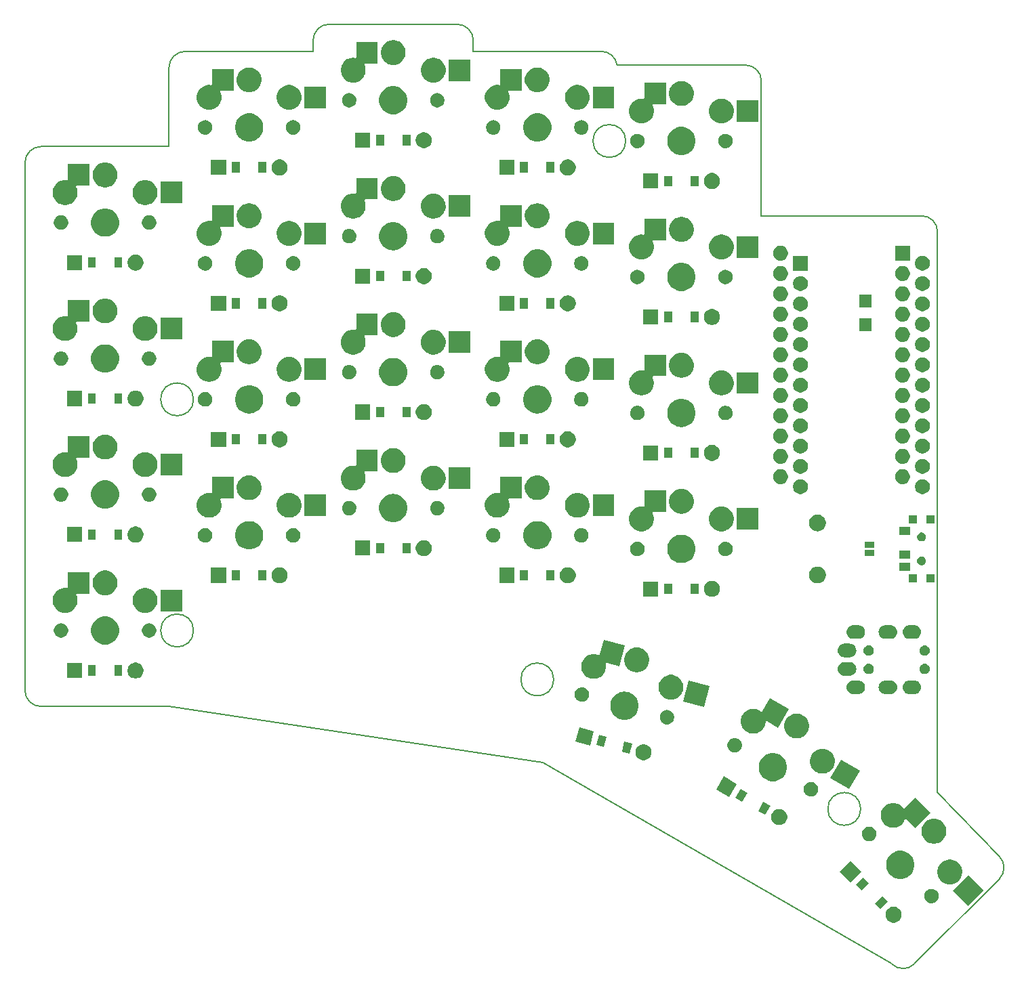
<source format=gbr>
G04 #@! TF.GenerationSoftware,KiCad,Pcbnew,5.1.5+dfsg1-2build2*
G04 #@! TF.CreationDate,2024-05-28T11:23:48+00:00*
G04 #@! TF.ProjectId,board,626f6172-642e-46b6-9963-61645f706362,0.3*
G04 #@! TF.SameCoordinates,Original*
G04 #@! TF.FileFunction,Soldermask,Bot*
G04 #@! TF.FilePolarity,Negative*
%FSLAX46Y46*%
G04 Gerber Fmt 4.6, Leading zero omitted, Abs format (unit mm)*
G04 Created by KiCad (PCBNEW 5.1.5+dfsg1-2build2) date 2024-05-28 11:23:48*
%MOMM*%
%LPD*%
G04 APERTURE LIST*
G04 #@! TA.AperFunction,Profile*
%ADD10C,0.150000*%
G04 #@! TD*
%ADD11C,0.350000*%
G04 APERTURE END LIST*
D10*
X-8000000Y-9500000D02*
X8000000Y-9500000D01*
X-10000000Y-7500000D02*
X-10000000Y58500000D01*
X-8000000Y-9500000D02*
G75*
G02X-10000000Y-7500000I0J2000000D01*
G01*
X8000000Y60500000D02*
X-8000000Y60500000D01*
X-10000000Y58500000D02*
G75*
G02X-8000000Y60500000I2000000J0D01*
G01*
X26000000Y72400000D02*
X10000000Y72400000D01*
X8000000Y70400000D02*
G75*
G02X10000000Y72400000I2000000J0D01*
G01*
X8000000Y70400000D02*
X8000000Y60500000D01*
X46000000Y72400000D02*
X46000000Y73800000D01*
X44000000Y75800000D02*
G75*
G02X46000000Y73800000I0J-2000000D01*
G01*
X44000000Y75800000D02*
X28000000Y75800000D01*
X26000000Y73800000D02*
G75*
G02X28000000Y75800000I2000000J0D01*
G01*
X26000000Y73800000D02*
X26000000Y72400000D01*
X62000000Y72400000D02*
G75*
G02X63977391Y70699872I0J-2000000D01*
G01*
X62000000Y72400000D02*
X46000000Y72400000D01*
X82000000Y51850000D02*
X82000000Y68700000D01*
X80000000Y70700000D02*
G75*
G02X82000000Y68700000I0J-2000000D01*
G01*
X80000000Y70700000D02*
X64000000Y70700000D01*
X63977391Y70699872D02*
G75*
G02X64000000Y70700000I22609J-1999872D01*
G01*
X101117258Y-41686664D02*
G75*
G02X98288831Y-41686665I-1414214J1414213D01*
G01*
X101117258Y-41686665D02*
X111723860Y-31080063D01*
X111723859Y-28251637D02*
G75*
G02X111723859Y-31080063I-1414213J-1414213D01*
G01*
X104000000Y-20208734D02*
X111723860Y-28251636D01*
X98288831Y-41686665D02*
X54707107Y-16524745D01*
X54707107Y-16524745D02*
X8000000Y-9500000D01*
X104000000Y-20208734D02*
X104000000Y49850000D01*
X102000000Y51850000D02*
G75*
G02X104000000Y49850000I0J-2000000D01*
G01*
X102000000Y51850000D02*
X82000000Y51850000D01*
X11050000Y28900000D02*
G75*
G03X11050000Y28900000I-2050000J0D01*
G01*
X11050000Y0D02*
G75*
G03X11050000Y0I-2050000J0D01*
G01*
X65050000Y61200000D02*
G75*
G03X65050000Y61200000I-2050000J0D01*
G01*
X56050000Y-6120000D02*
G75*
G03X56050000Y-6120000I-2050000J0D01*
G01*
X94399134Y-22311939D02*
G75*
G03X94399134Y-22311939I-2050000J0D01*
G01*
D11*
G36*
X98800496Y-34577902D02*
G01*
X98982939Y-34653473D01*
X99147134Y-34763184D01*
X99286770Y-34902820D01*
X99396481Y-35067015D01*
X99472052Y-35249458D01*
X99510577Y-35443139D01*
X99510577Y-35640615D01*
X99472052Y-35834296D01*
X99396481Y-36016739D01*
X99286770Y-36180934D01*
X99147134Y-36320570D01*
X98982939Y-36430281D01*
X98800496Y-36505852D01*
X98606815Y-36544377D01*
X98409339Y-36544377D01*
X98215658Y-36505852D01*
X98033215Y-36430281D01*
X97869020Y-36320570D01*
X97729384Y-36180934D01*
X97619673Y-36016739D01*
X97544102Y-35834296D01*
X97505577Y-35640615D01*
X97505577Y-35443139D01*
X97544102Y-35249458D01*
X97619673Y-35067015D01*
X97729384Y-34902820D01*
X97869020Y-34763184D01*
X98033215Y-34653473D01*
X98215658Y-34577902D01*
X98409339Y-34539377D01*
X98606815Y-34539377D01*
X98800496Y-34577902D01*
G37*
G36*
X97793899Y-33908460D02*
G01*
X96874660Y-34827699D01*
X96167553Y-34120592D01*
X97086792Y-33201353D01*
X97793899Y-33908460D01*
G37*
G36*
X109761647Y-32511958D02*
G01*
X107852459Y-34421146D01*
X105943271Y-32511958D01*
X107852459Y-30602770D01*
X109761647Y-32511958D01*
G37*
G36*
X103414344Y-32317797D02*
G01*
X103501370Y-32335108D01*
X103665324Y-32403020D01*
X103812875Y-32501610D01*
X103938364Y-32627099D01*
X104036954Y-32774650D01*
X104104866Y-32938605D01*
X104139487Y-33112655D01*
X104139487Y-33290119D01*
X104104866Y-33464169D01*
X104036954Y-33628124D01*
X103938364Y-33775675D01*
X103812875Y-33901164D01*
X103665324Y-33999754D01*
X103501370Y-34067666D01*
X103414344Y-34084976D01*
X103327319Y-34102287D01*
X103149855Y-34102287D01*
X103062830Y-34084977D01*
X102975804Y-34067666D01*
X102811850Y-33999754D01*
X102664299Y-33901164D01*
X102538810Y-33775675D01*
X102440220Y-33628124D01*
X102372308Y-33464169D01*
X102337687Y-33290119D01*
X102337687Y-33112655D01*
X102372308Y-32938605D01*
X102440220Y-32774650D01*
X102538810Y-32627099D01*
X102664299Y-32501610D01*
X102811850Y-32403020D01*
X102893828Y-32369064D01*
X102975804Y-32335108D01*
X103062830Y-32317797D01*
X103149855Y-32300487D01*
X103327319Y-32300487D01*
X103414344Y-32317797D01*
G37*
G36*
X95460447Y-31575008D02*
G01*
X94541208Y-32494247D01*
X93834101Y-31787140D01*
X94753340Y-30867901D01*
X95460447Y-31575008D01*
G37*
G36*
X105839074Y-28675965D02*
G01*
X105988802Y-28705748D01*
X106105644Y-28754146D01*
X106270883Y-28822590D01*
X106355123Y-28878877D01*
X106524752Y-28992219D01*
X106740648Y-29208115D01*
X106853990Y-29377744D01*
X106910277Y-29461984D01*
X106978721Y-29627223D01*
X107027119Y-29744065D01*
X107086684Y-30043521D01*
X107086684Y-30348845D01*
X107036176Y-30602770D01*
X107027119Y-30648300D01*
X106910277Y-30930382D01*
X106910276Y-30930383D01*
X106740648Y-31184251D01*
X106524752Y-31400147D01*
X106402745Y-31481669D01*
X106270883Y-31569776D01*
X106105644Y-31638220D01*
X105988802Y-31686618D01*
X105839074Y-31716400D01*
X105689347Y-31746183D01*
X105384021Y-31746183D01*
X105234294Y-31716400D01*
X105084566Y-31686618D01*
X104967724Y-31638220D01*
X104802485Y-31569776D01*
X104670623Y-31481669D01*
X104548616Y-31400147D01*
X104332720Y-31184251D01*
X104163092Y-30930383D01*
X104163091Y-30930382D01*
X104046249Y-30648300D01*
X104037193Y-30602770D01*
X103986684Y-30348845D01*
X103986684Y-30043521D01*
X104046249Y-29744065D01*
X104094647Y-29627223D01*
X104163091Y-29461984D01*
X104219378Y-29377744D01*
X104332720Y-29208115D01*
X104548616Y-28992219D01*
X104718245Y-28878877D01*
X104802485Y-28822590D01*
X104967724Y-28754146D01*
X105084566Y-28705748D01*
X105234294Y-28675965D01*
X105384021Y-28646183D01*
X105689347Y-28646183D01*
X105839074Y-28675965D01*
G37*
G36*
X94447870Y-30153723D02*
G01*
X93119923Y-31481670D01*
X91791976Y-30153723D01*
X93119923Y-28825776D01*
X94447870Y-30153723D01*
G37*
G36*
X99565755Y-27556247D02*
G01*
X99864186Y-27615608D01*
X100185304Y-27748620D01*
X100474303Y-27941723D01*
X100720077Y-28187497D01*
X100913180Y-28476496D01*
X101046192Y-28797614D01*
X101114000Y-29138512D01*
X101114000Y-29486088D01*
X101046192Y-29826986D01*
X100913180Y-30148104D01*
X100720077Y-30437103D01*
X100474303Y-30682877D01*
X100185304Y-30875980D01*
X99864186Y-31008992D01*
X99565755Y-31068353D01*
X99523289Y-31076800D01*
X99175711Y-31076800D01*
X99133245Y-31068353D01*
X98834814Y-31008992D01*
X98513696Y-30875980D01*
X98224697Y-30682877D01*
X97978923Y-30437103D01*
X97785820Y-30148104D01*
X97652808Y-29826986D01*
X97585000Y-29486088D01*
X97585000Y-29138512D01*
X97652808Y-28797614D01*
X97785820Y-28476496D01*
X97978923Y-28187497D01*
X98224697Y-27941723D01*
X98513696Y-27748620D01*
X98834814Y-27615608D01*
X99133245Y-27556247D01*
X99175711Y-27547800D01*
X99523289Y-27547800D01*
X99565755Y-27556247D01*
G37*
G36*
X103825861Y-23578171D02*
G01*
X104008903Y-23614580D01*
X104056436Y-23634269D01*
X104290984Y-23731422D01*
X104290985Y-23731423D01*
X104544853Y-23901051D01*
X104760749Y-24116947D01*
X104830344Y-24221104D01*
X104930378Y-24370816D01*
X104983353Y-24498709D01*
X105047220Y-24652897D01*
X105106785Y-24952353D01*
X105106785Y-25257677D01*
X105056209Y-25511944D01*
X105047220Y-25557132D01*
X104930378Y-25839214D01*
X104930377Y-25839215D01*
X104760749Y-26093083D01*
X104544853Y-26308979D01*
X104375224Y-26422321D01*
X104290984Y-26478608D01*
X104125745Y-26547052D01*
X104008903Y-26595450D01*
X103859175Y-26625232D01*
X103709448Y-26655015D01*
X103404122Y-26655015D01*
X103254395Y-26625232D01*
X103104667Y-26595450D01*
X102987825Y-26547052D01*
X102822586Y-26478608D01*
X102738346Y-26422321D01*
X102568717Y-26308979D01*
X102352821Y-26093083D01*
X102183193Y-25839215D01*
X102183192Y-25839214D01*
X102066350Y-25557132D01*
X102057362Y-25511944D01*
X102006785Y-25257677D01*
X102006785Y-24952353D01*
X102066350Y-24652897D01*
X102130217Y-24498709D01*
X102183192Y-24370816D01*
X102283226Y-24221104D01*
X102352821Y-24116947D01*
X102568717Y-23901051D01*
X102822585Y-23731423D01*
X102822586Y-23731422D01*
X103057134Y-23634269D01*
X103104667Y-23614580D01*
X103287709Y-23578171D01*
X103404122Y-23555015D01*
X103709448Y-23555015D01*
X103825861Y-23578171D01*
G37*
G36*
X95636170Y-24539623D02*
G01*
X95723196Y-24556934D01*
X95887150Y-24624846D01*
X96034701Y-24723436D01*
X96160190Y-24848925D01*
X96258780Y-24996476D01*
X96326692Y-25160431D01*
X96361313Y-25334481D01*
X96361313Y-25511945D01*
X96326692Y-25685995D01*
X96258780Y-25849950D01*
X96160190Y-25997501D01*
X96034701Y-26122990D01*
X95887150Y-26221580D01*
X95723196Y-26289492D01*
X95636170Y-26306803D01*
X95549145Y-26324113D01*
X95371681Y-26324113D01*
X95284656Y-26306803D01*
X95197630Y-26289492D01*
X95033676Y-26221580D01*
X94886125Y-26122990D01*
X94760636Y-25997501D01*
X94662046Y-25849950D01*
X94594134Y-25685995D01*
X94559513Y-25511945D01*
X94559513Y-25334481D01*
X94594134Y-25160431D01*
X94662046Y-24996476D01*
X94760636Y-24848925D01*
X94886125Y-24723436D01*
X95033676Y-24624846D01*
X95197630Y-24556934D01*
X95284656Y-24539624D01*
X95371681Y-24522313D01*
X95549145Y-24522313D01*
X95636170Y-24539623D01*
G37*
G36*
X103150199Y-22789240D02*
G01*
X101241011Y-24698428D01*
X100136299Y-23593716D01*
X100117357Y-23578171D01*
X100095746Y-23566620D01*
X100072297Y-23559507D01*
X100047911Y-23557105D01*
X100023525Y-23559507D01*
X100000076Y-23566620D01*
X99978465Y-23578171D01*
X99959523Y-23593716D01*
X99943978Y-23612658D01*
X99932427Y-23634269D01*
X99839210Y-23859315D01*
X99839209Y-23859316D01*
X99669581Y-24113184D01*
X99453685Y-24329080D01*
X99391222Y-24370816D01*
X99199816Y-24498709D01*
X99059248Y-24556934D01*
X98917735Y-24615551D01*
X98871005Y-24624846D01*
X98618280Y-24675116D01*
X98312954Y-24675116D01*
X98060229Y-24624846D01*
X98013499Y-24615551D01*
X97871986Y-24556934D01*
X97731418Y-24498709D01*
X97540012Y-24370816D01*
X97477549Y-24329080D01*
X97261653Y-24113184D01*
X97092025Y-23859316D01*
X97092024Y-23859315D01*
X96995017Y-23625119D01*
X96975182Y-23577234D01*
X96915617Y-23277778D01*
X96915617Y-22972454D01*
X96975182Y-22672998D01*
X97069914Y-22444296D01*
X97092024Y-22390917D01*
X97148311Y-22306677D01*
X97261653Y-22137048D01*
X97477549Y-21921152D01*
X97731417Y-21751524D01*
X97731418Y-21751523D01*
X97896657Y-21683079D01*
X98013499Y-21634681D01*
X98163227Y-21604898D01*
X98312954Y-21575116D01*
X98618280Y-21575116D01*
X98768007Y-21604898D01*
X98917735Y-21634681D01*
X99034577Y-21683079D01*
X99199816Y-21751523D01*
X99199817Y-21751524D01*
X99453685Y-21921152D01*
X99669581Y-22137048D01*
X99669583Y-22137051D01*
X99710905Y-22198894D01*
X99726450Y-22217836D01*
X99745392Y-22233382D01*
X99767003Y-22244933D01*
X99790452Y-22252046D01*
X99814838Y-22254448D01*
X99839224Y-22252046D01*
X99862673Y-22244933D01*
X99884283Y-22233382D01*
X99903226Y-22217837D01*
X101241011Y-20880052D01*
X103150199Y-22789240D01*
G37*
G36*
X84522876Y-22368725D02*
G01*
X84705319Y-22444296D01*
X84869514Y-22554007D01*
X85009150Y-22693643D01*
X85118861Y-22857838D01*
X85194432Y-23040281D01*
X85232957Y-23233962D01*
X85232957Y-23431438D01*
X85194432Y-23625119D01*
X85118861Y-23807562D01*
X85009150Y-23971757D01*
X84869514Y-24111393D01*
X84705319Y-24221104D01*
X84522876Y-24296675D01*
X84329195Y-24335200D01*
X84131719Y-24335200D01*
X83938038Y-24296675D01*
X83755595Y-24221104D01*
X83591400Y-24111393D01*
X83451764Y-23971757D01*
X83342053Y-23807562D01*
X83266482Y-23625119D01*
X83227957Y-23431438D01*
X83227957Y-23233962D01*
X83266482Y-23040281D01*
X83342053Y-22857838D01*
X83451764Y-22693643D01*
X83591400Y-22554007D01*
X83755595Y-22444296D01*
X83938038Y-22368725D01*
X84131719Y-22330200D01*
X84329195Y-22330200D01*
X84522876Y-22368725D01*
G37*
G36*
X83117855Y-21939783D02*
G01*
X82467855Y-23065617D01*
X81601829Y-22565617D01*
X82251829Y-21439783D01*
X83117855Y-21939783D01*
G37*
G36*
X80259971Y-20289783D02*
G01*
X79609971Y-21415617D01*
X78743945Y-20915617D01*
X79393945Y-19789783D01*
X80259971Y-20289783D01*
G37*
G36*
X78914042Y-19179002D02*
G01*
X77975041Y-20805399D01*
X76348644Y-19866398D01*
X77287645Y-18240001D01*
X78914042Y-19179002D01*
G37*
G36*
X88369797Y-18963911D02*
G01*
X88456823Y-18981221D01*
X88620777Y-19049133D01*
X88768328Y-19147723D01*
X88893817Y-19273212D01*
X88992407Y-19420763D01*
X89060319Y-19584718D01*
X89094940Y-19758768D01*
X89094940Y-19936232D01*
X89060319Y-20110282D01*
X88992407Y-20274237D01*
X88893817Y-20421788D01*
X88768328Y-20547277D01*
X88620777Y-20645867D01*
X88538799Y-20679823D01*
X88456823Y-20713779D01*
X88369797Y-20731089D01*
X88282772Y-20748400D01*
X88105308Y-20748400D01*
X88018283Y-20731090D01*
X87931257Y-20713779D01*
X87767303Y-20645867D01*
X87619752Y-20547277D01*
X87494263Y-20421788D01*
X87395673Y-20274237D01*
X87327761Y-20110282D01*
X87293140Y-19936232D01*
X87293140Y-19758768D01*
X87327761Y-19584718D01*
X87395673Y-19420763D01*
X87494263Y-19273212D01*
X87619752Y-19147723D01*
X87767303Y-19049133D01*
X87931257Y-18981221D01*
X88018283Y-18963910D01*
X88105308Y-18946600D01*
X88282772Y-18946600D01*
X88369797Y-18963911D01*
G37*
G36*
X94316394Y-17493271D02*
G01*
X92966394Y-19831539D01*
X90628126Y-18481539D01*
X91978126Y-16143271D01*
X94316394Y-17493271D01*
G37*
G36*
X83647155Y-15341447D02*
G01*
X83945586Y-15400808D01*
X84266704Y-15533820D01*
X84555703Y-15726923D01*
X84801477Y-15972697D01*
X84994580Y-16261696D01*
X85127592Y-16582814D01*
X85195400Y-16923712D01*
X85195400Y-17271288D01*
X85127592Y-17612186D01*
X84994580Y-17933304D01*
X84801477Y-18222303D01*
X84555703Y-18468077D01*
X84266704Y-18661180D01*
X83945586Y-18794192D01*
X83647155Y-18853553D01*
X83604689Y-18862000D01*
X83257111Y-18862000D01*
X83214645Y-18853553D01*
X82916214Y-18794192D01*
X82595096Y-18661180D01*
X82306097Y-18468077D01*
X82060323Y-18222303D01*
X81867220Y-17933304D01*
X81734208Y-17612186D01*
X81666400Y-17271288D01*
X81666400Y-16923712D01*
X81734208Y-16582814D01*
X81867220Y-16261696D01*
X82060323Y-15972697D01*
X82306097Y-15726923D01*
X82595096Y-15533820D01*
X82916214Y-15400808D01*
X83214645Y-15341447D01*
X83257111Y-15333000D01*
X83604689Y-15333000D01*
X83647155Y-15341447D01*
G37*
G36*
X89938417Y-14829687D02*
G01*
X90088145Y-14859470D01*
X90204987Y-14907868D01*
X90370226Y-14976312D01*
X90370227Y-14976313D01*
X90624095Y-15145941D01*
X90839991Y-15361837D01*
X90950429Y-15527120D01*
X91009620Y-15615706D01*
X91055688Y-15726924D01*
X91126462Y-15897787D01*
X91149458Y-16013395D01*
X91186027Y-16197242D01*
X91186027Y-16502568D01*
X91126462Y-16802022D01*
X91009620Y-17084104D01*
X91009619Y-17084105D01*
X90839991Y-17337973D01*
X90624095Y-17553869D01*
X90454466Y-17667211D01*
X90370226Y-17723498D01*
X90204987Y-17791942D01*
X90088145Y-17840340D01*
X89938417Y-17870123D01*
X89788690Y-17899905D01*
X89483364Y-17899905D01*
X89333637Y-17870122D01*
X89183909Y-17840340D01*
X89067067Y-17791942D01*
X88901828Y-17723498D01*
X88817588Y-17667211D01*
X88647959Y-17553869D01*
X88432063Y-17337973D01*
X88262435Y-17084105D01*
X88262434Y-17084104D01*
X88145592Y-16802022D01*
X88086027Y-16502568D01*
X88086027Y-16197242D01*
X88122596Y-16013395D01*
X88145592Y-15897787D01*
X88216366Y-15726924D01*
X88262434Y-15615706D01*
X88321625Y-15527120D01*
X88432063Y-15361837D01*
X88647959Y-15145941D01*
X88901827Y-14976313D01*
X88901828Y-14976312D01*
X89067067Y-14907868D01*
X89183909Y-14859470D01*
X89333637Y-14829687D01*
X89483364Y-14799905D01*
X89788690Y-14799905D01*
X89938417Y-14829687D01*
G37*
G36*
X67571796Y-14270727D02*
G01*
X67754239Y-14346298D01*
X67918434Y-14456009D01*
X68058070Y-14595645D01*
X68167781Y-14759840D01*
X68243352Y-14942283D01*
X68281877Y-15135964D01*
X68281877Y-15333440D01*
X68243352Y-15527121D01*
X68167781Y-15709564D01*
X68058070Y-15873759D01*
X67918434Y-16013395D01*
X67754239Y-16123106D01*
X67571796Y-16198677D01*
X67378115Y-16237202D01*
X67180639Y-16237202D01*
X66986958Y-16198677D01*
X66804515Y-16123106D01*
X66640320Y-16013395D01*
X66500684Y-15873759D01*
X66390973Y-15709564D01*
X66315402Y-15527121D01*
X66276877Y-15333440D01*
X66276877Y-15135964D01*
X66315402Y-14942283D01*
X66390973Y-14759840D01*
X66500684Y-14595645D01*
X66640320Y-14456009D01*
X66804515Y-14346298D01*
X66986958Y-14270727D01*
X67180639Y-14232202D01*
X67378115Y-14232202D01*
X67571796Y-14270727D01*
G37*
G36*
X65844173Y-14177208D02*
G01*
X65507709Y-15432911D01*
X65507708Y-15432911D01*
X64541783Y-15174092D01*
X64575763Y-15047277D01*
X64878247Y-13918389D01*
X64878248Y-13918389D01*
X65844173Y-14177208D01*
G37*
G36*
X78843517Y-13463910D02*
G01*
X78930543Y-13481221D01*
X79012519Y-13515177D01*
X79094497Y-13549133D01*
X79242048Y-13647723D01*
X79367537Y-13773212D01*
X79466127Y-13920763D01*
X79534039Y-14084718D01*
X79568660Y-14258768D01*
X79568660Y-14436232D01*
X79534039Y-14610282D01*
X79466127Y-14774237D01*
X79367537Y-14921788D01*
X79242048Y-15047277D01*
X79094497Y-15145867D01*
X79026355Y-15174092D01*
X78930543Y-15213779D01*
X78843517Y-15231090D01*
X78756492Y-15248400D01*
X78579028Y-15248400D01*
X78492003Y-15231090D01*
X78404977Y-15213779D01*
X78309165Y-15174092D01*
X78241023Y-15145867D01*
X78093472Y-15047277D01*
X77967983Y-14921788D01*
X77869393Y-14774237D01*
X77801481Y-14610282D01*
X77766860Y-14436232D01*
X77766860Y-14258768D01*
X77801481Y-14084718D01*
X77869393Y-13920763D01*
X77967983Y-13773212D01*
X78093472Y-13647723D01*
X78241023Y-13549133D01*
X78323001Y-13515177D01*
X78404977Y-13481221D01*
X78492003Y-13463910D01*
X78579028Y-13446600D01*
X78756492Y-13446600D01*
X78843517Y-13463910D01*
G37*
G36*
X62005393Y-13148613D02*
G01*
X62656617Y-13323108D01*
X62320153Y-14578811D01*
X62320152Y-14578811D01*
X61354227Y-14319992D01*
X61367427Y-14270728D01*
X61690691Y-13064289D01*
X61690692Y-13064289D01*
X62005393Y-13148613D01*
G37*
G36*
X61069058Y-12598525D02*
G01*
X60582996Y-14412533D01*
X58768988Y-13926471D01*
X59255050Y-12112463D01*
X61069058Y-12598525D01*
G37*
G36*
X86708290Y-10424432D02*
G01*
X86858018Y-10454214D01*
X86974860Y-10502612D01*
X87140099Y-10571056D01*
X87224339Y-10627343D01*
X87393968Y-10740685D01*
X87609864Y-10956581D01*
X87709225Y-11105287D01*
X87779493Y-11210450D01*
X87803845Y-11269241D01*
X87896335Y-11492531D01*
X87906231Y-11542282D01*
X87955900Y-11791986D01*
X87955900Y-12097312D01*
X87896335Y-12396766D01*
X87779493Y-12678848D01*
X87749659Y-12723498D01*
X87609864Y-12932717D01*
X87393968Y-13148613D01*
X87224339Y-13261955D01*
X87140099Y-13318242D01*
X86974860Y-13386686D01*
X86858018Y-13435084D01*
X86708290Y-13464866D01*
X86558563Y-13494649D01*
X86253237Y-13494649D01*
X86103510Y-13464866D01*
X85953782Y-13435084D01*
X85836940Y-13386686D01*
X85671701Y-13318242D01*
X85587461Y-13261955D01*
X85417832Y-13148613D01*
X85201936Y-12932717D01*
X85062141Y-12723498D01*
X85032307Y-12678848D01*
X84915465Y-12396766D01*
X84855900Y-12097312D01*
X84855900Y-11791986D01*
X84905569Y-11542282D01*
X84915465Y-11492531D01*
X85007955Y-11269241D01*
X85032307Y-11210450D01*
X85102575Y-11105287D01*
X85201936Y-10956581D01*
X85417832Y-10740685D01*
X85587461Y-10627343D01*
X85671701Y-10571056D01*
X85836940Y-10502612D01*
X85953782Y-10454214D01*
X86103510Y-10424432D01*
X86253237Y-10394649D01*
X86558563Y-10394649D01*
X86708290Y-10424432D01*
G37*
G36*
X85413801Y-9813015D02*
G01*
X84063801Y-12151284D01*
X82713271Y-11371555D01*
X82690952Y-11361442D01*
X82667088Y-11355877D01*
X82642597Y-11355076D01*
X82618420Y-11359067D01*
X82595486Y-11367699D01*
X82574677Y-11380639D01*
X82556793Y-11397389D01*
X82542520Y-11417308D01*
X82532407Y-11439627D01*
X82526842Y-11463491D01*
X82525773Y-11479807D01*
X82525773Y-11502568D01*
X82466208Y-11802022D01*
X82349366Y-12084104D01*
X82330417Y-12112463D01*
X82179737Y-12337973D01*
X81963841Y-12553869D01*
X81897008Y-12598525D01*
X81709972Y-12723498D01*
X81544733Y-12791942D01*
X81427891Y-12840340D01*
X81278163Y-12870123D01*
X81128436Y-12899905D01*
X80823110Y-12899905D01*
X80673383Y-12870123D01*
X80523655Y-12840340D01*
X80406813Y-12791942D01*
X80241574Y-12723498D01*
X80054538Y-12598525D01*
X79987705Y-12553869D01*
X79771809Y-12337973D01*
X79621129Y-12112463D01*
X79602180Y-12084104D01*
X79485338Y-11802022D01*
X79425773Y-11502568D01*
X79425773Y-11197242D01*
X79473643Y-10956581D01*
X79485338Y-10897787D01*
X79533736Y-10780945D01*
X79602180Y-10615706D01*
X79749885Y-10394649D01*
X79771809Y-10361837D01*
X79987705Y-10145941D01*
X80241573Y-9976313D01*
X80241574Y-9976312D01*
X80406813Y-9907868D01*
X80523655Y-9859470D01*
X80673383Y-9829687D01*
X80823110Y-9799905D01*
X81128436Y-9799905D01*
X81278163Y-9829688D01*
X81427891Y-9859470D01*
X81544733Y-9907868D01*
X81709972Y-9976312D01*
X81709973Y-9976313D01*
X81953945Y-10139329D01*
X81975549Y-10150876D01*
X81998998Y-10157989D01*
X82023384Y-10160391D01*
X82047770Y-10157989D01*
X82071219Y-10150876D01*
X82092830Y-10139325D01*
X82111772Y-10123780D01*
X82131636Y-10097892D01*
X83075533Y-8463015D01*
X85413801Y-9813015D01*
G37*
G36*
X70381649Y-9958916D02*
G01*
X70468675Y-9976226D01*
X70550651Y-10010182D01*
X70632629Y-10044138D01*
X70780180Y-10142728D01*
X70905669Y-10268217D01*
X71004259Y-10415768D01*
X71004259Y-10415769D01*
X71068582Y-10571057D01*
X71072171Y-10579723D01*
X71106792Y-10753773D01*
X71106792Y-10931237D01*
X71072171Y-11105287D01*
X71004259Y-11269242D01*
X70905669Y-11416793D01*
X70780180Y-11542282D01*
X70632629Y-11640872D01*
X70550651Y-11674828D01*
X70468675Y-11708784D01*
X70381649Y-11726094D01*
X70294624Y-11743405D01*
X70117160Y-11743405D01*
X70030135Y-11726094D01*
X69943109Y-11708784D01*
X69861133Y-11674828D01*
X69779155Y-11640872D01*
X69631604Y-11542282D01*
X69506115Y-11416793D01*
X69407525Y-11269242D01*
X69339613Y-11105287D01*
X69304992Y-10931237D01*
X69304992Y-10753773D01*
X69339613Y-10579723D01*
X69343203Y-10571057D01*
X69407525Y-10415769D01*
X69407525Y-10415768D01*
X69506115Y-10268217D01*
X69631604Y-10142728D01*
X69779155Y-10044138D01*
X69861133Y-10010182D01*
X69943109Y-9976226D01*
X70030135Y-9958915D01*
X70117160Y-9941605D01*
X70294624Y-9941605D01*
X70381649Y-9958916D01*
G37*
G36*
X65109555Y-7662947D02*
G01*
X65407986Y-7722308D01*
X65729104Y-7855320D01*
X66018103Y-8048423D01*
X66263877Y-8294197D01*
X66456980Y-8583196D01*
X66589992Y-8904314D01*
X66657800Y-9245212D01*
X66657800Y-9592788D01*
X66589992Y-9933686D01*
X66456980Y-10254804D01*
X66263877Y-10543803D01*
X66018103Y-10789577D01*
X65729104Y-10982680D01*
X65407986Y-11115692D01*
X65109555Y-11175053D01*
X65067089Y-11183500D01*
X64719511Y-11183500D01*
X64677045Y-11175053D01*
X64378614Y-11115692D01*
X64057496Y-10982680D01*
X63768497Y-10789577D01*
X63522723Y-10543803D01*
X63329620Y-10254804D01*
X63196608Y-9933686D01*
X63128800Y-9592788D01*
X63128800Y-9245212D01*
X63196608Y-8904314D01*
X63329620Y-8583196D01*
X63522723Y-8294197D01*
X63768497Y-8048423D01*
X64057496Y-7855320D01*
X64378614Y-7722308D01*
X64677045Y-7662947D01*
X64719511Y-7654500D01*
X65067089Y-7654500D01*
X65109555Y-7662947D01*
G37*
G36*
X75510314Y-6983912D02*
G01*
X74811502Y-9591912D01*
X72203502Y-8893100D01*
X72902314Y-6285100D01*
X75510314Y-6983912D01*
G37*
G36*
X59756465Y-7111906D02*
G01*
X59843491Y-7129216D01*
X59925467Y-7163172D01*
X60007445Y-7197128D01*
X60154996Y-7295718D01*
X60280485Y-7421207D01*
X60379075Y-7568758D01*
X60446987Y-7732713D01*
X60465359Y-7825072D01*
X60481608Y-7906764D01*
X60481608Y-8084226D01*
X60446987Y-8258278D01*
X60379075Y-8422232D01*
X60280485Y-8569783D01*
X60154996Y-8695272D01*
X60007445Y-8793862D01*
X59925467Y-8827818D01*
X59843491Y-8861774D01*
X59756465Y-8879085D01*
X59669440Y-8896395D01*
X59491976Y-8896395D01*
X59404951Y-8879085D01*
X59317925Y-8861774D01*
X59235949Y-8827818D01*
X59153971Y-8793862D01*
X59006420Y-8695272D01*
X58880931Y-8569783D01*
X58782341Y-8422232D01*
X58714429Y-8258278D01*
X58679808Y-8084226D01*
X58679808Y-7906764D01*
X58696058Y-7825072D01*
X58714429Y-7732713D01*
X58782341Y-7568758D01*
X58880931Y-7421207D01*
X59006420Y-7295718D01*
X59153971Y-7197128D01*
X59235949Y-7163172D01*
X59317925Y-7129216D01*
X59404951Y-7111905D01*
X59491976Y-7094595D01*
X59669440Y-7094595D01*
X59756465Y-7111906D01*
G37*
G36*
X70995891Y-5570656D02*
G01*
X71145619Y-5600438D01*
X71238853Y-5639057D01*
X71427700Y-5717280D01*
X71427701Y-5717281D01*
X71681569Y-5886909D01*
X71897465Y-6102805D01*
X71995817Y-6250000D01*
X72067094Y-6356674D01*
X72080828Y-6389831D01*
X72178438Y-6625481D01*
X72183936Y-6638756D01*
X72243501Y-6938210D01*
X72243501Y-7243536D01*
X72233121Y-7295718D01*
X72183936Y-7542991D01*
X72137747Y-7654500D01*
X72067094Y-7825072D01*
X72024314Y-7889097D01*
X71897465Y-8078941D01*
X71681569Y-8294837D01*
X71511940Y-8408179D01*
X71427700Y-8464466D01*
X71262461Y-8532910D01*
X71145619Y-8581308D01*
X70995891Y-8611090D01*
X70846164Y-8640873D01*
X70540838Y-8640873D01*
X70391111Y-8611090D01*
X70241383Y-8581308D01*
X70124541Y-8532910D01*
X69959302Y-8464466D01*
X69875062Y-8408179D01*
X69705433Y-8294837D01*
X69489537Y-8078941D01*
X69362688Y-7889097D01*
X69319908Y-7825072D01*
X69249255Y-7654500D01*
X69203066Y-7542991D01*
X69153881Y-7295718D01*
X69143501Y-7243536D01*
X69143501Y-6938210D01*
X69203066Y-6638756D01*
X69208565Y-6625481D01*
X69306174Y-6389831D01*
X69319908Y-6356674D01*
X69391185Y-6250000D01*
X69489537Y-6102805D01*
X69705433Y-5886909D01*
X69959301Y-5717281D01*
X69959302Y-5717280D01*
X70148149Y-5639057D01*
X70241383Y-5600438D01*
X70391111Y-5570655D01*
X70540838Y-5540873D01*
X70846164Y-5540873D01*
X70995891Y-5570656D01*
G37*
G36*
X98266627Y-6262299D02*
G01*
X98341792Y-6285100D01*
X98426855Y-6310903D01*
X98426857Y-6310904D01*
X98574518Y-6389831D01*
X98703949Y-6496051D01*
X98810169Y-6625482D01*
X98889096Y-6773143D01*
X98937701Y-6933373D01*
X98954112Y-7100000D01*
X98937701Y-7266627D01*
X98889096Y-7426857D01*
X98810169Y-7574518D01*
X98703949Y-7703949D01*
X98574518Y-7810169D01*
X98490047Y-7855320D01*
X98426855Y-7889097D01*
X98368613Y-7906764D01*
X98266627Y-7937701D01*
X98141752Y-7950000D01*
X97458248Y-7950000D01*
X97333373Y-7937701D01*
X97231387Y-7906764D01*
X97173145Y-7889097D01*
X97109953Y-7855320D01*
X97025482Y-7810169D01*
X96896051Y-7703949D01*
X96789831Y-7574518D01*
X96710904Y-7426857D01*
X96662299Y-7266627D01*
X96645888Y-7100000D01*
X96662299Y-6933373D01*
X96710904Y-6773143D01*
X96789831Y-6625482D01*
X96896051Y-6496051D01*
X97025482Y-6389831D01*
X97173143Y-6310904D01*
X97173145Y-6310903D01*
X97258208Y-6285100D01*
X97333373Y-6262299D01*
X97458248Y-6250000D01*
X98141752Y-6250000D01*
X98266627Y-6262299D01*
G37*
G36*
X101266627Y-6262299D02*
G01*
X101341792Y-6285100D01*
X101426855Y-6310903D01*
X101426857Y-6310904D01*
X101574518Y-6389831D01*
X101703949Y-6496051D01*
X101810169Y-6625482D01*
X101889096Y-6773143D01*
X101937701Y-6933373D01*
X101954112Y-7100000D01*
X101937701Y-7266627D01*
X101889096Y-7426857D01*
X101810169Y-7574518D01*
X101703949Y-7703949D01*
X101574518Y-7810169D01*
X101490047Y-7855320D01*
X101426855Y-7889097D01*
X101368613Y-7906764D01*
X101266627Y-7937701D01*
X101141752Y-7950000D01*
X100458248Y-7950000D01*
X100333373Y-7937701D01*
X100231387Y-7906764D01*
X100173145Y-7889097D01*
X100109953Y-7855320D01*
X100025482Y-7810169D01*
X99896051Y-7703949D01*
X99789831Y-7574518D01*
X99710904Y-7426857D01*
X99662299Y-7266627D01*
X99645888Y-7100000D01*
X99662299Y-6933373D01*
X99710904Y-6773143D01*
X99789831Y-6625482D01*
X99896051Y-6496051D01*
X100025482Y-6389831D01*
X100173143Y-6310904D01*
X100173145Y-6310903D01*
X100258208Y-6285100D01*
X100333373Y-6262299D01*
X100458248Y-6250000D01*
X101141752Y-6250000D01*
X101266627Y-6262299D01*
G37*
G36*
X94266627Y-6262299D02*
G01*
X94341792Y-6285100D01*
X94426855Y-6310903D01*
X94426857Y-6310904D01*
X94574518Y-6389831D01*
X94703949Y-6496051D01*
X94810169Y-6625482D01*
X94889096Y-6773143D01*
X94937701Y-6933373D01*
X94954112Y-7100000D01*
X94937701Y-7266627D01*
X94889096Y-7426857D01*
X94810169Y-7574518D01*
X94703949Y-7703949D01*
X94574518Y-7810169D01*
X94490047Y-7855320D01*
X94426855Y-7889097D01*
X94368613Y-7906764D01*
X94266627Y-7937701D01*
X94141752Y-7950000D01*
X93458248Y-7950000D01*
X93333373Y-7937701D01*
X93231387Y-7906764D01*
X93173145Y-7889097D01*
X93109953Y-7855320D01*
X93025482Y-7810169D01*
X92896051Y-7703949D01*
X92789831Y-7574518D01*
X92710904Y-7426857D01*
X92662299Y-7266627D01*
X92645888Y-7100000D01*
X92662299Y-6933373D01*
X92710904Y-6773143D01*
X92789831Y-6625482D01*
X92896051Y-6496051D01*
X93025482Y-6389831D01*
X93173143Y-6310904D01*
X93173145Y-6310903D01*
X93258208Y-6285100D01*
X93333373Y-6262299D01*
X93458248Y-6250000D01*
X94141752Y-6250000D01*
X94266627Y-6262299D01*
G37*
G36*
X64923272Y-1869515D02*
G01*
X64224460Y-4477515D01*
X62712847Y-4072479D01*
X62688675Y-4068489D01*
X62664184Y-4069290D01*
X62640320Y-4074855D01*
X62618000Y-4084968D01*
X62598082Y-4099241D01*
X62581332Y-4117125D01*
X62568392Y-4137934D01*
X62559760Y-4160868D01*
X62555769Y-4185045D01*
X62557903Y-4217604D01*
X62584242Y-4350021D01*
X62584242Y-4655345D01*
X62524677Y-4954801D01*
X62487177Y-5045333D01*
X62407835Y-5236882D01*
X62407834Y-5236883D01*
X62238206Y-5490751D01*
X62022310Y-5706647D01*
X61852681Y-5819989D01*
X61768441Y-5876276D01*
X61617012Y-5939000D01*
X61486360Y-5993118D01*
X61336632Y-6022900D01*
X61186905Y-6052683D01*
X60881579Y-6052683D01*
X60731852Y-6022901D01*
X60582124Y-5993118D01*
X60451472Y-5939000D01*
X60300043Y-5876276D01*
X60215803Y-5819989D01*
X60046174Y-5706647D01*
X59830278Y-5490751D01*
X59660650Y-5236883D01*
X59660649Y-5236882D01*
X59581307Y-5045333D01*
X59543807Y-4954801D01*
X59484242Y-4655345D01*
X59484242Y-4350021D01*
X59543807Y-4050565D01*
X59592205Y-3933723D01*
X59660649Y-3768484D01*
X59716936Y-3684244D01*
X59830278Y-3514615D01*
X60046174Y-3298719D01*
X60300042Y-3129091D01*
X60300043Y-3129090D01*
X60477266Y-3055682D01*
X60582124Y-3012248D01*
X60771807Y-2974518D01*
X60881579Y-2952683D01*
X61186905Y-2952683D01*
X61296677Y-2974518D01*
X61486360Y-3012248D01*
X61586656Y-3053792D01*
X61656634Y-3082778D01*
X61680083Y-3089891D01*
X61704469Y-3092293D01*
X61728855Y-3089891D01*
X61752304Y-3082778D01*
X61773915Y-3071227D01*
X61792857Y-3055682D01*
X61808402Y-3036740D01*
X61819953Y-3015129D01*
X61825204Y-2999662D01*
X62315272Y-1170703D01*
X64923272Y-1869515D01*
G37*
G36*
X4102419Y-4036025D02*
G01*
X4284862Y-4111596D01*
X4449057Y-4221307D01*
X4588693Y-4360943D01*
X4698404Y-4525138D01*
X4773975Y-4707581D01*
X4812500Y-4901262D01*
X4812500Y-5098738D01*
X4773975Y-5292419D01*
X4698404Y-5474862D01*
X4588693Y-5639057D01*
X4449057Y-5778693D01*
X4284862Y-5888404D01*
X4102419Y-5963975D01*
X3908738Y-6002500D01*
X3711262Y-6002500D01*
X3517581Y-5963975D01*
X3335138Y-5888404D01*
X3170943Y-5778693D01*
X3031307Y-5639057D01*
X2921596Y-5474862D01*
X2846025Y-5292419D01*
X2807500Y-5098738D01*
X2807500Y-4901262D01*
X2846025Y-4707581D01*
X2921596Y-4525138D01*
X3031307Y-4360943D01*
X3170943Y-4221307D01*
X3335138Y-4111596D01*
X3517581Y-4036025D01*
X3711262Y-3997500D01*
X3908738Y-3997500D01*
X4102419Y-4036025D01*
G37*
G36*
X-2871000Y-5939000D02*
G01*
X-4749000Y-5939000D01*
X-4749000Y-4061000D01*
X-2871000Y-4061000D01*
X-2871000Y-5939000D01*
G37*
G36*
X-1150000Y-5650000D02*
G01*
X-2150000Y-5650000D01*
X-2150000Y-4350000D01*
X-1150000Y-4350000D01*
X-1150000Y-5650000D01*
G37*
G36*
X93166627Y-3962299D02*
G01*
X93246742Y-3986601D01*
X93326855Y-4010903D01*
X93326857Y-4010904D01*
X93474518Y-4089831D01*
X93603949Y-4196051D01*
X93710169Y-4325482D01*
X93789096Y-4473143D01*
X93789097Y-4473145D01*
X93804869Y-4525140D01*
X93837701Y-4633373D01*
X93854112Y-4800000D01*
X93837701Y-4966627D01*
X93789096Y-5126857D01*
X93710169Y-5274518D01*
X93603949Y-5403949D01*
X93474518Y-5510169D01*
X93417075Y-5540873D01*
X93326855Y-5589097D01*
X93246742Y-5613398D01*
X93166627Y-5637701D01*
X93041752Y-5650000D01*
X92358248Y-5650000D01*
X92233373Y-5637701D01*
X92153258Y-5613398D01*
X92073145Y-5589097D01*
X91982925Y-5540873D01*
X91925482Y-5510169D01*
X91796051Y-5403949D01*
X91689831Y-5274518D01*
X91610904Y-5126857D01*
X91562299Y-4966627D01*
X91545888Y-4800000D01*
X91562299Y-4633373D01*
X91595131Y-4525140D01*
X91610903Y-4473145D01*
X91610904Y-4473143D01*
X91689831Y-4325482D01*
X91796051Y-4196051D01*
X91925482Y-4089831D01*
X92073143Y-4010904D01*
X92073145Y-4010903D01*
X92153258Y-3986601D01*
X92233373Y-3962299D01*
X92358248Y-3950000D01*
X93041752Y-3950000D01*
X93166627Y-3962299D01*
G37*
G36*
X2150000Y-5650000D02*
G01*
X1150000Y-5650000D01*
X1150000Y-4350000D01*
X2150000Y-4350000D01*
X2150000Y-5650000D01*
G37*
G36*
X102518657Y-4160868D02*
G01*
X102589598Y-4174979D01*
X102613899Y-4185045D01*
X102707889Y-4223977D01*
X102707890Y-4223978D01*
X102814351Y-4295112D01*
X102904888Y-4385649D01*
X102918446Y-4405941D01*
X102976023Y-4492111D01*
X103025021Y-4610403D01*
X103050000Y-4735979D01*
X103050000Y-4864021D01*
X103025021Y-4989597D01*
X102976023Y-5107889D01*
X102976022Y-5107890D01*
X102904888Y-5214351D01*
X102814351Y-5304888D01*
X102743216Y-5352418D01*
X102707889Y-5376023D01*
X102640472Y-5403948D01*
X102589598Y-5425021D01*
X102547738Y-5433347D01*
X102464021Y-5450000D01*
X102335979Y-5450000D01*
X102252262Y-5433347D01*
X102210402Y-5425021D01*
X102159528Y-5403948D01*
X102092111Y-5376023D01*
X102056784Y-5352418D01*
X101985649Y-5304888D01*
X101895112Y-5214351D01*
X101823978Y-5107890D01*
X101823977Y-5107889D01*
X101774979Y-4989597D01*
X101750000Y-4864021D01*
X101750000Y-4735979D01*
X101774979Y-4610403D01*
X101823977Y-4492111D01*
X101881554Y-4405941D01*
X101895112Y-4385649D01*
X101985649Y-4295112D01*
X102092110Y-4223978D01*
X102092111Y-4223977D01*
X102186101Y-4185045D01*
X102210402Y-4174979D01*
X102281343Y-4160868D01*
X102335979Y-4150000D01*
X102464021Y-4150000D01*
X102518657Y-4160868D01*
G37*
G36*
X95518657Y-4160868D02*
G01*
X95589598Y-4174979D01*
X95613899Y-4185045D01*
X95707889Y-4223977D01*
X95707890Y-4223978D01*
X95814351Y-4295112D01*
X95904888Y-4385649D01*
X95918446Y-4405941D01*
X95976023Y-4492111D01*
X96025021Y-4610403D01*
X96050000Y-4735979D01*
X96050000Y-4864021D01*
X96025021Y-4989597D01*
X95976023Y-5107889D01*
X95976022Y-5107890D01*
X95904888Y-5214351D01*
X95814351Y-5304888D01*
X95743216Y-5352418D01*
X95707889Y-5376023D01*
X95640472Y-5403948D01*
X95589598Y-5425021D01*
X95547738Y-5433347D01*
X95464021Y-5450000D01*
X95335979Y-5450000D01*
X95252262Y-5433347D01*
X95210402Y-5425021D01*
X95159528Y-5403948D01*
X95092111Y-5376023D01*
X95056784Y-5352418D01*
X94985649Y-5304888D01*
X94895112Y-5214351D01*
X94823978Y-5107890D01*
X94823977Y-5107889D01*
X94774979Y-4989597D01*
X94750000Y-4864021D01*
X94750000Y-4735979D01*
X94774979Y-4610403D01*
X94823977Y-4492111D01*
X94881554Y-4405941D01*
X94895112Y-4385649D01*
X94985649Y-4295112D01*
X95092110Y-4223978D01*
X95092111Y-4223977D01*
X95186101Y-4185045D01*
X95210402Y-4174979D01*
X95281343Y-4160868D01*
X95335979Y-4150000D01*
X95464021Y-4150000D01*
X95518657Y-4160868D01*
G37*
G36*
X66735663Y-2151524D02*
G01*
X66885391Y-2181306D01*
X66911476Y-2192111D01*
X67167472Y-2298148D01*
X67167473Y-2298149D01*
X67421341Y-2467777D01*
X67637237Y-2683673D01*
X67732907Y-2826855D01*
X67806866Y-2937542D01*
X67847955Y-3036740D01*
X67923708Y-3219623D01*
X67983273Y-3519079D01*
X67983273Y-3824403D01*
X67930477Y-4089831D01*
X67923708Y-4123858D01*
X67806866Y-4405940D01*
X67806865Y-4405941D01*
X67637237Y-4659809D01*
X67421341Y-4875705D01*
X67251712Y-4989047D01*
X67167472Y-5045334D01*
X67038543Y-5098738D01*
X66885391Y-5162176D01*
X66735663Y-5191959D01*
X66585936Y-5221741D01*
X66280610Y-5221741D01*
X66130883Y-5191959D01*
X65981155Y-5162176D01*
X65828003Y-5098738D01*
X65699074Y-5045334D01*
X65614834Y-4989047D01*
X65445205Y-4875705D01*
X65229309Y-4659809D01*
X65059681Y-4405941D01*
X65059680Y-4405940D01*
X64942838Y-4123858D01*
X64936070Y-4089831D01*
X64883273Y-3824403D01*
X64883273Y-3519079D01*
X64942838Y-3219623D01*
X65018591Y-3036740D01*
X65059680Y-2937542D01*
X65133639Y-2826855D01*
X65229309Y-2683673D01*
X65445205Y-2467777D01*
X65699073Y-2298149D01*
X65699074Y-2298148D01*
X65955070Y-2192111D01*
X65981155Y-2181306D01*
X66130883Y-2151523D01*
X66280610Y-2121741D01*
X66585936Y-2121741D01*
X66735663Y-2151524D01*
G37*
G36*
X93166627Y-1662299D02*
G01*
X93246742Y-1686602D01*
X93326855Y-1710903D01*
X93326857Y-1710904D01*
X93474518Y-1789831D01*
X93603949Y-1896051D01*
X93710169Y-2025482D01*
X93761621Y-2121741D01*
X93789097Y-2173145D01*
X93794850Y-2192110D01*
X93837701Y-2333373D01*
X93854112Y-2500000D01*
X93837701Y-2666627D01*
X93789096Y-2826857D01*
X93710169Y-2974518D01*
X93603949Y-3103949D01*
X93474518Y-3210169D01*
X93326857Y-3289096D01*
X93326855Y-3289097D01*
X93246742Y-3313399D01*
X93166627Y-3337701D01*
X93041752Y-3350000D01*
X92358248Y-3350000D01*
X92233373Y-3337701D01*
X92153258Y-3313399D01*
X92073145Y-3289097D01*
X92073143Y-3289096D01*
X91925482Y-3210169D01*
X91796051Y-3103949D01*
X91689831Y-2974518D01*
X91610904Y-2826857D01*
X91562299Y-2666627D01*
X91545888Y-2500000D01*
X91562299Y-2333373D01*
X91605150Y-2192110D01*
X91610903Y-2173145D01*
X91638379Y-2121741D01*
X91689831Y-2025482D01*
X91796051Y-1896051D01*
X91925482Y-1789831D01*
X92073143Y-1710904D01*
X92073145Y-1710903D01*
X92153258Y-1686602D01*
X92233373Y-1662299D01*
X92358248Y-1650000D01*
X93041752Y-1650000D01*
X93166627Y-1662299D01*
G37*
G36*
X95547738Y-1866653D02*
G01*
X95589598Y-1874979D01*
X95638596Y-1895275D01*
X95707889Y-1923977D01*
X95707890Y-1923978D01*
X95814351Y-1995112D01*
X95904888Y-2085649D01*
X95952418Y-2156784D01*
X95976023Y-2192111D01*
X96004725Y-2261404D01*
X96025021Y-2310402D01*
X96050000Y-2435981D01*
X96050000Y-2564019D01*
X96026200Y-2683673D01*
X96025021Y-2689597D01*
X95976023Y-2807889D01*
X95976022Y-2807890D01*
X95904888Y-2914351D01*
X95814351Y-3004888D01*
X95766680Y-3036740D01*
X95707889Y-3076023D01*
X95640472Y-3103948D01*
X95589598Y-3125021D01*
X95547738Y-3133347D01*
X95464021Y-3150000D01*
X95335979Y-3150000D01*
X95252262Y-3133347D01*
X95210402Y-3125021D01*
X95159528Y-3103948D01*
X95092111Y-3076023D01*
X95033320Y-3036740D01*
X94985649Y-3004888D01*
X94895112Y-2914351D01*
X94823978Y-2807890D01*
X94823977Y-2807889D01*
X94774979Y-2689597D01*
X94773801Y-2683673D01*
X94750000Y-2564019D01*
X94750000Y-2435981D01*
X94774979Y-2310402D01*
X94795275Y-2261404D01*
X94823977Y-2192111D01*
X94847582Y-2156784D01*
X94895112Y-2085649D01*
X94985649Y-1995112D01*
X95092110Y-1923978D01*
X95092111Y-1923977D01*
X95161404Y-1895275D01*
X95210402Y-1874979D01*
X95252262Y-1866653D01*
X95335979Y-1850000D01*
X95464021Y-1850000D01*
X95547738Y-1866653D01*
G37*
G36*
X102547738Y-1866653D02*
G01*
X102589598Y-1874979D01*
X102638596Y-1895275D01*
X102707889Y-1923977D01*
X102707890Y-1923978D01*
X102814351Y-1995112D01*
X102904888Y-2085649D01*
X102952418Y-2156784D01*
X102976023Y-2192111D01*
X103004725Y-2261404D01*
X103025021Y-2310402D01*
X103050000Y-2435981D01*
X103050000Y-2564019D01*
X103026200Y-2683673D01*
X103025021Y-2689597D01*
X102976023Y-2807889D01*
X102976022Y-2807890D01*
X102904888Y-2914351D01*
X102814351Y-3004888D01*
X102766680Y-3036740D01*
X102707889Y-3076023D01*
X102640472Y-3103948D01*
X102589598Y-3125021D01*
X102547738Y-3133347D01*
X102464021Y-3150000D01*
X102335979Y-3150000D01*
X102252262Y-3133347D01*
X102210402Y-3125021D01*
X102159528Y-3103948D01*
X102092111Y-3076023D01*
X102033320Y-3036740D01*
X101985649Y-3004888D01*
X101895112Y-2914351D01*
X101823978Y-2807890D01*
X101823977Y-2807889D01*
X101774979Y-2689597D01*
X101773801Y-2683673D01*
X101750000Y-2564019D01*
X101750000Y-2435981D01*
X101774979Y-2310402D01*
X101795275Y-2261404D01*
X101823977Y-2192111D01*
X101847582Y-2156784D01*
X101895112Y-2085649D01*
X101985649Y-1995112D01*
X102092110Y-1923978D01*
X102092111Y-1923977D01*
X102161404Y-1895275D01*
X102210402Y-1874979D01*
X102252262Y-1866653D01*
X102335979Y-1850000D01*
X102464021Y-1850000D01*
X102547738Y-1866653D01*
G37*
G36*
X216255Y1756053D02*
G01*
X514686Y1696692D01*
X835804Y1563680D01*
X1124803Y1370577D01*
X1370577Y1124803D01*
X1563680Y835804D01*
X1696692Y514686D01*
X1764500Y173788D01*
X1764500Y-173788D01*
X1696692Y-514686D01*
X1563680Y-835804D01*
X1370577Y-1124803D01*
X1124803Y-1370577D01*
X835804Y-1563680D01*
X514686Y-1696692D01*
X216255Y-1756053D01*
X173789Y-1764500D01*
X-173789Y-1764500D01*
X-216255Y-1756053D01*
X-514686Y-1696692D01*
X-835804Y-1563680D01*
X-1124803Y-1370577D01*
X-1370577Y-1124803D01*
X-1563680Y-835804D01*
X-1696692Y-514686D01*
X-1764500Y-173788D01*
X-1764500Y173788D01*
X-1696692Y514686D01*
X-1563680Y835804D01*
X-1370577Y1124803D01*
X-1124803Y1370577D01*
X-835804Y1563680D01*
X-514686Y1696692D01*
X-216255Y1756053D01*
X-173789Y1764500D01*
X173789Y1764500D01*
X216255Y1756053D01*
G37*
G36*
X94266627Y637701D02*
G01*
X94346742Y613399D01*
X94426855Y589097D01*
X94426857Y589096D01*
X94574518Y510169D01*
X94703949Y403949D01*
X94810169Y274518D01*
X94889096Y126857D01*
X94889097Y126855D01*
X94913399Y46742D01*
X94937701Y-33373D01*
X94954112Y-200000D01*
X94937701Y-366627D01*
X94889096Y-526857D01*
X94810169Y-674518D01*
X94703949Y-803949D01*
X94574518Y-910169D01*
X94426857Y-989096D01*
X94426855Y-989097D01*
X94346742Y-1013398D01*
X94266627Y-1037701D01*
X94141752Y-1050000D01*
X93458248Y-1050000D01*
X93333373Y-1037701D01*
X93253258Y-1013398D01*
X93173145Y-989097D01*
X93173143Y-989096D01*
X93025482Y-910169D01*
X92896051Y-803949D01*
X92789831Y-674518D01*
X92710904Y-526857D01*
X92662299Y-366627D01*
X92645888Y-200000D01*
X92662299Y-33373D01*
X92686601Y46742D01*
X92710903Y126855D01*
X92710904Y126857D01*
X92789831Y274518D01*
X92896051Y403949D01*
X93025482Y510169D01*
X93173143Y589096D01*
X93173145Y589097D01*
X93253258Y613399D01*
X93333373Y637701D01*
X93458248Y650000D01*
X94141752Y650000D01*
X94266627Y637701D01*
G37*
G36*
X101266627Y637701D02*
G01*
X101346742Y613399D01*
X101426855Y589097D01*
X101426857Y589096D01*
X101574518Y510169D01*
X101703949Y403949D01*
X101810169Y274518D01*
X101889096Y126857D01*
X101889097Y126855D01*
X101913399Y46742D01*
X101937701Y-33373D01*
X101954112Y-200000D01*
X101937701Y-366627D01*
X101889096Y-526857D01*
X101810169Y-674518D01*
X101703949Y-803949D01*
X101574518Y-910169D01*
X101426857Y-989096D01*
X101426855Y-989097D01*
X101346742Y-1013398D01*
X101266627Y-1037701D01*
X101141752Y-1050000D01*
X100458248Y-1050000D01*
X100333373Y-1037701D01*
X100253258Y-1013398D01*
X100173145Y-989097D01*
X100173143Y-989096D01*
X100025482Y-910169D01*
X99896051Y-803949D01*
X99789831Y-674518D01*
X99710904Y-526857D01*
X99662299Y-366627D01*
X99645888Y-200000D01*
X99662299Y-33373D01*
X99686601Y46742D01*
X99710903Y126855D01*
X99710904Y126857D01*
X99789831Y274518D01*
X99896051Y403949D01*
X100025482Y510169D01*
X100173143Y589096D01*
X100173145Y589097D01*
X100253258Y613399D01*
X100333373Y637701D01*
X100458248Y650000D01*
X101141752Y650000D01*
X101266627Y637701D01*
G37*
G36*
X98266627Y637701D02*
G01*
X98346742Y613399D01*
X98426855Y589097D01*
X98426857Y589096D01*
X98574518Y510169D01*
X98703949Y403949D01*
X98810169Y274518D01*
X98889096Y126857D01*
X98889097Y126855D01*
X98913399Y46742D01*
X98937701Y-33373D01*
X98954112Y-200000D01*
X98937701Y-366627D01*
X98889096Y-526857D01*
X98810169Y-674518D01*
X98703949Y-803949D01*
X98574518Y-910169D01*
X98426857Y-989096D01*
X98426855Y-989097D01*
X98346742Y-1013398D01*
X98266627Y-1037701D01*
X98141752Y-1050000D01*
X97458248Y-1050000D01*
X97333373Y-1037701D01*
X97253258Y-1013398D01*
X97173145Y-989097D01*
X97173143Y-989096D01*
X97025482Y-910169D01*
X96896051Y-803949D01*
X96789831Y-674518D01*
X96710904Y-526857D01*
X96662299Y-366627D01*
X96645888Y-200000D01*
X96662299Y-33373D01*
X96686601Y46742D01*
X96710903Y126855D01*
X96710904Y126857D01*
X96789831Y274518D01*
X96896051Y403949D01*
X97025482Y510169D01*
X97173143Y589096D01*
X97173145Y589097D01*
X97253258Y613399D01*
X97333373Y637701D01*
X97458248Y650000D01*
X98141752Y650000D01*
X98266627Y637701D01*
G37*
G36*
X5675757Y883590D02*
G01*
X5762783Y866279D01*
X5926737Y798367D01*
X6074288Y699777D01*
X6199777Y574288D01*
X6298367Y426737D01*
X6298367Y426736D01*
X6361418Y274519D01*
X6366279Y262782D01*
X6400900Y88732D01*
X6400900Y-88732D01*
X6366279Y-262782D01*
X6298367Y-426737D01*
X6199777Y-574288D01*
X6074288Y-699777D01*
X5926737Y-798367D01*
X5762783Y-866279D01*
X5675757Y-883590D01*
X5588732Y-900900D01*
X5411268Y-900900D01*
X5324243Y-883589D01*
X5237217Y-866279D01*
X5073263Y-798367D01*
X4925712Y-699777D01*
X4800223Y-574288D01*
X4701633Y-426737D01*
X4633721Y-262782D01*
X4599100Y-88732D01*
X4599100Y88732D01*
X4633721Y262782D01*
X4638583Y274519D01*
X4701633Y426736D01*
X4701633Y426737D01*
X4800223Y574288D01*
X4925712Y699777D01*
X5073263Y798367D01*
X5237217Y866279D01*
X5324243Y883589D01*
X5411268Y900900D01*
X5588732Y900900D01*
X5675757Y883590D01*
G37*
G36*
X-5324243Y883589D02*
G01*
X-5237217Y866279D01*
X-5073263Y798367D01*
X-4925712Y699777D01*
X-4800223Y574288D01*
X-4701633Y426737D01*
X-4701633Y426736D01*
X-4638582Y274519D01*
X-4633721Y262782D01*
X-4599100Y88732D01*
X-4599100Y-88732D01*
X-4633721Y-262782D01*
X-4701633Y-426737D01*
X-4800223Y-574288D01*
X-4925712Y-699777D01*
X-5073263Y-798367D01*
X-5237217Y-866279D01*
X-5324243Y-883589D01*
X-5411268Y-900900D01*
X-5588732Y-900900D01*
X-5675757Y-883590D01*
X-5762783Y-866279D01*
X-5926737Y-798367D01*
X-6074288Y-699777D01*
X-6199777Y-574288D01*
X-6298367Y-426737D01*
X-6366279Y-262782D01*
X-6400900Y-88732D01*
X-6400900Y88732D01*
X-6366279Y262782D01*
X-6361417Y274519D01*
X-6298367Y426736D01*
X-6298367Y426737D01*
X-6199777Y574288D01*
X-6074288Y699777D01*
X-5926737Y798367D01*
X-5762783Y866279D01*
X-5675757Y883590D01*
X-5588732Y900900D01*
X-5411268Y900900D01*
X-5324243Y883589D01*
G37*
G36*
X5302390Y5270218D02*
G01*
X5452118Y5240435D01*
X5568960Y5192037D01*
X5734199Y5123593D01*
X5769508Y5100000D01*
X5988068Y4953964D01*
X6203964Y4738068D01*
X6212602Y4725140D01*
X6373593Y4484199D01*
X6408469Y4400000D01*
X6490435Y4202118D01*
X6520217Y4052390D01*
X6550000Y3902663D01*
X6550000Y3597337D01*
X6490435Y3297883D01*
X6373593Y3015801D01*
X6373592Y3015800D01*
X6203964Y2761932D01*
X5988068Y2546036D01*
X5818439Y2432694D01*
X5734199Y2376407D01*
X5568960Y2307963D01*
X5452118Y2259565D01*
X5302390Y2229782D01*
X5152663Y2200000D01*
X4847337Y2200000D01*
X4697610Y2229782D01*
X4547882Y2259565D01*
X4431040Y2307963D01*
X4265801Y2376407D01*
X4181561Y2432694D01*
X4011932Y2546036D01*
X3796036Y2761932D01*
X3626408Y3015800D01*
X3626407Y3015801D01*
X3509565Y3297883D01*
X3450000Y3597337D01*
X3450000Y3902663D01*
X3479783Y4052390D01*
X3509565Y4202118D01*
X3591531Y4400000D01*
X3626407Y4484199D01*
X3787398Y4725140D01*
X3796036Y4738068D01*
X4011932Y4953964D01*
X4230492Y5100000D01*
X4265801Y5123593D01*
X4431040Y5192037D01*
X4547882Y5240435D01*
X4697610Y5270218D01*
X4847337Y5300000D01*
X5152663Y5300000D01*
X5302390Y5270218D01*
G37*
G36*
X-1925000Y4600000D02*
G01*
X-3487299Y4600000D01*
X-3511685Y4597598D01*
X-3535134Y4590485D01*
X-3556745Y4578934D01*
X-3575687Y4563389D01*
X-3591232Y4544447D01*
X-3602783Y4522836D01*
X-3609896Y4499387D01*
X-3612298Y4475001D01*
X-3609896Y4450615D01*
X-3602783Y4427166D01*
X-3591531Y4400000D01*
X-3509565Y4202118D01*
X-3479783Y4052390D01*
X-3450000Y3902663D01*
X-3450000Y3597337D01*
X-3509565Y3297883D01*
X-3626407Y3015801D01*
X-3626408Y3015800D01*
X-3796036Y2761932D01*
X-4011932Y2546036D01*
X-4181561Y2432694D01*
X-4265801Y2376407D01*
X-4431040Y2307963D01*
X-4547882Y2259565D01*
X-4697610Y2229782D01*
X-4847337Y2200000D01*
X-5152663Y2200000D01*
X-5302390Y2229782D01*
X-5452118Y2259565D01*
X-5568960Y2307963D01*
X-5734199Y2376407D01*
X-5818439Y2432694D01*
X-5988068Y2546036D01*
X-6203964Y2761932D01*
X-6373592Y3015800D01*
X-6373593Y3015801D01*
X-6490435Y3297883D01*
X-6550000Y3597337D01*
X-6550000Y3902663D01*
X-6520217Y4052390D01*
X-6490435Y4202118D01*
X-6408469Y4400000D01*
X-6373593Y4484199D01*
X-6212602Y4725140D01*
X-6203964Y4738068D01*
X-5988068Y4953964D01*
X-5769508Y5100000D01*
X-5734199Y5123593D01*
X-5568960Y5192037D01*
X-5452118Y5240435D01*
X-5302390Y5270218D01*
X-5152663Y5300000D01*
X-4847337Y5300000D01*
X-4774385Y5285489D01*
X-4749999Y5283087D01*
X-4725613Y5285489D01*
X-4702164Y5292602D01*
X-4680553Y5304153D01*
X-4661611Y5319698D01*
X-4646066Y5338640D01*
X-4634515Y5360251D01*
X-4627402Y5383700D01*
X-4625000Y5408086D01*
X-4625000Y7300000D01*
X-1925000Y7300000D01*
X-1925000Y4600000D01*
G37*
G36*
X9625000Y2400000D02*
G01*
X6925000Y2400000D01*
X6925000Y5100000D01*
X9625000Y5100000D01*
X9625000Y2400000D01*
G37*
G36*
X76102419Y6163975D02*
G01*
X76284862Y6088404D01*
X76449057Y5978693D01*
X76588693Y5839057D01*
X76698404Y5674862D01*
X76773975Y5492419D01*
X76812500Y5298738D01*
X76812500Y5101262D01*
X76773975Y4907581D01*
X76698404Y4725138D01*
X76588693Y4560943D01*
X76449057Y4421307D01*
X76284862Y4311596D01*
X76102419Y4236025D01*
X75908738Y4197500D01*
X75711262Y4197500D01*
X75517581Y4236025D01*
X75335138Y4311596D01*
X75170943Y4421307D01*
X75031307Y4560943D01*
X74921596Y4725138D01*
X74846025Y4907581D01*
X74807500Y5101262D01*
X74807500Y5298738D01*
X74846025Y5492419D01*
X74921596Y5674862D01*
X75031307Y5839057D01*
X75170943Y5978693D01*
X75335138Y6088404D01*
X75517581Y6163975D01*
X75711262Y6202500D01*
X75908738Y6202500D01*
X76102419Y6163975D01*
G37*
G36*
X69129000Y4261000D02*
G01*
X67251000Y4261000D01*
X67251000Y6139000D01*
X69129000Y6139000D01*
X69129000Y4261000D01*
G37*
G36*
X302390Y7470217D02*
G01*
X452118Y7440435D01*
X568960Y7392037D01*
X734199Y7323593D01*
X734200Y7323592D01*
X988068Y7153964D01*
X1203964Y6938068D01*
X1295374Y6801262D01*
X1373593Y6684199D01*
X1405329Y6607581D01*
X1480900Y6425138D01*
X1490435Y6402117D01*
X1537805Y6163974D01*
X1550000Y6102662D01*
X1550000Y5797338D01*
X1490435Y5497882D01*
X1453240Y5408086D01*
X1373593Y5215801D01*
X1373592Y5215800D01*
X1203964Y4961932D01*
X988068Y4746036D01*
X818439Y4632694D01*
X734199Y4576407D01*
X604867Y4522836D01*
X452118Y4459565D01*
X302390Y4429782D01*
X152663Y4400000D01*
X-152663Y4400000D01*
X-302390Y4429782D01*
X-452118Y4459565D01*
X-604867Y4522836D01*
X-734199Y4576407D01*
X-818439Y4632694D01*
X-988068Y4746036D01*
X-1203964Y4961932D01*
X-1373592Y5215800D01*
X-1373593Y5215801D01*
X-1453240Y5408086D01*
X-1490435Y5497882D01*
X-1550000Y5797338D01*
X-1550000Y6102662D01*
X-1537804Y6163974D01*
X-1490435Y6402117D01*
X-1480899Y6425138D01*
X-1405329Y6607581D01*
X-1373593Y6684199D01*
X-1295374Y6801262D01*
X-1203964Y6938068D01*
X-988068Y7153964D01*
X-734200Y7323592D01*
X-734199Y7323593D01*
X-568960Y7392037D01*
X-452118Y7440435D01*
X-302390Y7470217D01*
X-152663Y7500000D01*
X152663Y7500000D01*
X302390Y7470217D01*
G37*
G36*
X74150000Y4550000D02*
G01*
X73150000Y4550000D01*
X73150000Y5850000D01*
X74150000Y5850000D01*
X74150000Y4550000D01*
G37*
G36*
X70850000Y4550000D02*
G01*
X69850000Y4550000D01*
X69850000Y5850000D01*
X70850000Y5850000D01*
X70850000Y4550000D01*
G37*
G36*
X22102419Y7863975D02*
G01*
X22284862Y7788404D01*
X22449057Y7678693D01*
X22588693Y7539057D01*
X22698404Y7374862D01*
X22773975Y7192419D01*
X22812500Y6998738D01*
X22812500Y6801262D01*
X22773975Y6607581D01*
X22698404Y6425138D01*
X22588693Y6260943D01*
X22449057Y6121307D01*
X22284862Y6011596D01*
X22102419Y5936025D01*
X21908738Y5897500D01*
X21711262Y5897500D01*
X21517581Y5936025D01*
X21335138Y6011596D01*
X21170943Y6121307D01*
X21031307Y6260943D01*
X20921596Y6425138D01*
X20846025Y6607581D01*
X20807500Y6801262D01*
X20807500Y6998738D01*
X20846025Y7192419D01*
X20921596Y7374862D01*
X21031307Y7539057D01*
X21170943Y7678693D01*
X21335138Y7788404D01*
X21517581Y7863975D01*
X21711262Y7902500D01*
X21908738Y7902500D01*
X22102419Y7863975D01*
G37*
G36*
X58102419Y7863975D02*
G01*
X58284862Y7788404D01*
X58449057Y7678693D01*
X58588693Y7539057D01*
X58698404Y7374862D01*
X58773975Y7192419D01*
X58812500Y6998738D01*
X58812500Y6801262D01*
X58773975Y6607581D01*
X58698404Y6425138D01*
X58588693Y6260943D01*
X58449057Y6121307D01*
X58284862Y6011596D01*
X58102419Y5936025D01*
X57908738Y5897500D01*
X57711262Y5897500D01*
X57517581Y5936025D01*
X57335138Y6011596D01*
X57170943Y6121307D01*
X57031307Y6260943D01*
X56921596Y6425138D01*
X56846025Y6607581D01*
X56807500Y6801262D01*
X56807500Y6998738D01*
X56846025Y7192419D01*
X56921596Y7374862D01*
X57031307Y7539057D01*
X57170943Y7678693D01*
X57335138Y7788404D01*
X57517581Y7863975D01*
X57711262Y7902500D01*
X57908738Y7902500D01*
X58102419Y7863975D01*
G37*
G36*
X89128687Y7994973D02*
G01*
X89306274Y7959650D01*
X89497362Y7880498D01*
X89669336Y7765589D01*
X89815589Y7619336D01*
X89930498Y7447362D01*
X90009650Y7256274D01*
X90050000Y7053416D01*
X90050000Y6846584D01*
X90009650Y6643726D01*
X89930498Y6452638D01*
X89815589Y6280664D01*
X89669336Y6134411D01*
X89497362Y6019502D01*
X89306274Y5940350D01*
X89128687Y5905027D01*
X89103417Y5900000D01*
X88896583Y5900000D01*
X88871313Y5905027D01*
X88693726Y5940350D01*
X88502638Y6019502D01*
X88330664Y6134411D01*
X88184411Y6280664D01*
X88069502Y6452638D01*
X87990350Y6643726D01*
X87950000Y6846584D01*
X87950000Y7053416D01*
X87990350Y7256274D01*
X88069502Y7447362D01*
X88184411Y7619336D01*
X88330664Y7765589D01*
X88502638Y7880498D01*
X88693726Y7959650D01*
X88871313Y7994973D01*
X88896583Y8000000D01*
X89103417Y8000000D01*
X89128687Y7994973D01*
G37*
G36*
X15129000Y5961000D02*
G01*
X13251000Y5961000D01*
X13251000Y7839000D01*
X15129000Y7839000D01*
X15129000Y5961000D01*
G37*
G36*
X51129000Y5961000D02*
G01*
X49251000Y5961000D01*
X49251000Y7839000D01*
X51129000Y7839000D01*
X51129000Y5961000D01*
G37*
G36*
X101400000Y6000000D02*
G01*
X100400000Y6000000D01*
X100400000Y7000000D01*
X101400000Y7000000D01*
X101400000Y6000000D01*
G37*
G36*
X103600000Y6000000D02*
G01*
X102600000Y6000000D01*
X102600000Y7000000D01*
X103600000Y7000000D01*
X103600000Y6000000D01*
G37*
G36*
X16850000Y6250000D02*
G01*
X15850000Y6250000D01*
X15850000Y7550000D01*
X16850000Y7550000D01*
X16850000Y6250000D01*
G37*
G36*
X56150000Y6250000D02*
G01*
X55150000Y6250000D01*
X55150000Y7550000D01*
X56150000Y7550000D01*
X56150000Y6250000D01*
G37*
G36*
X52850000Y6250000D02*
G01*
X51850000Y6250000D01*
X51850000Y7550000D01*
X52850000Y7550000D01*
X52850000Y6250000D01*
G37*
G36*
X20150000Y6250000D02*
G01*
X19150000Y6250000D01*
X19150000Y7550000D01*
X20150000Y7550000D01*
X20150000Y6250000D01*
G37*
G36*
X100600000Y7450000D02*
G01*
X99250000Y7450000D01*
X99250000Y8450000D01*
X100600000Y8450000D01*
X100600000Y7450000D01*
G37*
G36*
X102125009Y9235909D02*
G01*
X102160429Y9228864D01*
X102210476Y9208133D01*
X102260524Y9187403D01*
X102350602Y9127215D01*
X102427215Y9050602D01*
X102487403Y8960524D01*
X102528864Y8860428D01*
X102550000Y8754172D01*
X102550000Y8645828D01*
X102535909Y8574991D01*
X102528864Y8539571D01*
X102513843Y8503308D01*
X102487403Y8439476D01*
X102427215Y8349398D01*
X102350602Y8272785D01*
X102260524Y8212597D01*
X102210476Y8191866D01*
X102160429Y8171136D01*
X102125009Y8164091D01*
X102054172Y8150000D01*
X101945828Y8150000D01*
X101874991Y8164091D01*
X101839571Y8171136D01*
X101789524Y8191866D01*
X101739476Y8212597D01*
X101649398Y8272785D01*
X101572785Y8349398D01*
X101512597Y8439476D01*
X101486157Y8503308D01*
X101471136Y8539571D01*
X101464091Y8574991D01*
X101450000Y8645828D01*
X101450000Y8754172D01*
X101471136Y8860428D01*
X101512597Y8960524D01*
X101572785Y9050602D01*
X101649398Y9127215D01*
X101739476Y9187403D01*
X101789524Y9208133D01*
X101839571Y9228864D01*
X101874991Y9235909D01*
X101945828Y9250000D01*
X102054172Y9250000D01*
X102125009Y9235909D01*
G37*
G36*
X72216255Y11956053D02*
G01*
X72514686Y11896692D01*
X72835804Y11763680D01*
X73124803Y11570577D01*
X73370577Y11324803D01*
X73563680Y11035804D01*
X73696692Y10714686D01*
X73764500Y10373788D01*
X73764500Y10026212D01*
X73696692Y9685314D01*
X73563680Y9364196D01*
X73370577Y9075197D01*
X73124803Y8829423D01*
X72835804Y8636320D01*
X72514686Y8503308D01*
X72246685Y8450000D01*
X72173789Y8435500D01*
X71826211Y8435500D01*
X71753315Y8450000D01*
X71485314Y8503308D01*
X71164196Y8636320D01*
X70875197Y8829423D01*
X70629423Y9075197D01*
X70436320Y9364196D01*
X70303308Y9685314D01*
X70235500Y10026212D01*
X70235500Y10373788D01*
X70303308Y10714686D01*
X70436320Y11035804D01*
X70629423Y11324803D01*
X70875197Y11570577D01*
X71164196Y11763680D01*
X71485314Y11896692D01*
X71783745Y11956053D01*
X71826211Y11964500D01*
X72173789Y11964500D01*
X72216255Y11956053D01*
G37*
G36*
X100600000Y8950000D02*
G01*
X99250000Y8950000D01*
X99250000Y9950000D01*
X100600000Y9950000D01*
X100600000Y8950000D01*
G37*
G36*
X40102419Y11263975D02*
G01*
X40284862Y11188404D01*
X40449057Y11078693D01*
X40588693Y10939057D01*
X40698404Y10774862D01*
X40773975Y10592419D01*
X40812500Y10398738D01*
X40812500Y10201262D01*
X40773975Y10007581D01*
X40698404Y9825138D01*
X40588693Y9660943D01*
X40449057Y9521307D01*
X40284862Y9411596D01*
X40102419Y9336025D01*
X39908738Y9297500D01*
X39711262Y9297500D01*
X39517581Y9336025D01*
X39335138Y9411596D01*
X39170943Y9521307D01*
X39031307Y9660943D01*
X38921596Y9825138D01*
X38846025Y10007581D01*
X38807500Y10201262D01*
X38807500Y10398738D01*
X38846025Y10592419D01*
X38921596Y10774862D01*
X39031307Y10939057D01*
X39170943Y11078693D01*
X39335138Y11188404D01*
X39517581Y11263975D01*
X39711262Y11302500D01*
X39908738Y11302500D01*
X40102419Y11263975D01*
G37*
G36*
X66675757Y11083589D02*
G01*
X66762783Y11066279D01*
X66841384Y11033721D01*
X66926737Y10998367D01*
X67074288Y10899777D01*
X67199777Y10774288D01*
X67298367Y10626737D01*
X67298367Y10626736D01*
X67366279Y10462783D01*
X67383590Y10375757D01*
X67400900Y10288732D01*
X67400900Y10111268D01*
X67366279Y9937218D01*
X67298367Y9773263D01*
X67199777Y9625712D01*
X67074288Y9500223D01*
X66926737Y9401633D01*
X66844759Y9367677D01*
X66762783Y9333721D01*
X66675757Y9316411D01*
X66588732Y9299100D01*
X66411268Y9299100D01*
X66324243Y9316410D01*
X66237217Y9333721D01*
X66073263Y9401633D01*
X65925712Y9500223D01*
X65800223Y9625712D01*
X65701633Y9773263D01*
X65633721Y9937218D01*
X65599100Y10111268D01*
X65599100Y10288732D01*
X65616410Y10375757D01*
X65633721Y10462783D01*
X65701633Y10626736D01*
X65701633Y10626737D01*
X65800223Y10774288D01*
X65925712Y10899777D01*
X66073263Y10998367D01*
X66158616Y11033721D01*
X66237217Y11066279D01*
X66324243Y11083589D01*
X66411268Y11100900D01*
X66588732Y11100900D01*
X66675757Y11083589D01*
G37*
G36*
X77675757Y11083589D02*
G01*
X77762783Y11066279D01*
X77841384Y11033721D01*
X77926737Y10998367D01*
X78074288Y10899777D01*
X78199777Y10774288D01*
X78298367Y10626737D01*
X78298367Y10626736D01*
X78366279Y10462783D01*
X78383590Y10375757D01*
X78400900Y10288732D01*
X78400900Y10111268D01*
X78366279Y9937218D01*
X78298367Y9773263D01*
X78199777Y9625712D01*
X78074288Y9500223D01*
X77926737Y9401633D01*
X77844759Y9367677D01*
X77762783Y9333721D01*
X77675757Y9316411D01*
X77588732Y9299100D01*
X77411268Y9299100D01*
X77324243Y9316410D01*
X77237217Y9333721D01*
X77073263Y9401633D01*
X76925712Y9500223D01*
X76800223Y9625712D01*
X76701633Y9773263D01*
X76633721Y9937218D01*
X76599100Y10111268D01*
X76599100Y10288732D01*
X76616410Y10375757D01*
X76633721Y10462783D01*
X76701633Y10626736D01*
X76701633Y10626737D01*
X76800223Y10774288D01*
X76925712Y10899777D01*
X77073263Y10998367D01*
X77158616Y11033721D01*
X77237217Y11066279D01*
X77324243Y11083589D01*
X77411268Y11100900D01*
X77588732Y11100900D01*
X77675757Y11083589D01*
G37*
G36*
X96121500Y9332120D02*
G01*
X94878500Y9332120D01*
X94878500Y10067120D01*
X96121500Y10067120D01*
X96121500Y9332120D01*
G37*
G36*
X33129000Y9361000D02*
G01*
X31251000Y9361000D01*
X31251000Y11239000D01*
X33129000Y11239000D01*
X33129000Y9361000D01*
G37*
G36*
X38150000Y9650000D02*
G01*
X37150000Y9650000D01*
X37150000Y10950000D01*
X38150000Y10950000D01*
X38150000Y9650000D01*
G37*
G36*
X34850000Y9650000D02*
G01*
X33850000Y9650000D01*
X33850000Y10950000D01*
X34850000Y10950000D01*
X34850000Y9650000D01*
G37*
G36*
X18216255Y13656053D02*
G01*
X18514686Y13596692D01*
X18835804Y13463680D01*
X19124803Y13270577D01*
X19370577Y13024803D01*
X19563680Y12735804D01*
X19696692Y12414686D01*
X19764500Y12073788D01*
X19764500Y11726212D01*
X19696692Y11385314D01*
X19563680Y11064196D01*
X19370577Y10775197D01*
X19124803Y10529423D01*
X18835804Y10336320D01*
X18514686Y10203308D01*
X18216255Y10143947D01*
X18173789Y10135500D01*
X17826211Y10135500D01*
X17783745Y10143947D01*
X17485314Y10203308D01*
X17164196Y10336320D01*
X16875197Y10529423D01*
X16629423Y10775197D01*
X16436320Y11064196D01*
X16303308Y11385314D01*
X16235500Y11726212D01*
X16235500Y12073788D01*
X16303308Y12414686D01*
X16436320Y12735804D01*
X16629423Y13024803D01*
X16875197Y13270577D01*
X17164196Y13463680D01*
X17485314Y13596692D01*
X17783745Y13656053D01*
X17826211Y13664500D01*
X18173789Y13664500D01*
X18216255Y13656053D01*
G37*
G36*
X54216255Y13656053D02*
G01*
X54514686Y13596692D01*
X54835804Y13463680D01*
X55124803Y13270577D01*
X55370577Y13024803D01*
X55563680Y12735804D01*
X55696692Y12414686D01*
X55764500Y12073788D01*
X55764500Y11726212D01*
X55696692Y11385314D01*
X55563680Y11064196D01*
X55370577Y10775197D01*
X55124803Y10529423D01*
X54835804Y10336320D01*
X54514686Y10203308D01*
X54216255Y10143947D01*
X54173789Y10135500D01*
X53826211Y10135500D01*
X53783745Y10143947D01*
X53485314Y10203308D01*
X53164196Y10336320D01*
X52875197Y10529423D01*
X52629423Y10775197D01*
X52436320Y11064196D01*
X52303308Y11385314D01*
X52235500Y11726212D01*
X52235500Y12073788D01*
X52303308Y12414686D01*
X52436320Y12735804D01*
X52629423Y13024803D01*
X52875197Y13270577D01*
X53164196Y13463680D01*
X53485314Y13596692D01*
X53783745Y13656053D01*
X53826211Y13664500D01*
X54173789Y13664500D01*
X54216255Y13656053D01*
G37*
G36*
X96121500Y10332880D02*
G01*
X94878500Y10332880D01*
X94878500Y11067880D01*
X96121500Y11067880D01*
X96121500Y10332880D01*
G37*
G36*
X4102419Y12963975D02*
G01*
X4284862Y12888404D01*
X4449057Y12778693D01*
X4588693Y12639057D01*
X4698404Y12474862D01*
X4773975Y12292419D01*
X4812500Y12098738D01*
X4812500Y11901262D01*
X4773975Y11707581D01*
X4698404Y11525138D01*
X4588693Y11360943D01*
X4449057Y11221307D01*
X4284862Y11111596D01*
X4102419Y11036025D01*
X3908738Y10997500D01*
X3711262Y10997500D01*
X3517581Y11036025D01*
X3335138Y11111596D01*
X3170943Y11221307D01*
X3031307Y11360943D01*
X2921596Y11525138D01*
X2846025Y11707581D01*
X2807500Y11901262D01*
X2807500Y12098738D01*
X2846025Y12292419D01*
X2921596Y12474862D01*
X3031307Y12639057D01*
X3170943Y12778693D01*
X3335138Y12888404D01*
X3517581Y12963975D01*
X3711262Y13002500D01*
X3908738Y13002500D01*
X4102419Y12963975D01*
G37*
G36*
X12675757Y12783590D02*
G01*
X12762783Y12766279D01*
X12926737Y12698367D01*
X13074288Y12599777D01*
X13199777Y12474288D01*
X13298367Y12326737D01*
X13298367Y12326736D01*
X13366279Y12162783D01*
X13383589Y12075757D01*
X13400900Y11988732D01*
X13400900Y11811268D01*
X13366279Y11637218D01*
X13298367Y11473263D01*
X13199777Y11325712D01*
X13074288Y11200223D01*
X12926737Y11101633D01*
X12845250Y11067880D01*
X12762783Y11033721D01*
X12675757Y11016410D01*
X12588732Y10999100D01*
X12411268Y10999100D01*
X12324243Y11016411D01*
X12237217Y11033721D01*
X12154750Y11067880D01*
X12073263Y11101633D01*
X11925712Y11200223D01*
X11800223Y11325712D01*
X11701633Y11473263D01*
X11633721Y11637218D01*
X11599100Y11811268D01*
X11599100Y11988732D01*
X11616411Y12075757D01*
X11633721Y12162783D01*
X11701633Y12326736D01*
X11701633Y12326737D01*
X11800223Y12474288D01*
X11925712Y12599777D01*
X12073263Y12698367D01*
X12237217Y12766279D01*
X12324243Y12783589D01*
X12411268Y12800900D01*
X12588732Y12800900D01*
X12675757Y12783590D01*
G37*
G36*
X59675757Y12783590D02*
G01*
X59762783Y12766279D01*
X59844759Y12732323D01*
X59926737Y12698367D01*
X60074288Y12599777D01*
X60199777Y12474288D01*
X60298367Y12326737D01*
X60298367Y12326736D01*
X60366279Y12162783D01*
X60383590Y12075757D01*
X60400900Y11988732D01*
X60400900Y11811268D01*
X60366279Y11637218D01*
X60298367Y11473263D01*
X60199777Y11325712D01*
X60074288Y11200223D01*
X59926737Y11101633D01*
X59845250Y11067880D01*
X59762783Y11033721D01*
X59675757Y11016410D01*
X59588732Y10999100D01*
X59411268Y10999100D01*
X59324243Y11016411D01*
X59237217Y11033721D01*
X59154750Y11067880D01*
X59073263Y11101633D01*
X58925712Y11200223D01*
X58800223Y11325712D01*
X58701633Y11473263D01*
X58633721Y11637218D01*
X58599100Y11811268D01*
X58599100Y11988732D01*
X58616410Y12075757D01*
X58633721Y12162783D01*
X58701633Y12326736D01*
X58701633Y12326737D01*
X58800223Y12474288D01*
X58925712Y12599777D01*
X59073263Y12698367D01*
X59237217Y12766279D01*
X59324243Y12783589D01*
X59411268Y12800900D01*
X59588732Y12800900D01*
X59675757Y12783590D01*
G37*
G36*
X48675757Y12783590D02*
G01*
X48762783Y12766279D01*
X48844759Y12732323D01*
X48926737Y12698367D01*
X49074288Y12599777D01*
X49199777Y12474288D01*
X49298367Y12326737D01*
X49298367Y12326736D01*
X49366279Y12162783D01*
X49383590Y12075757D01*
X49400900Y11988732D01*
X49400900Y11811268D01*
X49366279Y11637218D01*
X49298367Y11473263D01*
X49199777Y11325712D01*
X49074288Y11200223D01*
X48926737Y11101633D01*
X48845250Y11067880D01*
X48762783Y11033721D01*
X48675757Y11016410D01*
X48588732Y10999100D01*
X48411268Y10999100D01*
X48324243Y11016411D01*
X48237217Y11033721D01*
X48154750Y11067880D01*
X48073263Y11101633D01*
X47925712Y11200223D01*
X47800223Y11325712D01*
X47701633Y11473263D01*
X47633721Y11637218D01*
X47599100Y11811268D01*
X47599100Y11988732D01*
X47616410Y12075757D01*
X47633721Y12162783D01*
X47701633Y12326736D01*
X47701633Y12326737D01*
X47800223Y12474288D01*
X47925712Y12599777D01*
X48073263Y12698367D01*
X48237217Y12766279D01*
X48324243Y12783589D01*
X48411268Y12800900D01*
X48588732Y12800900D01*
X48675757Y12783590D01*
G37*
G36*
X23675757Y12783590D02*
G01*
X23762783Y12766279D01*
X23926737Y12698367D01*
X24074288Y12599777D01*
X24199777Y12474288D01*
X24298367Y12326737D01*
X24298367Y12326736D01*
X24366279Y12162783D01*
X24383589Y12075757D01*
X24400900Y11988732D01*
X24400900Y11811268D01*
X24366279Y11637218D01*
X24298367Y11473263D01*
X24199777Y11325712D01*
X24074288Y11200223D01*
X23926737Y11101633D01*
X23845250Y11067880D01*
X23762783Y11033721D01*
X23675757Y11016410D01*
X23588732Y10999100D01*
X23411268Y10999100D01*
X23324243Y11016411D01*
X23237217Y11033721D01*
X23154750Y11067880D01*
X23073263Y11101633D01*
X22925712Y11200223D01*
X22800223Y11325712D01*
X22701633Y11473263D01*
X22633721Y11637218D01*
X22599100Y11811268D01*
X22599100Y11988732D01*
X22616411Y12075757D01*
X22633721Y12162783D01*
X22701633Y12326736D01*
X22701633Y12326737D01*
X22800223Y12474288D01*
X22925712Y12599777D01*
X23073263Y12698367D01*
X23237217Y12766279D01*
X23324243Y12783589D01*
X23411268Y12800900D01*
X23588732Y12800900D01*
X23675757Y12783590D01*
G37*
G36*
X-2871000Y11061000D02*
G01*
X-4749000Y11061000D01*
X-4749000Y12939000D01*
X-2871000Y12939000D01*
X-2871000Y11061000D01*
G37*
G36*
X102125009Y12235909D02*
G01*
X102160429Y12228864D01*
X102210476Y12208134D01*
X102260524Y12187403D01*
X102350602Y12127215D01*
X102427215Y12050602D01*
X102487403Y11960524D01*
X102487403Y11960523D01*
X102513844Y11896691D01*
X102528864Y11860428D01*
X102548109Y11763680D01*
X102550000Y11754170D01*
X102550000Y11645830D01*
X102528864Y11539571D01*
X102508133Y11489524D01*
X102487403Y11439476D01*
X102427215Y11349398D01*
X102350602Y11272785D01*
X102260524Y11212597D01*
X102230655Y11200225D01*
X102160429Y11171136D01*
X102125009Y11164091D01*
X102054172Y11150000D01*
X101945828Y11150000D01*
X101874991Y11164091D01*
X101839571Y11171136D01*
X101769345Y11200225D01*
X101739476Y11212597D01*
X101649398Y11272785D01*
X101572785Y11349398D01*
X101512597Y11439476D01*
X101491867Y11489524D01*
X101471136Y11539571D01*
X101450000Y11645830D01*
X101450000Y11754170D01*
X101451892Y11763680D01*
X101471136Y11860428D01*
X101486157Y11896691D01*
X101512597Y11960523D01*
X101512597Y11960524D01*
X101572785Y12050602D01*
X101649398Y12127215D01*
X101739476Y12187403D01*
X101789524Y12208134D01*
X101839571Y12228864D01*
X101874991Y12235909D01*
X101945828Y12250000D01*
X102054172Y12250000D01*
X102125009Y12235909D01*
G37*
G36*
X2150000Y11350000D02*
G01*
X1150000Y11350000D01*
X1150000Y12650000D01*
X2150000Y12650000D01*
X2150000Y11350000D01*
G37*
G36*
X-1150000Y11350000D02*
G01*
X-2150000Y11350000D01*
X-2150000Y12650000D01*
X-1150000Y12650000D01*
X-1150000Y11350000D01*
G37*
G36*
X100600000Y11950000D02*
G01*
X99250000Y11950000D01*
X99250000Y12950000D01*
X100600000Y12950000D01*
X100600000Y11950000D01*
G37*
G36*
X70075000Y14800000D02*
G01*
X68512701Y14800000D01*
X68488315Y14797598D01*
X68464866Y14790485D01*
X68443255Y14778934D01*
X68424313Y14763389D01*
X68408768Y14744447D01*
X68397217Y14722836D01*
X68390104Y14699387D01*
X68387702Y14675001D01*
X68390104Y14650615D01*
X68397217Y14627166D01*
X68408376Y14600225D01*
X68477345Y14433721D01*
X68490435Y14402117D01*
X68546684Y14119336D01*
X68550000Y14102662D01*
X68550000Y13797338D01*
X68497918Y13535500D01*
X68490435Y13497883D01*
X68373593Y13215801D01*
X68373592Y13215800D01*
X68203964Y12961932D01*
X67988068Y12746036D01*
X67827957Y12639054D01*
X67734199Y12576407D01*
X67596818Y12519502D01*
X67452118Y12459565D01*
X67355522Y12440351D01*
X67152663Y12400000D01*
X66847337Y12400000D01*
X66644478Y12440351D01*
X66547882Y12459565D01*
X66403182Y12519502D01*
X66265801Y12576407D01*
X66172043Y12639054D01*
X66011932Y12746036D01*
X65796036Y12961932D01*
X65626408Y13215800D01*
X65626407Y13215801D01*
X65509565Y13497883D01*
X65502083Y13535500D01*
X65450000Y13797338D01*
X65450000Y14102662D01*
X65453317Y14119336D01*
X65509565Y14402117D01*
X65522656Y14433721D01*
X65591624Y14600225D01*
X65626407Y14684199D01*
X65752736Y14873264D01*
X65796036Y14938068D01*
X66011932Y15153964D01*
X66230492Y15300000D01*
X66265801Y15323593D01*
X66431040Y15392037D01*
X66547882Y15440435D01*
X66715565Y15473789D01*
X66847337Y15500000D01*
X67152663Y15500000D01*
X67225615Y15485489D01*
X67250001Y15483087D01*
X67274387Y15485489D01*
X67297836Y15492602D01*
X67319447Y15504153D01*
X67338389Y15519698D01*
X67353934Y15538640D01*
X67365485Y15560251D01*
X67372598Y15583700D01*
X67375000Y15608086D01*
X67375000Y17500000D01*
X70075000Y17500000D01*
X70075000Y14800000D01*
G37*
G36*
X77284435Y15473789D02*
G01*
X77452118Y15440435D01*
X77568960Y15392037D01*
X77734199Y15323593D01*
X77769508Y15300000D01*
X77988068Y15153964D01*
X78203964Y14938068D01*
X78247264Y14873264D01*
X78373593Y14684199D01*
X78408376Y14600225D01*
X78477345Y14433721D01*
X78490435Y14402117D01*
X78546684Y14119336D01*
X78550000Y14102662D01*
X78550000Y13797338D01*
X78497918Y13535500D01*
X78490435Y13497883D01*
X78373593Y13215801D01*
X78373592Y13215800D01*
X78203964Y12961932D01*
X77988068Y12746036D01*
X77827957Y12639054D01*
X77734199Y12576407D01*
X77596818Y12519502D01*
X77452118Y12459565D01*
X77355522Y12440351D01*
X77152663Y12400000D01*
X76847337Y12400000D01*
X76644478Y12440351D01*
X76547882Y12459565D01*
X76403182Y12519502D01*
X76265801Y12576407D01*
X76172043Y12639054D01*
X76011932Y12746036D01*
X75796036Y12961932D01*
X75626408Y13215800D01*
X75626407Y13215801D01*
X75509565Y13497883D01*
X75502083Y13535500D01*
X75450000Y13797338D01*
X75450000Y14102662D01*
X75453317Y14119336D01*
X75509565Y14402117D01*
X75522656Y14433721D01*
X75591624Y14600225D01*
X75626407Y14684199D01*
X75752736Y14873264D01*
X75796036Y14938068D01*
X76011932Y15153964D01*
X76230492Y15300000D01*
X76265801Y15323593D01*
X76431040Y15392037D01*
X76547882Y15440435D01*
X76715565Y15473789D01*
X76847337Y15500000D01*
X77152663Y15500000D01*
X77284435Y15473789D01*
G37*
G36*
X89128687Y14494973D02*
G01*
X89306274Y14459650D01*
X89497362Y14380498D01*
X89669336Y14265589D01*
X89815589Y14119336D01*
X89930498Y13947362D01*
X90009650Y13756274D01*
X90050000Y13553416D01*
X90050000Y13346584D01*
X90009650Y13143726D01*
X89930498Y12952638D01*
X89815589Y12780664D01*
X89669336Y12634411D01*
X89497362Y12519502D01*
X89306274Y12440350D01*
X89128687Y12405027D01*
X89103417Y12400000D01*
X88896583Y12400000D01*
X88871313Y12405027D01*
X88693726Y12440350D01*
X88502638Y12519502D01*
X88330664Y12634411D01*
X88184411Y12780664D01*
X88069502Y12952638D01*
X87990350Y13143726D01*
X87950000Y13346584D01*
X87950000Y13553416D01*
X87990350Y13756274D01*
X88069502Y13947362D01*
X88184411Y14119336D01*
X88330664Y14265589D01*
X88502638Y14380498D01*
X88693726Y14459650D01*
X88871313Y14494973D01*
X88896583Y14500000D01*
X89103417Y14500000D01*
X89128687Y14494973D01*
G37*
G36*
X81625000Y12600000D02*
G01*
X78925000Y12600000D01*
X78925000Y15300000D01*
X81625000Y15300000D01*
X81625000Y12600000D01*
G37*
G36*
X103600000Y13400000D02*
G01*
X102600000Y13400000D01*
X102600000Y14400000D01*
X103600000Y14400000D01*
X103600000Y13400000D01*
G37*
G36*
X101400000Y13400000D02*
G01*
X100400000Y13400000D01*
X100400000Y14400000D01*
X101400000Y14400000D01*
X101400000Y13400000D01*
G37*
G36*
X36216255Y17056053D02*
G01*
X36514686Y16996692D01*
X36835804Y16863680D01*
X37124803Y16670577D01*
X37370577Y16424803D01*
X37563680Y16135804D01*
X37696692Y15814686D01*
X37764500Y15473788D01*
X37764500Y15126212D01*
X37696692Y14785314D01*
X37563680Y14464196D01*
X37370577Y14175197D01*
X37124803Y13929423D01*
X36835804Y13736320D01*
X36514686Y13603308D01*
X36216255Y13543947D01*
X36173789Y13535500D01*
X35826211Y13535500D01*
X35783745Y13543947D01*
X35485314Y13603308D01*
X35164196Y13736320D01*
X34875197Y13929423D01*
X34629423Y14175197D01*
X34436320Y14464196D01*
X34303308Y14785314D01*
X34235500Y15126212D01*
X34235500Y15473788D01*
X34303308Y15814686D01*
X34436320Y16135804D01*
X34629423Y16424803D01*
X34875197Y16670577D01*
X35164196Y16863680D01*
X35485314Y16996692D01*
X35783745Y17056053D01*
X35826211Y17064500D01*
X36173789Y17064500D01*
X36216255Y17056053D01*
G37*
G36*
X23284435Y17173789D02*
G01*
X23452118Y17140435D01*
X23568960Y17092037D01*
X23734199Y17023593D01*
X23818439Y16967306D01*
X23988068Y16853964D01*
X24203964Y16638068D01*
X24247264Y16573264D01*
X24373593Y16384199D01*
X24408376Y16300225D01*
X24477345Y16133721D01*
X24490435Y16102117D01*
X24550000Y15802663D01*
X24550000Y15497337D01*
X24533781Y15415800D01*
X24493098Y15211268D01*
X24490435Y15197883D01*
X24373593Y14915801D01*
X24373592Y14915800D01*
X24203964Y14661932D01*
X23988068Y14446036D01*
X23818439Y14332694D01*
X23734199Y14276407D01*
X23568960Y14207963D01*
X23452118Y14159565D01*
X23302390Y14129782D01*
X23152663Y14100000D01*
X22847337Y14100000D01*
X22697610Y14129782D01*
X22547882Y14159565D01*
X22431040Y14207963D01*
X22265801Y14276407D01*
X22181561Y14332694D01*
X22011932Y14446036D01*
X21796036Y14661932D01*
X21626408Y14915800D01*
X21626407Y14915801D01*
X21509565Y15197883D01*
X21506903Y15211268D01*
X21466219Y15415800D01*
X21450000Y15497337D01*
X21450000Y15802663D01*
X21509565Y16102117D01*
X21522656Y16133721D01*
X21591624Y16300225D01*
X21626407Y16384199D01*
X21752736Y16573264D01*
X21796036Y16638068D01*
X22011932Y16853964D01*
X22181561Y16967306D01*
X22265801Y17023593D01*
X22431040Y17092037D01*
X22547882Y17140435D01*
X22715565Y17173789D01*
X22847337Y17200000D01*
X23152663Y17200000D01*
X23284435Y17173789D01*
G37*
G36*
X52075000Y16500000D02*
G01*
X50512701Y16500000D01*
X50488315Y16497598D01*
X50464866Y16490485D01*
X50443255Y16478934D01*
X50424313Y16463389D01*
X50408768Y16444447D01*
X50397217Y16422836D01*
X50390104Y16399387D01*
X50387702Y16375001D01*
X50390104Y16350615D01*
X50397217Y16327166D01*
X50408376Y16300225D01*
X50477345Y16133721D01*
X50490435Y16102117D01*
X50550000Y15802663D01*
X50550000Y15497337D01*
X50533781Y15415800D01*
X50493098Y15211268D01*
X50490435Y15197883D01*
X50373593Y14915801D01*
X50373592Y14915800D01*
X50203964Y14661932D01*
X49988068Y14446036D01*
X49818439Y14332694D01*
X49734199Y14276407D01*
X49568960Y14207963D01*
X49452118Y14159565D01*
X49302390Y14129782D01*
X49152663Y14100000D01*
X48847337Y14100000D01*
X48697610Y14129782D01*
X48547882Y14159565D01*
X48431040Y14207963D01*
X48265801Y14276407D01*
X48181561Y14332694D01*
X48011932Y14446036D01*
X47796036Y14661932D01*
X47626408Y14915800D01*
X47626407Y14915801D01*
X47509565Y15197883D01*
X47506903Y15211268D01*
X47466219Y15415800D01*
X47450000Y15497337D01*
X47450000Y15802663D01*
X47509565Y16102117D01*
X47522656Y16133721D01*
X47591624Y16300225D01*
X47626407Y16384199D01*
X47752736Y16573264D01*
X47796036Y16638068D01*
X48011932Y16853964D01*
X48181561Y16967306D01*
X48265801Y17023593D01*
X48431040Y17092037D01*
X48547882Y17140435D01*
X48715565Y17173789D01*
X48847337Y17200000D01*
X49152663Y17200000D01*
X49225615Y17185489D01*
X49250001Y17183087D01*
X49274387Y17185489D01*
X49297836Y17192602D01*
X49319447Y17204153D01*
X49338389Y17219698D01*
X49353934Y17238640D01*
X49365485Y17260251D01*
X49372598Y17283700D01*
X49375000Y17308086D01*
X49375000Y19200000D01*
X52075000Y19200000D01*
X52075000Y16500000D01*
G37*
G36*
X59284435Y17173789D02*
G01*
X59452118Y17140435D01*
X59568960Y17092037D01*
X59734199Y17023593D01*
X59818439Y16967306D01*
X59988068Y16853964D01*
X60203964Y16638068D01*
X60247264Y16573264D01*
X60373593Y16384199D01*
X60408376Y16300225D01*
X60477345Y16133721D01*
X60490435Y16102117D01*
X60550000Y15802663D01*
X60550000Y15497337D01*
X60533781Y15415800D01*
X60493098Y15211268D01*
X60490435Y15197883D01*
X60373593Y14915801D01*
X60373592Y14915800D01*
X60203964Y14661932D01*
X59988068Y14446036D01*
X59818439Y14332694D01*
X59734199Y14276407D01*
X59568960Y14207963D01*
X59452118Y14159565D01*
X59302390Y14129782D01*
X59152663Y14100000D01*
X58847337Y14100000D01*
X58697610Y14129782D01*
X58547882Y14159565D01*
X58431040Y14207963D01*
X58265801Y14276407D01*
X58181561Y14332694D01*
X58011932Y14446036D01*
X57796036Y14661932D01*
X57626408Y14915800D01*
X57626407Y14915801D01*
X57509565Y15197883D01*
X57506903Y15211268D01*
X57466219Y15415800D01*
X57450000Y15497337D01*
X57450000Y15802663D01*
X57509565Y16102117D01*
X57522656Y16133721D01*
X57591624Y16300225D01*
X57626407Y16384199D01*
X57752736Y16573264D01*
X57796036Y16638068D01*
X58011932Y16853964D01*
X58181561Y16967306D01*
X58265801Y17023593D01*
X58431040Y17092037D01*
X58547882Y17140435D01*
X58715565Y17173789D01*
X58847337Y17200000D01*
X59152663Y17200000D01*
X59284435Y17173789D01*
G37*
G36*
X16075000Y16500000D02*
G01*
X14512701Y16500000D01*
X14488315Y16497598D01*
X14464866Y16490485D01*
X14443255Y16478934D01*
X14424313Y16463389D01*
X14408768Y16444447D01*
X14397217Y16422836D01*
X14390104Y16399387D01*
X14387702Y16375001D01*
X14390104Y16350615D01*
X14397217Y16327166D01*
X14408376Y16300225D01*
X14477345Y16133721D01*
X14490435Y16102117D01*
X14550000Y15802663D01*
X14550000Y15497337D01*
X14533781Y15415800D01*
X14493098Y15211268D01*
X14490435Y15197883D01*
X14373593Y14915801D01*
X14373592Y14915800D01*
X14203964Y14661932D01*
X13988068Y14446036D01*
X13818439Y14332694D01*
X13734199Y14276407D01*
X13568960Y14207963D01*
X13452118Y14159565D01*
X13302390Y14129782D01*
X13152663Y14100000D01*
X12847337Y14100000D01*
X12697610Y14129782D01*
X12547882Y14159565D01*
X12431040Y14207963D01*
X12265801Y14276407D01*
X12181561Y14332694D01*
X12011932Y14446036D01*
X11796036Y14661932D01*
X11626408Y14915800D01*
X11626407Y14915801D01*
X11509565Y15197883D01*
X11506903Y15211268D01*
X11466219Y15415800D01*
X11450000Y15497337D01*
X11450000Y15802663D01*
X11509565Y16102117D01*
X11522656Y16133721D01*
X11591624Y16300225D01*
X11626407Y16384199D01*
X11752736Y16573264D01*
X11796036Y16638068D01*
X12011932Y16853964D01*
X12181561Y16967306D01*
X12265801Y17023593D01*
X12431040Y17092037D01*
X12547882Y17140435D01*
X12715565Y17173789D01*
X12847337Y17200000D01*
X13152663Y17200000D01*
X13225615Y17185489D01*
X13250001Y17183087D01*
X13274387Y17185489D01*
X13297836Y17192602D01*
X13319447Y17204153D01*
X13338389Y17219698D01*
X13353934Y17238640D01*
X13365485Y17260251D01*
X13372598Y17283700D01*
X13375000Y17308086D01*
X13375000Y19200000D01*
X16075000Y19200000D01*
X16075000Y16500000D01*
G37*
G36*
X63625000Y14300000D02*
G01*
X60925000Y14300000D01*
X60925000Y17000000D01*
X63625000Y17000000D01*
X63625000Y14300000D01*
G37*
G36*
X27625000Y14300000D02*
G01*
X24925000Y14300000D01*
X24925000Y17000000D01*
X27625000Y17000000D01*
X27625000Y14300000D01*
G37*
G36*
X41675757Y16183590D02*
G01*
X41762783Y16166279D01*
X41841384Y16133721D01*
X41926737Y16098367D01*
X42074288Y15999777D01*
X42199777Y15874288D01*
X42298367Y15726737D01*
X42310319Y15697882D01*
X42366279Y15562783D01*
X42371081Y15538640D01*
X42400900Y15388732D01*
X42400900Y15211268D01*
X42366279Y15037218D01*
X42298367Y14873263D01*
X42199777Y14725712D01*
X42074288Y14600223D01*
X41926737Y14501633D01*
X41762783Y14433721D01*
X41675757Y14416411D01*
X41588732Y14399100D01*
X41411268Y14399100D01*
X41324243Y14416411D01*
X41237217Y14433721D01*
X41073263Y14501633D01*
X40925712Y14600223D01*
X40800223Y14725712D01*
X40701633Y14873263D01*
X40633721Y15037218D01*
X40599100Y15211268D01*
X40599100Y15388732D01*
X40628919Y15538640D01*
X40633721Y15562783D01*
X40689681Y15697882D01*
X40701633Y15726737D01*
X40800223Y15874288D01*
X40925712Y15999777D01*
X41073263Y16098367D01*
X41158616Y16133721D01*
X41237217Y16166279D01*
X41324243Y16183590D01*
X41411268Y16200900D01*
X41588732Y16200900D01*
X41675757Y16183590D01*
G37*
G36*
X30675757Y16183590D02*
G01*
X30762783Y16166279D01*
X30841384Y16133721D01*
X30926737Y16098367D01*
X31074288Y15999777D01*
X31199777Y15874288D01*
X31298367Y15726737D01*
X31310319Y15697882D01*
X31366279Y15562783D01*
X31371081Y15538640D01*
X31400900Y15388732D01*
X31400900Y15211268D01*
X31366279Y15037218D01*
X31298367Y14873263D01*
X31199777Y14725712D01*
X31074288Y14600223D01*
X30926737Y14501633D01*
X30762783Y14433721D01*
X30675757Y14416411D01*
X30588732Y14399100D01*
X30411268Y14399100D01*
X30324243Y14416411D01*
X30237217Y14433721D01*
X30073263Y14501633D01*
X29925712Y14600223D01*
X29800223Y14725712D01*
X29701633Y14873263D01*
X29633721Y15037218D01*
X29599100Y15211268D01*
X29599100Y15388732D01*
X29628919Y15538640D01*
X29633721Y15562783D01*
X29689681Y15697882D01*
X29701633Y15726737D01*
X29800223Y15874288D01*
X29925712Y15999777D01*
X30073263Y16098367D01*
X30158616Y16133721D01*
X30237217Y16166279D01*
X30324243Y16183590D01*
X30411268Y16200900D01*
X30588732Y16200900D01*
X30675757Y16183590D01*
G37*
G36*
X72271268Y17676408D02*
G01*
X72452118Y17640435D01*
X72568960Y17592037D01*
X72734199Y17523593D01*
X72734200Y17523592D01*
X72988068Y17353964D01*
X73203964Y17138068D01*
X73280453Y17023593D01*
X73373593Y16884199D01*
X73397612Y16826212D01*
X73490435Y16602118D01*
X73510747Y16500000D01*
X73538682Y16359565D01*
X73550000Y16302662D01*
X73550000Y15997338D01*
X73490435Y15697882D01*
X73462078Y15629423D01*
X73373593Y15415801D01*
X73373592Y15415800D01*
X73203964Y15161932D01*
X72988068Y14946036D01*
X72818439Y14832694D01*
X72734199Y14776407D01*
X72611810Y14725712D01*
X72452118Y14659565D01*
X72302390Y14629783D01*
X72152663Y14600000D01*
X71847337Y14600000D01*
X71697610Y14629783D01*
X71547882Y14659565D01*
X71388190Y14725712D01*
X71265801Y14776407D01*
X71181561Y14832694D01*
X71011932Y14946036D01*
X70796036Y15161932D01*
X70626408Y15415800D01*
X70626407Y15415801D01*
X70537922Y15629423D01*
X70509565Y15697882D01*
X70450000Y15997338D01*
X70450000Y16302662D01*
X70461319Y16359565D01*
X70489253Y16500000D01*
X70509565Y16602118D01*
X70602388Y16826212D01*
X70626407Y16884199D01*
X70719547Y17023593D01*
X70796036Y17138068D01*
X71011932Y17353964D01*
X71265800Y17523592D01*
X71265801Y17523593D01*
X71431040Y17592037D01*
X71547882Y17640435D01*
X71728732Y17676408D01*
X71847337Y17700000D01*
X72152663Y17700000D01*
X72271268Y17676408D01*
G37*
G36*
X216255Y18756053D02*
G01*
X514686Y18696692D01*
X835804Y18563680D01*
X1124803Y18370577D01*
X1370577Y18124803D01*
X1563680Y17835804D01*
X1696692Y17514686D01*
X1764500Y17173788D01*
X1764500Y16826212D01*
X1696692Y16485314D01*
X1563680Y16164196D01*
X1370577Y15875197D01*
X1124803Y15629423D01*
X835804Y15436320D01*
X514686Y15303308D01*
X216255Y15243947D01*
X173789Y15235500D01*
X-173789Y15235500D01*
X-216255Y15243947D01*
X-514686Y15303308D01*
X-835804Y15436320D01*
X-1124803Y15629423D01*
X-1370577Y15875197D01*
X-1563680Y16164196D01*
X-1696692Y16485314D01*
X-1764500Y16826212D01*
X-1764500Y17173788D01*
X-1696692Y17514686D01*
X-1563680Y17835804D01*
X-1370577Y18124803D01*
X-1124803Y18370577D01*
X-835804Y18563680D01*
X-514686Y18696692D01*
X-216255Y18756053D01*
X-173789Y18764500D01*
X173789Y18764500D01*
X216255Y18756053D01*
G37*
G36*
X-5350272Y17888767D02*
G01*
X-5237217Y17866279D01*
X-5155241Y17832323D01*
X-5073263Y17798367D01*
X-4925712Y17699777D01*
X-4800223Y17574288D01*
X-4701633Y17426737D01*
X-4671490Y17353964D01*
X-4633721Y17262783D01*
X-4628919Y17238640D01*
X-4599100Y17088732D01*
X-4599100Y16911268D01*
X-4633721Y16737218D01*
X-4701633Y16573263D01*
X-4800223Y16425712D01*
X-4925712Y16300223D01*
X-5073263Y16201633D01*
X-5237217Y16133721D01*
X-5324243Y16116410D01*
X-5411268Y16099100D01*
X-5588732Y16099100D01*
X-5675757Y16116410D01*
X-5762783Y16133721D01*
X-5926737Y16201633D01*
X-6074288Y16300223D01*
X-6199777Y16425712D01*
X-6298367Y16573263D01*
X-6366279Y16737218D01*
X-6400900Y16911268D01*
X-6400900Y17088732D01*
X-6371081Y17238640D01*
X-6366279Y17262783D01*
X-6328510Y17353964D01*
X-6298367Y17426737D01*
X-6199777Y17574288D01*
X-6074288Y17699777D01*
X-5926737Y17798367D01*
X-5844759Y17832323D01*
X-5762783Y17866279D01*
X-5649728Y17888767D01*
X-5588732Y17900900D01*
X-5411268Y17900900D01*
X-5350272Y17888767D01*
G37*
G36*
X5649728Y17888767D02*
G01*
X5762783Y17866279D01*
X5844759Y17832323D01*
X5926737Y17798367D01*
X6074288Y17699777D01*
X6199777Y17574288D01*
X6298367Y17426737D01*
X6328510Y17353964D01*
X6366279Y17262783D01*
X6371081Y17238640D01*
X6400900Y17088732D01*
X6400900Y16911268D01*
X6366279Y16737218D01*
X6298367Y16573263D01*
X6199777Y16425712D01*
X6074288Y16300223D01*
X5926737Y16201633D01*
X5762783Y16133721D01*
X5675757Y16116410D01*
X5588732Y16099100D01*
X5411268Y16099100D01*
X5324243Y16116410D01*
X5237217Y16133721D01*
X5073263Y16201633D01*
X4925712Y16300223D01*
X4800223Y16425712D01*
X4701633Y16573263D01*
X4633721Y16737218D01*
X4599100Y16911268D01*
X4599100Y17088732D01*
X4628919Y17238640D01*
X4633721Y17262783D01*
X4671490Y17353964D01*
X4701633Y17426737D01*
X4800223Y17574288D01*
X4925712Y17699777D01*
X5073263Y17798367D01*
X5155241Y17832323D01*
X5237217Y17866279D01*
X5350272Y17888767D01*
X5411268Y17900900D01*
X5588732Y17900900D01*
X5649728Y17888767D01*
G37*
G36*
X18271268Y19376408D02*
G01*
X18452118Y19340435D01*
X18498475Y19321233D01*
X18734199Y19223593D01*
X18734200Y19223592D01*
X18988068Y19053964D01*
X19203964Y18838068D01*
X19253120Y18764500D01*
X19373593Y18584199D01*
X19442037Y18418960D01*
X19489780Y18303700D01*
X19490435Y18302117D01*
X19550000Y18002663D01*
X19550000Y17697337D01*
X19525524Y17574290D01*
X19496175Y17426737D01*
X19490435Y17397883D01*
X19373593Y17115801D01*
X19355506Y17088732D01*
X19203964Y16861932D01*
X18988068Y16646036D01*
X18818439Y16532694D01*
X18734199Y16476407D01*
X18609613Y16424802D01*
X18452118Y16359565D01*
X18302390Y16329782D01*
X18152663Y16300000D01*
X17847337Y16300000D01*
X17697610Y16329782D01*
X17547882Y16359565D01*
X17390387Y16424802D01*
X17265801Y16476407D01*
X17181561Y16532694D01*
X17011932Y16646036D01*
X16796036Y16861932D01*
X16644494Y17088732D01*
X16626407Y17115801D01*
X16509565Y17397883D01*
X16503826Y17426737D01*
X16474476Y17574290D01*
X16450000Y17697337D01*
X16450000Y18002663D01*
X16509565Y18302117D01*
X16510221Y18303700D01*
X16557963Y18418960D01*
X16626407Y18584199D01*
X16746880Y18764500D01*
X16796036Y18838068D01*
X17011932Y19053964D01*
X17265800Y19223592D01*
X17265801Y19223593D01*
X17501525Y19321233D01*
X17547882Y19340435D01*
X17728732Y19376408D01*
X17847337Y19400000D01*
X18152663Y19400000D01*
X18271268Y19376408D01*
G37*
G36*
X54271268Y19376408D02*
G01*
X54452118Y19340435D01*
X54498475Y19321233D01*
X54734199Y19223593D01*
X54734200Y19223592D01*
X54988068Y19053964D01*
X55203964Y18838068D01*
X55253120Y18764500D01*
X55373593Y18584199D01*
X55442037Y18418960D01*
X55489780Y18303700D01*
X55490435Y18302117D01*
X55550000Y18002663D01*
X55550000Y17697337D01*
X55525524Y17574290D01*
X55496175Y17426737D01*
X55490435Y17397883D01*
X55373593Y17115801D01*
X55355506Y17088732D01*
X55203964Y16861932D01*
X54988068Y16646036D01*
X54818439Y16532694D01*
X54734199Y16476407D01*
X54609613Y16424802D01*
X54452118Y16359565D01*
X54302390Y16329782D01*
X54152663Y16300000D01*
X53847337Y16300000D01*
X53697610Y16329783D01*
X53547882Y16359565D01*
X53390387Y16424802D01*
X53265801Y16476407D01*
X53181561Y16532694D01*
X53011932Y16646036D01*
X52796036Y16861932D01*
X52644494Y17088732D01*
X52626407Y17115801D01*
X52509565Y17397883D01*
X52503826Y17426737D01*
X52474476Y17574290D01*
X52450000Y17697337D01*
X52450000Y18002663D01*
X52509565Y18302117D01*
X52510221Y18303700D01*
X52557963Y18418960D01*
X52626407Y18584199D01*
X52746880Y18764500D01*
X52796036Y18838068D01*
X53011932Y19053964D01*
X53265800Y19223592D01*
X53265801Y19223593D01*
X53501525Y19321233D01*
X53547882Y19340435D01*
X53728732Y19376408D01*
X53847337Y19400000D01*
X54152663Y19400000D01*
X54271268Y19376408D01*
G37*
G36*
X87060712Y18888502D02*
G01*
X87150192Y18870703D01*
X87318768Y18800876D01*
X87470482Y18699504D01*
X87599504Y18570482D01*
X87700876Y18418768D01*
X87770703Y18250192D01*
X87806300Y18071233D01*
X87806300Y17888767D01*
X87770703Y17709808D01*
X87700876Y17541232D01*
X87599504Y17389518D01*
X87470482Y17260496D01*
X87318768Y17159124D01*
X87150192Y17089297D01*
X87060712Y17071498D01*
X86971234Y17053700D01*
X86788766Y17053700D01*
X86699288Y17071498D01*
X86609808Y17089297D01*
X86441232Y17159124D01*
X86289518Y17260496D01*
X86160496Y17389518D01*
X86059124Y17541232D01*
X85989297Y17709808D01*
X85953700Y17888767D01*
X85953700Y18071233D01*
X85989297Y18250192D01*
X86059124Y18418768D01*
X86160496Y18570482D01*
X86289518Y18699504D01*
X86441232Y18800876D01*
X86609808Y18870703D01*
X86699288Y18888502D01*
X86788766Y18906300D01*
X86971234Y18906300D01*
X87060712Y18888502D01*
G37*
G36*
X102300712Y18888502D02*
G01*
X102390192Y18870703D01*
X102558768Y18800876D01*
X102710482Y18699504D01*
X102839504Y18570482D01*
X102940876Y18418768D01*
X103010703Y18250192D01*
X103046300Y18071233D01*
X103046300Y17888767D01*
X103010703Y17709808D01*
X102940876Y17541232D01*
X102839504Y17389518D01*
X102710482Y17260496D01*
X102558768Y17159124D01*
X102390192Y17089297D01*
X102300712Y17071498D01*
X102211234Y17053700D01*
X102028766Y17053700D01*
X101939288Y17071498D01*
X101849808Y17089297D01*
X101681232Y17159124D01*
X101529518Y17260496D01*
X101400496Y17389518D01*
X101299124Y17541232D01*
X101229297Y17709808D01*
X101193700Y17888767D01*
X101193700Y18071233D01*
X101229297Y18250192D01*
X101299124Y18418768D01*
X101400496Y18570482D01*
X101529518Y18699504D01*
X101681232Y18800876D01*
X101849808Y18870703D01*
X101939288Y18888502D01*
X102028766Y18906300D01*
X102211234Y18906300D01*
X102300712Y18888502D01*
G37*
G36*
X34075000Y19900000D02*
G01*
X32512701Y19900000D01*
X32488315Y19897598D01*
X32464866Y19890485D01*
X32443255Y19878934D01*
X32424313Y19863389D01*
X32408768Y19844447D01*
X32397217Y19822836D01*
X32390104Y19799387D01*
X32387702Y19775001D01*
X32390104Y19750615D01*
X32397217Y19727166D01*
X32490435Y19502117D01*
X32538682Y19259565D01*
X32550000Y19202662D01*
X32550000Y18897338D01*
X32490435Y18597882D01*
X32484767Y18584199D01*
X32373593Y18315801D01*
X32329754Y18250191D01*
X32203964Y18061932D01*
X31988068Y17846036D01*
X31818439Y17732694D01*
X31734199Y17676407D01*
X31568960Y17607963D01*
X31452118Y17559565D01*
X31359961Y17541234D01*
X31152663Y17500000D01*
X30847337Y17500000D01*
X30640039Y17541234D01*
X30547882Y17559565D01*
X30431040Y17607963D01*
X30265801Y17676407D01*
X30181561Y17732694D01*
X30011932Y17846036D01*
X29796036Y18061932D01*
X29670246Y18250191D01*
X29626407Y18315801D01*
X29515233Y18584199D01*
X29509565Y18597882D01*
X29450000Y18897338D01*
X29450000Y19202662D01*
X29461319Y19259565D01*
X29509565Y19502117D01*
X29626407Y19784199D01*
X29723506Y19929518D01*
X29796036Y20038068D01*
X30011932Y20253964D01*
X30265800Y20423592D01*
X30265801Y20423593D01*
X30431040Y20492037D01*
X30547882Y20540435D01*
X30697610Y20570218D01*
X30847337Y20600000D01*
X31152663Y20600000D01*
X31225615Y20585489D01*
X31250001Y20583087D01*
X31274387Y20585489D01*
X31297836Y20592602D01*
X31319447Y20604153D01*
X31338389Y20619698D01*
X31353934Y20638640D01*
X31365485Y20660251D01*
X31372598Y20683700D01*
X31375000Y20708086D01*
X31375000Y22600000D01*
X34075000Y22600000D01*
X34075000Y19900000D01*
G37*
G36*
X41302390Y20570218D02*
G01*
X41452118Y20540435D01*
X41568960Y20492037D01*
X41734199Y20423593D01*
X41734200Y20423592D01*
X41988068Y20253964D01*
X42203964Y20038068D01*
X42276494Y19929518D01*
X42373593Y19784199D01*
X42490435Y19502117D01*
X42538682Y19259565D01*
X42550000Y19202662D01*
X42550000Y18897338D01*
X42490435Y18597882D01*
X42484767Y18584199D01*
X42373593Y18315801D01*
X42329754Y18250191D01*
X42203964Y18061932D01*
X41988068Y17846036D01*
X41818439Y17732694D01*
X41734199Y17676407D01*
X41568960Y17607963D01*
X41452118Y17559565D01*
X41359961Y17541234D01*
X41152663Y17500000D01*
X40847337Y17500000D01*
X40640039Y17541234D01*
X40547882Y17559565D01*
X40431040Y17607963D01*
X40265801Y17676407D01*
X40181561Y17732694D01*
X40011932Y17846036D01*
X39796036Y18061932D01*
X39670246Y18250191D01*
X39626407Y18315801D01*
X39515233Y18584199D01*
X39509565Y18597882D01*
X39450000Y18897338D01*
X39450000Y19202662D01*
X39461319Y19259565D01*
X39509565Y19502117D01*
X39626407Y19784199D01*
X39723506Y19929518D01*
X39796036Y20038068D01*
X40011932Y20253964D01*
X40265800Y20423592D01*
X40265801Y20423593D01*
X40431040Y20492037D01*
X40547882Y20540435D01*
X40697610Y20570218D01*
X40847337Y20600000D01*
X41152663Y20600000D01*
X41302390Y20570218D01*
G37*
G36*
X45625000Y17700000D02*
G01*
X42925000Y17700000D01*
X42925000Y20400000D01*
X45625000Y20400000D01*
X45625000Y17700000D01*
G37*
G36*
X84560713Y20138501D02*
G01*
X84650192Y20120703D01*
X84818768Y20050876D01*
X84970482Y19949504D01*
X85099504Y19820482D01*
X85200876Y19668768D01*
X85270703Y19500192D01*
X85306300Y19321233D01*
X85306300Y19138767D01*
X85270703Y18959808D01*
X85200876Y18791232D01*
X85099504Y18639518D01*
X84970482Y18510496D01*
X84818768Y18409124D01*
X84650192Y18339297D01*
X84560712Y18321498D01*
X84471234Y18303700D01*
X84288766Y18303700D01*
X84199288Y18321498D01*
X84109808Y18339297D01*
X83941232Y18409124D01*
X83789518Y18510496D01*
X83660496Y18639518D01*
X83559124Y18791232D01*
X83489297Y18959808D01*
X83453700Y19138767D01*
X83453700Y19321233D01*
X83489297Y19500192D01*
X83559124Y19668768D01*
X83660496Y19820482D01*
X83789518Y19949504D01*
X83941232Y20050876D01*
X84109808Y20120703D01*
X84199287Y20138501D01*
X84288766Y20156300D01*
X84471234Y20156300D01*
X84560713Y20138501D01*
G37*
G36*
X99800713Y20138501D02*
G01*
X99890192Y20120703D01*
X100058768Y20050876D01*
X100210482Y19949504D01*
X100339504Y19820482D01*
X100440876Y19668768D01*
X100510703Y19500192D01*
X100546300Y19321233D01*
X100546300Y19138767D01*
X100510703Y18959808D01*
X100440876Y18791232D01*
X100339504Y18639518D01*
X100210482Y18510496D01*
X100058768Y18409124D01*
X99890192Y18339297D01*
X99800712Y18321498D01*
X99711234Y18303700D01*
X99528766Y18303700D01*
X99439288Y18321498D01*
X99349808Y18339297D01*
X99181232Y18409124D01*
X99029518Y18510496D01*
X98900496Y18639518D01*
X98799124Y18791232D01*
X98729297Y18959808D01*
X98693700Y19138767D01*
X98693700Y19321233D01*
X98729297Y19500192D01*
X98799124Y19668768D01*
X98900496Y19820482D01*
X99029518Y19949504D01*
X99181232Y20050876D01*
X99349808Y20120703D01*
X99439287Y20138501D01*
X99528766Y20156300D01*
X99711234Y20156300D01*
X99800713Y20138501D01*
G37*
G36*
X-1925000Y21600000D02*
G01*
X-3487299Y21600000D01*
X-3511685Y21597598D01*
X-3535134Y21590485D01*
X-3556745Y21578934D01*
X-3575687Y21563389D01*
X-3591232Y21544447D01*
X-3602783Y21522836D01*
X-3609896Y21499387D01*
X-3612298Y21475001D01*
X-3609896Y21450615D01*
X-3602783Y21427166D01*
X-3591531Y21400000D01*
X-3509565Y21202118D01*
X-3505070Y21179519D01*
X-3450000Y20902663D01*
X-3450000Y20597337D01*
X-3509565Y20297883D01*
X-3626407Y20015801D01*
X-3626408Y20015800D01*
X-3796036Y19761932D01*
X-4011932Y19546036D01*
X-4181561Y19432694D01*
X-4265801Y19376407D01*
X-4399001Y19321234D01*
X-4547882Y19259565D01*
X-4697610Y19229783D01*
X-4847337Y19200000D01*
X-5152663Y19200000D01*
X-5302390Y19229783D01*
X-5452118Y19259565D01*
X-5600999Y19321234D01*
X-5734199Y19376407D01*
X-5818439Y19432694D01*
X-5988068Y19546036D01*
X-6203964Y19761932D01*
X-6373592Y20015800D01*
X-6373593Y20015801D01*
X-6490435Y20297883D01*
X-6550000Y20597337D01*
X-6550000Y20902663D01*
X-6494930Y21179519D01*
X-6490435Y21202118D01*
X-6408469Y21400000D01*
X-6373593Y21484199D01*
X-6243587Y21678767D01*
X-6203964Y21738068D01*
X-5988068Y21953964D01*
X-5769508Y22100000D01*
X-5734199Y22123593D01*
X-5528568Y22208768D01*
X-5452118Y22240435D01*
X-5302390Y22270217D01*
X-5152663Y22300000D01*
X-4847337Y22300000D01*
X-4774385Y22285489D01*
X-4749999Y22283087D01*
X-4725613Y22285489D01*
X-4702164Y22292602D01*
X-4680553Y22304153D01*
X-4661611Y22319698D01*
X-4646066Y22338640D01*
X-4634515Y22360251D01*
X-4627402Y22383700D01*
X-4625000Y22408086D01*
X-4625000Y24300000D01*
X-1925000Y24300000D01*
X-1925000Y21600000D01*
G37*
G36*
X5302390Y22270217D02*
G01*
X5452118Y22240435D01*
X5528568Y22208768D01*
X5734199Y22123593D01*
X5769508Y22100000D01*
X5988068Y21953964D01*
X6203964Y21738068D01*
X6243587Y21678767D01*
X6373593Y21484199D01*
X6408469Y21400000D01*
X6490435Y21202118D01*
X6494930Y21179519D01*
X6550000Y20902663D01*
X6550000Y20597337D01*
X6490435Y20297883D01*
X6373593Y20015801D01*
X6373592Y20015800D01*
X6203964Y19761932D01*
X5988068Y19546036D01*
X5818439Y19432694D01*
X5734199Y19376407D01*
X5600999Y19321234D01*
X5452118Y19259565D01*
X5302390Y19229783D01*
X5152663Y19200000D01*
X4847337Y19200000D01*
X4697610Y19229783D01*
X4547882Y19259565D01*
X4399001Y19321234D01*
X4265801Y19376407D01*
X4181561Y19432694D01*
X4011932Y19546036D01*
X3796036Y19761932D01*
X3626408Y20015800D01*
X3626407Y20015801D01*
X3509565Y20297883D01*
X3450000Y20597337D01*
X3450000Y20902663D01*
X3505070Y21179519D01*
X3509565Y21202118D01*
X3591531Y21400000D01*
X3626407Y21484199D01*
X3756413Y21678767D01*
X3796036Y21738068D01*
X4011932Y21953964D01*
X4230492Y22100000D01*
X4265801Y22123593D01*
X4471432Y22208768D01*
X4547882Y22240435D01*
X4697610Y22270217D01*
X4847337Y22300000D01*
X5152663Y22300000D01*
X5302390Y22270217D01*
G37*
G36*
X9625000Y19400000D02*
G01*
X6925000Y19400000D01*
X6925000Y22100000D01*
X9625000Y22100000D01*
X9625000Y19400000D01*
G37*
G36*
X102300712Y21428502D02*
G01*
X102390192Y21410703D01*
X102558768Y21340876D01*
X102710482Y21239504D01*
X102839504Y21110482D01*
X102940876Y20958768D01*
X103007518Y20797882D01*
X103010703Y20790191D01*
X103040849Y20638640D01*
X103046300Y20611233D01*
X103046300Y20428767D01*
X103010703Y20249808D01*
X102940876Y20081232D01*
X102839504Y19929518D01*
X102710482Y19800496D01*
X102558768Y19699124D01*
X102390192Y19629297D01*
X102300712Y19611498D01*
X102211234Y19593700D01*
X102028766Y19593700D01*
X101939288Y19611498D01*
X101849808Y19629297D01*
X101681232Y19699124D01*
X101529518Y19800496D01*
X101400496Y19929518D01*
X101299124Y20081232D01*
X101229297Y20249808D01*
X101193700Y20428767D01*
X101193700Y20611233D01*
X101199152Y20638640D01*
X101229297Y20790191D01*
X101232483Y20797882D01*
X101299124Y20958768D01*
X101400496Y21110482D01*
X101529518Y21239504D01*
X101681232Y21340876D01*
X101849808Y21410703D01*
X101939288Y21428502D01*
X102028766Y21446300D01*
X102211234Y21446300D01*
X102300712Y21428502D01*
G37*
G36*
X87060712Y21428502D02*
G01*
X87150192Y21410703D01*
X87318768Y21340876D01*
X87470482Y21239504D01*
X87599504Y21110482D01*
X87700876Y20958768D01*
X87767518Y20797882D01*
X87770703Y20790191D01*
X87800849Y20638640D01*
X87806300Y20611233D01*
X87806300Y20428767D01*
X87770703Y20249808D01*
X87700876Y20081232D01*
X87599504Y19929518D01*
X87470482Y19800496D01*
X87318768Y19699124D01*
X87150192Y19629297D01*
X87060712Y19611498D01*
X86971234Y19593700D01*
X86788766Y19593700D01*
X86699288Y19611498D01*
X86609808Y19629297D01*
X86441232Y19699124D01*
X86289518Y19800496D01*
X86160496Y19929518D01*
X86059124Y20081232D01*
X85989297Y20249808D01*
X85953700Y20428767D01*
X85953700Y20611233D01*
X85959152Y20638640D01*
X85989297Y20790191D01*
X85992483Y20797882D01*
X86059124Y20958768D01*
X86160496Y21110482D01*
X86289518Y21239504D01*
X86441232Y21340876D01*
X86609808Y21410703D01*
X86699288Y21428502D01*
X86788766Y21446300D01*
X86971234Y21446300D01*
X87060712Y21428502D01*
G37*
G36*
X36302390Y22770218D02*
G01*
X36452118Y22740435D01*
X36568960Y22692037D01*
X36734199Y22623593D01*
X36818439Y22567306D01*
X36988068Y22453964D01*
X37203964Y22238068D01*
X37295374Y22101262D01*
X37373593Y21984199D01*
X37405329Y21907581D01*
X37480900Y21725138D01*
X37490435Y21702117D01*
X37538682Y21459565D01*
X37550000Y21402662D01*
X37550000Y21097338D01*
X37490435Y20797882D01*
X37487249Y20790191D01*
X37373593Y20515801D01*
X37373592Y20515800D01*
X37203964Y20261932D01*
X36988068Y20046036D01*
X36942816Y20015800D01*
X36734199Y19876407D01*
X36604867Y19822836D01*
X36452118Y19759565D01*
X36302390Y19729783D01*
X36152663Y19700000D01*
X35847337Y19700000D01*
X35697610Y19729783D01*
X35547882Y19759565D01*
X35395133Y19822836D01*
X35265801Y19876407D01*
X35057184Y20015800D01*
X35011932Y20046036D01*
X34796036Y20261932D01*
X34626408Y20515800D01*
X34626407Y20515801D01*
X34512751Y20790191D01*
X34509565Y20797882D01*
X34450000Y21097338D01*
X34450000Y21402662D01*
X34461319Y21459565D01*
X34509565Y21702117D01*
X34519101Y21725138D01*
X34594671Y21907581D01*
X34626407Y21984199D01*
X34704626Y22101262D01*
X34796036Y22238068D01*
X35011932Y22453964D01*
X35181561Y22567306D01*
X35265801Y22623593D01*
X35431040Y22692037D01*
X35547882Y22740435D01*
X35697610Y22770218D01*
X35847337Y22800000D01*
X36152663Y22800000D01*
X36302390Y22770218D01*
G37*
G36*
X99800712Y22678502D02*
G01*
X99890192Y22660703D01*
X100058768Y22590876D01*
X100210482Y22489504D01*
X100339504Y22360482D01*
X100440876Y22208768D01*
X100510703Y22040192D01*
X100546300Y21861233D01*
X100546300Y21678767D01*
X100510703Y21499808D01*
X100440876Y21331232D01*
X100339504Y21179518D01*
X100210482Y21050496D01*
X100058768Y20949124D01*
X99890192Y20879297D01*
X99800712Y20861498D01*
X99711234Y20843700D01*
X99528766Y20843700D01*
X99439288Y20861498D01*
X99349808Y20879297D01*
X99181232Y20949124D01*
X99029518Y21050496D01*
X98900496Y21179518D01*
X98799124Y21331232D01*
X98729297Y21499808D01*
X98693700Y21678767D01*
X98693700Y21861233D01*
X98729297Y22040192D01*
X98799124Y22208768D01*
X98900496Y22360482D01*
X99029518Y22489504D01*
X99181232Y22590876D01*
X99349808Y22660703D01*
X99439288Y22678502D01*
X99528766Y22696300D01*
X99711234Y22696300D01*
X99800712Y22678502D01*
G37*
G36*
X84560712Y22678502D02*
G01*
X84650192Y22660703D01*
X84818768Y22590876D01*
X84970482Y22489504D01*
X85099504Y22360482D01*
X85200876Y22208768D01*
X85270703Y22040192D01*
X85306300Y21861233D01*
X85306300Y21678767D01*
X85270703Y21499808D01*
X85200876Y21331232D01*
X85099504Y21179518D01*
X84970482Y21050496D01*
X84818768Y20949124D01*
X84650192Y20879297D01*
X84560712Y20861498D01*
X84471234Y20843700D01*
X84288766Y20843700D01*
X84199288Y20861498D01*
X84109808Y20879297D01*
X83941232Y20949124D01*
X83789518Y21050496D01*
X83660496Y21179518D01*
X83559124Y21331232D01*
X83489297Y21499808D01*
X83453700Y21678767D01*
X83453700Y21861233D01*
X83489297Y22040192D01*
X83559124Y22208768D01*
X83660496Y22360482D01*
X83789518Y22489504D01*
X83941232Y22590876D01*
X84109808Y22660703D01*
X84199288Y22678502D01*
X84288766Y22696300D01*
X84471234Y22696300D01*
X84560712Y22678502D01*
G37*
G36*
X76102419Y23163975D02*
G01*
X76284862Y23088404D01*
X76449057Y22978693D01*
X76588693Y22839057D01*
X76698404Y22674862D01*
X76773975Y22492419D01*
X76812500Y22298738D01*
X76812500Y22101262D01*
X76773975Y21907581D01*
X76698404Y21725138D01*
X76588693Y21560943D01*
X76449057Y21421307D01*
X76284862Y21311596D01*
X76102419Y21236025D01*
X75908738Y21197500D01*
X75711262Y21197500D01*
X75517581Y21236025D01*
X75335138Y21311596D01*
X75170943Y21421307D01*
X75031307Y21560943D01*
X74921596Y21725138D01*
X74846025Y21907581D01*
X74807500Y22101262D01*
X74807500Y22298738D01*
X74846025Y22492419D01*
X74921596Y22674862D01*
X75031307Y22839057D01*
X75170943Y22978693D01*
X75335138Y23088404D01*
X75517581Y23163975D01*
X75711262Y23202500D01*
X75908738Y23202500D01*
X76102419Y23163975D01*
G37*
G36*
X69129000Y21261000D02*
G01*
X67251000Y21261000D01*
X67251000Y23139000D01*
X69129000Y23139000D01*
X69129000Y21261000D01*
G37*
G36*
X302390Y24470217D02*
G01*
X452118Y24440435D01*
X546757Y24401234D01*
X734199Y24323593D01*
X734200Y24323592D01*
X988068Y24153964D01*
X1203964Y23938068D01*
X1295374Y23801262D01*
X1373593Y23684199D01*
X1405329Y23607581D01*
X1490435Y23402118D01*
X1504742Y23330192D01*
X1550000Y23102663D01*
X1550000Y22797337D01*
X1525638Y22674862D01*
X1490435Y22497882D01*
X1478686Y22469518D01*
X1373593Y22215801D01*
X1368892Y22208766D01*
X1203964Y21961932D01*
X988068Y21746036D01*
X818439Y21632694D01*
X734199Y21576407D01*
X604867Y21522836D01*
X452118Y21459565D01*
X302390Y21429782D01*
X152663Y21400000D01*
X-152663Y21400000D01*
X-302390Y21429782D01*
X-452118Y21459565D01*
X-604867Y21522836D01*
X-734199Y21576407D01*
X-818439Y21632694D01*
X-988068Y21746036D01*
X-1203964Y21961932D01*
X-1368892Y22208766D01*
X-1373593Y22215801D01*
X-1478686Y22469518D01*
X-1490435Y22497882D01*
X-1525638Y22674862D01*
X-1550000Y22797337D01*
X-1550000Y23102663D01*
X-1504742Y23330192D01*
X-1490435Y23402118D01*
X-1405329Y23607581D01*
X-1373593Y23684199D01*
X-1295374Y23801262D01*
X-1203964Y23938068D01*
X-988068Y24153964D01*
X-734200Y24323592D01*
X-734199Y24323593D01*
X-546757Y24401234D01*
X-452118Y24440435D01*
X-302390Y24470217D01*
X-152663Y24500000D01*
X152663Y24500000D01*
X302390Y24470217D01*
G37*
G36*
X74150000Y21550000D02*
G01*
X73150000Y21550000D01*
X73150000Y22850000D01*
X74150000Y22850000D01*
X74150000Y21550000D01*
G37*
G36*
X70850000Y21550000D02*
G01*
X69850000Y21550000D01*
X69850000Y22850000D01*
X70850000Y22850000D01*
X70850000Y21550000D01*
G37*
G36*
X87060713Y23968501D02*
G01*
X87150192Y23950703D01*
X87318768Y23880876D01*
X87470482Y23779504D01*
X87599504Y23650482D01*
X87639585Y23590496D01*
X87700877Y23498766D01*
X87770703Y23330191D01*
X87806300Y23151234D01*
X87806300Y22968766D01*
X87799787Y22936025D01*
X87770703Y22789808D01*
X87700876Y22621232D01*
X87599504Y22469518D01*
X87470482Y22340496D01*
X87318768Y22239124D01*
X87318767Y22239123D01*
X87318766Y22239123D01*
X87269393Y22218672D01*
X87150192Y22169297D01*
X87060712Y22151498D01*
X86971234Y22133700D01*
X86788766Y22133700D01*
X86699288Y22151498D01*
X86609808Y22169297D01*
X86490607Y22218672D01*
X86441234Y22239123D01*
X86441233Y22239123D01*
X86441232Y22239124D01*
X86289518Y22340496D01*
X86160496Y22469518D01*
X86059124Y22621232D01*
X85989297Y22789808D01*
X85960213Y22936025D01*
X85953700Y22968766D01*
X85953700Y23151234D01*
X85989297Y23330191D01*
X86059123Y23498766D01*
X86120415Y23590496D01*
X86160496Y23650482D01*
X86289518Y23779504D01*
X86441232Y23880876D01*
X86609808Y23950703D01*
X86699287Y23968501D01*
X86788766Y23986300D01*
X86971234Y23986300D01*
X87060713Y23968501D01*
G37*
G36*
X102300713Y23968501D02*
G01*
X102390192Y23950703D01*
X102558768Y23880876D01*
X102710482Y23779504D01*
X102839504Y23650482D01*
X102879585Y23590496D01*
X102940877Y23498766D01*
X103010703Y23330191D01*
X103046300Y23151234D01*
X103046300Y22968766D01*
X103039787Y22936025D01*
X103010703Y22789808D01*
X102940876Y22621232D01*
X102839504Y22469518D01*
X102710482Y22340496D01*
X102558768Y22239124D01*
X102558767Y22239123D01*
X102558766Y22239123D01*
X102509393Y22218672D01*
X102390192Y22169297D01*
X102300712Y22151498D01*
X102211234Y22133700D01*
X102028766Y22133700D01*
X101939288Y22151498D01*
X101849808Y22169297D01*
X101730607Y22218672D01*
X101681234Y22239123D01*
X101681233Y22239123D01*
X101681232Y22239124D01*
X101529518Y22340496D01*
X101400496Y22469518D01*
X101299124Y22621232D01*
X101229297Y22789808D01*
X101200213Y22936025D01*
X101193700Y22968766D01*
X101193700Y23151234D01*
X101229297Y23330191D01*
X101299123Y23498766D01*
X101360415Y23590496D01*
X101400496Y23650482D01*
X101529518Y23779504D01*
X101681232Y23880876D01*
X101849808Y23950703D01*
X101939287Y23968501D01*
X102028766Y23986300D01*
X102211234Y23986300D01*
X102300713Y23968501D01*
G37*
G36*
X22102419Y24863975D02*
G01*
X22284862Y24788404D01*
X22449057Y24678693D01*
X22588693Y24539057D01*
X22698404Y24374862D01*
X22773975Y24192419D01*
X22812500Y23998738D01*
X22812500Y23801262D01*
X22773975Y23607581D01*
X22698404Y23425138D01*
X22588693Y23260943D01*
X22449057Y23121307D01*
X22284862Y23011596D01*
X22102419Y22936025D01*
X21908738Y22897500D01*
X21711262Y22897500D01*
X21517581Y22936025D01*
X21335138Y23011596D01*
X21170943Y23121307D01*
X21031307Y23260943D01*
X20921596Y23425138D01*
X20846025Y23607581D01*
X20807500Y23801262D01*
X20807500Y23998738D01*
X20846025Y24192419D01*
X20921596Y24374862D01*
X21031307Y24539057D01*
X21170943Y24678693D01*
X21335138Y24788404D01*
X21517581Y24863975D01*
X21711262Y24902500D01*
X21908738Y24902500D01*
X22102419Y24863975D01*
G37*
G36*
X58102419Y24863975D02*
G01*
X58284862Y24788404D01*
X58449057Y24678693D01*
X58588693Y24539057D01*
X58698404Y24374862D01*
X58773975Y24192419D01*
X58812500Y23998738D01*
X58812500Y23801262D01*
X58773975Y23607581D01*
X58698404Y23425138D01*
X58588693Y23260943D01*
X58449057Y23121307D01*
X58284862Y23011596D01*
X58102419Y22936025D01*
X57908738Y22897500D01*
X57711262Y22897500D01*
X57517581Y22936025D01*
X57335138Y23011596D01*
X57170943Y23121307D01*
X57031307Y23260943D01*
X56921596Y23425138D01*
X56846025Y23607581D01*
X56807500Y23801262D01*
X56807500Y23998738D01*
X56846025Y24192419D01*
X56921596Y24374862D01*
X57031307Y24539057D01*
X57170943Y24678693D01*
X57335138Y24788404D01*
X57517581Y24863975D01*
X57711262Y24902500D01*
X57908738Y24902500D01*
X58102419Y24863975D01*
G37*
G36*
X15129000Y22961000D02*
G01*
X13251000Y22961000D01*
X13251000Y24839000D01*
X15129000Y24839000D01*
X15129000Y22961000D01*
G37*
G36*
X51129000Y22961000D02*
G01*
X49251000Y22961000D01*
X49251000Y24839000D01*
X51129000Y24839000D01*
X51129000Y22961000D01*
G37*
G36*
X20150000Y23250000D02*
G01*
X19150000Y23250000D01*
X19150000Y24550000D01*
X20150000Y24550000D01*
X20150000Y23250000D01*
G37*
G36*
X16850000Y23250000D02*
G01*
X15850000Y23250000D01*
X15850000Y24550000D01*
X16850000Y24550000D01*
X16850000Y23250000D01*
G37*
G36*
X56150000Y23250000D02*
G01*
X55150000Y23250000D01*
X55150000Y24550000D01*
X56150000Y24550000D01*
X56150000Y23250000D01*
G37*
G36*
X52850000Y23250000D02*
G01*
X51850000Y23250000D01*
X51850000Y24550000D01*
X52850000Y24550000D01*
X52850000Y23250000D01*
G37*
G36*
X84560712Y25218502D02*
G01*
X84650192Y25200703D01*
X84818768Y25130876D01*
X84970482Y25029504D01*
X85099504Y24900482D01*
X85200876Y24748768D01*
X85270703Y24580192D01*
X85306300Y24401233D01*
X85306300Y24218767D01*
X85270703Y24039808D01*
X85200876Y23871232D01*
X85099504Y23719518D01*
X84970482Y23590496D01*
X84818768Y23489124D01*
X84650192Y23419297D01*
X84563827Y23402118D01*
X84471234Y23383700D01*
X84288766Y23383700D01*
X84196173Y23402118D01*
X84109808Y23419297D01*
X83941232Y23489124D01*
X83789518Y23590496D01*
X83660496Y23719518D01*
X83559124Y23871232D01*
X83489297Y24039808D01*
X83453700Y24218767D01*
X83453700Y24401233D01*
X83489297Y24580192D01*
X83559124Y24748768D01*
X83660496Y24900482D01*
X83789518Y25029504D01*
X83941232Y25130876D01*
X84109808Y25200703D01*
X84199288Y25218502D01*
X84288766Y25236300D01*
X84471234Y25236300D01*
X84560712Y25218502D01*
G37*
G36*
X99800712Y25218502D02*
G01*
X99890192Y25200703D01*
X100058768Y25130876D01*
X100210482Y25029504D01*
X100339504Y24900482D01*
X100440876Y24748768D01*
X100510703Y24580192D01*
X100546300Y24401233D01*
X100546300Y24218767D01*
X100510703Y24039808D01*
X100440876Y23871232D01*
X100339504Y23719518D01*
X100210482Y23590496D01*
X100058768Y23489124D01*
X99890192Y23419297D01*
X99803827Y23402118D01*
X99711234Y23383700D01*
X99528766Y23383700D01*
X99436173Y23402118D01*
X99349808Y23419297D01*
X99181232Y23489124D01*
X99029518Y23590496D01*
X98900496Y23719518D01*
X98799124Y23871232D01*
X98729297Y24039808D01*
X98693700Y24218767D01*
X98693700Y24401233D01*
X98729297Y24580192D01*
X98799124Y24748768D01*
X98900496Y24900482D01*
X99029518Y25029504D01*
X99181232Y25130876D01*
X99349808Y25200703D01*
X99439288Y25218502D01*
X99528766Y25236300D01*
X99711234Y25236300D01*
X99800712Y25218502D01*
G37*
G36*
X86996335Y26521307D02*
G01*
X87150192Y26490703D01*
X87318768Y26420876D01*
X87470482Y26319504D01*
X87599504Y26190482D01*
X87639585Y26130496D01*
X87700877Y26038766D01*
X87770703Y25870191D01*
X87806300Y25691234D01*
X87806300Y25508766D01*
X87805214Y25503308D01*
X87770703Y25329808D01*
X87700876Y25161232D01*
X87599504Y25009518D01*
X87470482Y24880496D01*
X87318768Y24779124D01*
X87150192Y24709297D01*
X87060712Y24691498D01*
X86971234Y24673700D01*
X86788766Y24673700D01*
X86699288Y24691498D01*
X86609808Y24709297D01*
X86441232Y24779124D01*
X86289518Y24880496D01*
X86160496Y25009518D01*
X86059124Y25161232D01*
X85989297Y25329808D01*
X85954786Y25503308D01*
X85953700Y25508766D01*
X85953700Y25691234D01*
X85989297Y25870191D01*
X86059123Y26038766D01*
X86120415Y26130496D01*
X86160496Y26190482D01*
X86289518Y26319504D01*
X86441232Y26420876D01*
X86609808Y26490703D01*
X86763665Y26521307D01*
X86788766Y26526300D01*
X86971234Y26526300D01*
X86996335Y26521307D01*
G37*
G36*
X102236335Y26521307D02*
G01*
X102390192Y26490703D01*
X102558768Y26420876D01*
X102710482Y26319504D01*
X102839504Y26190482D01*
X102879585Y26130496D01*
X102940877Y26038766D01*
X103010703Y25870191D01*
X103046300Y25691234D01*
X103046300Y25508766D01*
X103045214Y25503308D01*
X103010703Y25329808D01*
X102940876Y25161232D01*
X102839504Y25009518D01*
X102710482Y24880496D01*
X102558768Y24779124D01*
X102390192Y24709297D01*
X102300712Y24691498D01*
X102211234Y24673700D01*
X102028766Y24673700D01*
X101939288Y24691498D01*
X101849808Y24709297D01*
X101681232Y24779124D01*
X101529518Y24880496D01*
X101400496Y25009518D01*
X101299124Y25161232D01*
X101229297Y25329808D01*
X101194786Y25503308D01*
X101193700Y25508766D01*
X101193700Y25691234D01*
X101229297Y25870191D01*
X101299123Y26038766D01*
X101360415Y26130496D01*
X101400496Y26190482D01*
X101529518Y26319504D01*
X101681232Y26420876D01*
X101849808Y26490703D01*
X102003665Y26521307D01*
X102028766Y26526300D01*
X102211234Y26526300D01*
X102236335Y26521307D01*
G37*
G36*
X72216255Y28956053D02*
G01*
X72514686Y28896692D01*
X72835804Y28763680D01*
X73124803Y28570577D01*
X73370577Y28324803D01*
X73563680Y28035804D01*
X73696692Y27714686D01*
X73764500Y27373788D01*
X73764500Y27026212D01*
X73696692Y26685314D01*
X73563680Y26364196D01*
X73370577Y26075197D01*
X73124803Y25829423D01*
X72835804Y25636320D01*
X72514686Y25503308D01*
X72216255Y25443947D01*
X72173789Y25435500D01*
X71826211Y25435500D01*
X71783745Y25443947D01*
X71485314Y25503308D01*
X71164196Y25636320D01*
X70875197Y25829423D01*
X70629423Y26075197D01*
X70436320Y26364196D01*
X70303308Y26685314D01*
X70235500Y27026212D01*
X70235500Y27373788D01*
X70303308Y27714686D01*
X70436320Y28035804D01*
X70629423Y28324803D01*
X70875197Y28570577D01*
X71164196Y28763680D01*
X71485314Y28896692D01*
X71783745Y28956053D01*
X71826211Y28964500D01*
X72173789Y28964500D01*
X72216255Y28956053D01*
G37*
G36*
X84560712Y27758502D02*
G01*
X84650192Y27740703D01*
X84818768Y27670876D01*
X84970482Y27569504D01*
X85099504Y27440482D01*
X85200876Y27288768D01*
X85270703Y27120192D01*
X85306300Y26941233D01*
X85306300Y26758767D01*
X85270703Y26579808D01*
X85200876Y26411232D01*
X85099504Y26259518D01*
X84970482Y26130496D01*
X84818768Y26029124D01*
X84650192Y25959297D01*
X84560712Y25941498D01*
X84471234Y25923700D01*
X84288766Y25923700D01*
X84199288Y25941498D01*
X84109808Y25959297D01*
X83941232Y26029124D01*
X83789518Y26130496D01*
X83660496Y26259518D01*
X83559124Y26411232D01*
X83489297Y26579808D01*
X83453700Y26758767D01*
X83453700Y26941233D01*
X83489297Y27120192D01*
X83559124Y27288768D01*
X83660496Y27440482D01*
X83789518Y27569504D01*
X83941232Y27670876D01*
X84109808Y27740703D01*
X84199288Y27758502D01*
X84288766Y27776300D01*
X84471234Y27776300D01*
X84560712Y27758502D01*
G37*
G36*
X99800712Y27758502D02*
G01*
X99890192Y27740703D01*
X100058768Y27670876D01*
X100210482Y27569504D01*
X100339504Y27440482D01*
X100440876Y27288768D01*
X100510703Y27120192D01*
X100546300Y26941233D01*
X100546300Y26758767D01*
X100510703Y26579808D01*
X100440876Y26411232D01*
X100339504Y26259518D01*
X100210482Y26130496D01*
X100058768Y26029124D01*
X99890192Y25959297D01*
X99800712Y25941498D01*
X99711234Y25923700D01*
X99528766Y25923700D01*
X99439288Y25941498D01*
X99349808Y25959297D01*
X99181232Y26029124D01*
X99029518Y26130496D01*
X98900496Y26259518D01*
X98799124Y26411232D01*
X98729297Y26579808D01*
X98693700Y26758767D01*
X98693700Y26941233D01*
X98729297Y27120192D01*
X98799124Y27288768D01*
X98900496Y27440482D01*
X99029518Y27569504D01*
X99181232Y27670876D01*
X99349808Y27740703D01*
X99439288Y27758502D01*
X99528766Y27776300D01*
X99711234Y27776300D01*
X99800712Y27758502D01*
G37*
G36*
X40102419Y28263975D02*
G01*
X40284862Y28188404D01*
X40449057Y28078693D01*
X40588693Y27939057D01*
X40698404Y27774862D01*
X40773975Y27592419D01*
X40812500Y27398738D01*
X40812500Y27201262D01*
X40773975Y27007581D01*
X40698404Y26825138D01*
X40588693Y26660943D01*
X40449057Y26521307D01*
X40284862Y26411596D01*
X40102419Y26336025D01*
X39908738Y26297500D01*
X39711262Y26297500D01*
X39517581Y26336025D01*
X39335138Y26411596D01*
X39170943Y26521307D01*
X39031307Y26660943D01*
X38921596Y26825138D01*
X38846025Y27007581D01*
X38807500Y27201262D01*
X38807500Y27398738D01*
X38846025Y27592419D01*
X38921596Y27774862D01*
X39031307Y27939057D01*
X39170943Y28078693D01*
X39335138Y28188404D01*
X39517581Y28263975D01*
X39711262Y28302500D01*
X39908738Y28302500D01*
X40102419Y28263975D01*
G37*
G36*
X66675757Y28083589D02*
G01*
X66762783Y28066279D01*
X66841384Y28033721D01*
X66926737Y27998367D01*
X67074288Y27899777D01*
X67199777Y27774288D01*
X67298367Y27626737D01*
X67330352Y27549519D01*
X67366279Y27462783D01*
X67383589Y27375757D01*
X67400900Y27288732D01*
X67400900Y27111268D01*
X67366279Y26937218D01*
X67298367Y26773263D01*
X67199777Y26625712D01*
X67074288Y26500223D01*
X66926737Y26401633D01*
X66844759Y26367677D01*
X66762783Y26333721D01*
X66691309Y26319504D01*
X66588732Y26299100D01*
X66411268Y26299100D01*
X66308691Y26319504D01*
X66237217Y26333721D01*
X66155241Y26367677D01*
X66073263Y26401633D01*
X65925712Y26500223D01*
X65800223Y26625712D01*
X65701633Y26773263D01*
X65633721Y26937218D01*
X65599100Y27111268D01*
X65599100Y27288732D01*
X65616411Y27375757D01*
X65633721Y27462783D01*
X65669648Y27549519D01*
X65701633Y27626737D01*
X65800223Y27774288D01*
X65925712Y27899777D01*
X66073263Y27998367D01*
X66158616Y28033721D01*
X66237217Y28066279D01*
X66324243Y28083589D01*
X66411268Y28100900D01*
X66588732Y28100900D01*
X66675757Y28083589D01*
G37*
G36*
X77675757Y28083589D02*
G01*
X77762783Y28066279D01*
X77841384Y28033721D01*
X77926737Y27998367D01*
X78074288Y27899777D01*
X78199777Y27774288D01*
X78298367Y27626737D01*
X78330352Y27549519D01*
X78366279Y27462783D01*
X78383589Y27375757D01*
X78400900Y27288732D01*
X78400900Y27111268D01*
X78366279Y26937218D01*
X78298367Y26773263D01*
X78199777Y26625712D01*
X78074288Y26500223D01*
X77926737Y26401633D01*
X77844759Y26367677D01*
X77762783Y26333721D01*
X77691309Y26319504D01*
X77588732Y26299100D01*
X77411268Y26299100D01*
X77308691Y26319504D01*
X77237217Y26333721D01*
X77155241Y26367677D01*
X77073263Y26401633D01*
X76925712Y26500223D01*
X76800223Y26625712D01*
X76701633Y26773263D01*
X76633721Y26937218D01*
X76599100Y27111268D01*
X76599100Y27288732D01*
X76616411Y27375757D01*
X76633721Y27462783D01*
X76669648Y27549519D01*
X76701633Y27626737D01*
X76800223Y27774288D01*
X76925712Y27899777D01*
X77073263Y27998367D01*
X77158616Y28033721D01*
X77237217Y28066279D01*
X77324243Y28083589D01*
X77411268Y28100900D01*
X77588732Y28100900D01*
X77675757Y28083589D01*
G37*
G36*
X33129000Y26361000D02*
G01*
X31251000Y26361000D01*
X31251000Y28239000D01*
X33129000Y28239000D01*
X33129000Y26361000D01*
G37*
G36*
X38150000Y26650000D02*
G01*
X37150000Y26650000D01*
X37150000Y27950000D01*
X38150000Y27950000D01*
X38150000Y26650000D01*
G37*
G36*
X34850000Y26650000D02*
G01*
X33850000Y26650000D01*
X33850000Y27950000D01*
X34850000Y27950000D01*
X34850000Y26650000D01*
G37*
G36*
X18216255Y30656053D02*
G01*
X18514686Y30596692D01*
X18835804Y30463680D01*
X19124803Y30270577D01*
X19370577Y30024803D01*
X19563680Y29735804D01*
X19696692Y29414686D01*
X19764500Y29073788D01*
X19764500Y28726212D01*
X19696692Y28385314D01*
X19563680Y28064196D01*
X19370577Y27775197D01*
X19124803Y27529423D01*
X18835804Y27336320D01*
X18514686Y27203308D01*
X18216255Y27143947D01*
X18173789Y27135500D01*
X17826211Y27135500D01*
X17783745Y27143947D01*
X17485314Y27203308D01*
X17164196Y27336320D01*
X16875197Y27529423D01*
X16629423Y27775197D01*
X16436320Y28064196D01*
X16303308Y28385314D01*
X16235500Y28726212D01*
X16235500Y29073788D01*
X16303308Y29414686D01*
X16436320Y29735804D01*
X16629423Y30024803D01*
X16875197Y30270577D01*
X17164196Y30463680D01*
X17485314Y30596692D01*
X17783745Y30656053D01*
X17826211Y30664500D01*
X18173789Y30664500D01*
X18216255Y30656053D01*
G37*
G36*
X54216255Y30656053D02*
G01*
X54514686Y30596692D01*
X54835804Y30463680D01*
X55124803Y30270577D01*
X55370577Y30024803D01*
X55563680Y29735804D01*
X55696692Y29414686D01*
X55764500Y29073788D01*
X55764500Y28726212D01*
X55696692Y28385314D01*
X55563680Y28064196D01*
X55370577Y27775197D01*
X55124803Y27529423D01*
X54835804Y27336320D01*
X54514686Y27203308D01*
X54216255Y27143947D01*
X54173789Y27135500D01*
X53826211Y27135500D01*
X53783745Y27143947D01*
X53485314Y27203308D01*
X53164196Y27336320D01*
X52875197Y27529423D01*
X52629423Y27775197D01*
X52436320Y28064196D01*
X52303308Y28385314D01*
X52235500Y28726212D01*
X52235500Y29073788D01*
X52303308Y29414686D01*
X52436320Y29735804D01*
X52629423Y30024803D01*
X52875197Y30270577D01*
X53164196Y30463680D01*
X53485314Y30596692D01*
X53783745Y30656053D01*
X53826211Y30664500D01*
X54173789Y30664500D01*
X54216255Y30656053D01*
G37*
G36*
X102300712Y29048502D02*
G01*
X102390192Y29030703D01*
X102558768Y28960876D01*
X102710482Y28859504D01*
X102839504Y28730482D01*
X102940876Y28578768D01*
X103010703Y28410192D01*
X103020499Y28360946D01*
X103046300Y28231234D01*
X103046300Y28048766D01*
X103043722Y28035804D01*
X103010703Y27869808D01*
X102940876Y27701232D01*
X102839504Y27549518D01*
X102710482Y27420496D01*
X102558768Y27319124D01*
X102390192Y27249297D01*
X102300712Y27231498D01*
X102211234Y27213700D01*
X102028766Y27213700D01*
X101939288Y27231498D01*
X101849808Y27249297D01*
X101681232Y27319124D01*
X101529518Y27420496D01*
X101400496Y27549518D01*
X101299124Y27701232D01*
X101229297Y27869808D01*
X101196278Y28035804D01*
X101193700Y28048766D01*
X101193700Y28231234D01*
X101219501Y28360946D01*
X101229297Y28410192D01*
X101299124Y28578768D01*
X101400496Y28730482D01*
X101529518Y28859504D01*
X101681232Y28960876D01*
X101849808Y29030703D01*
X101939288Y29048502D01*
X102028766Y29066300D01*
X102211234Y29066300D01*
X102300712Y29048502D01*
G37*
G36*
X87060712Y29048502D02*
G01*
X87150192Y29030703D01*
X87318768Y28960876D01*
X87470482Y28859504D01*
X87599504Y28730482D01*
X87700876Y28578768D01*
X87770703Y28410192D01*
X87780499Y28360946D01*
X87806300Y28231234D01*
X87806300Y28048766D01*
X87803722Y28035804D01*
X87770703Y27869808D01*
X87700876Y27701232D01*
X87599504Y27549518D01*
X87470482Y27420496D01*
X87318768Y27319124D01*
X87150192Y27249297D01*
X87060712Y27231498D01*
X86971234Y27213700D01*
X86788766Y27213700D01*
X86699288Y27231498D01*
X86609808Y27249297D01*
X86441232Y27319124D01*
X86289518Y27420496D01*
X86160496Y27549518D01*
X86059124Y27701232D01*
X85989297Y27869808D01*
X85956278Y28035804D01*
X85953700Y28048766D01*
X85953700Y28231234D01*
X85979501Y28360946D01*
X85989297Y28410192D01*
X86059124Y28578768D01*
X86160496Y28730482D01*
X86289518Y28859504D01*
X86441232Y28960876D01*
X86609808Y29030703D01*
X86699288Y29048502D01*
X86788766Y29066300D01*
X86971234Y29066300D01*
X87060712Y29048502D01*
G37*
G36*
X4102419Y29963975D02*
G01*
X4284862Y29888404D01*
X4449057Y29778693D01*
X4588693Y29639057D01*
X4698404Y29474862D01*
X4773975Y29292419D01*
X4812500Y29098738D01*
X4812500Y28901262D01*
X4773975Y28707581D01*
X4698404Y28525138D01*
X4588693Y28360943D01*
X4449057Y28221307D01*
X4284862Y28111596D01*
X4102419Y28036025D01*
X3908738Y27997500D01*
X3711262Y27997500D01*
X3517581Y28036025D01*
X3335138Y28111596D01*
X3170943Y28221307D01*
X3031307Y28360943D01*
X2921596Y28525138D01*
X2846025Y28707581D01*
X2807500Y28901262D01*
X2807500Y29098738D01*
X2846025Y29292419D01*
X2921596Y29474862D01*
X3031307Y29639057D01*
X3170943Y29778693D01*
X3335138Y29888404D01*
X3517581Y29963975D01*
X3711262Y30002500D01*
X3908738Y30002500D01*
X4102419Y29963975D01*
G37*
G36*
X48675757Y29783589D02*
G01*
X48762783Y29766279D01*
X48926737Y29698367D01*
X49074288Y29599777D01*
X49199777Y29474288D01*
X49298367Y29326737D01*
X49298367Y29326736D01*
X49366279Y29162783D01*
X49400900Y28988731D01*
X49400900Y28811269D01*
X49372899Y28670496D01*
X49366279Y28637218D01*
X49298367Y28473263D01*
X49199777Y28325712D01*
X49074288Y28200223D01*
X48926737Y28101633D01*
X48844759Y28067677D01*
X48762783Y28033721D01*
X48675757Y28016411D01*
X48588732Y27999100D01*
X48411268Y27999100D01*
X48324243Y28016411D01*
X48237217Y28033721D01*
X48155241Y28067677D01*
X48073263Y28101633D01*
X47925712Y28200223D01*
X47800223Y28325712D01*
X47701633Y28473263D01*
X47633721Y28637218D01*
X47627102Y28670496D01*
X47599100Y28811269D01*
X47599100Y28988731D01*
X47633721Y29162783D01*
X47701633Y29326736D01*
X47701633Y29326737D01*
X47800223Y29474288D01*
X47925712Y29599777D01*
X48073263Y29698367D01*
X48237217Y29766279D01*
X48324243Y29783589D01*
X48411268Y29800900D01*
X48588732Y29800900D01*
X48675757Y29783589D01*
G37*
G36*
X23675757Y29783589D02*
G01*
X23762783Y29766279D01*
X23926737Y29698367D01*
X24074288Y29599777D01*
X24199777Y29474288D01*
X24298367Y29326737D01*
X24298367Y29326736D01*
X24366279Y29162783D01*
X24400900Y28988731D01*
X24400900Y28811269D01*
X24372899Y28670496D01*
X24366279Y28637218D01*
X24298367Y28473263D01*
X24199777Y28325712D01*
X24074288Y28200223D01*
X23926737Y28101633D01*
X23844759Y28067677D01*
X23762783Y28033721D01*
X23675757Y28016411D01*
X23588732Y27999100D01*
X23411268Y27999100D01*
X23324243Y28016411D01*
X23237217Y28033721D01*
X23155241Y28067677D01*
X23073263Y28101633D01*
X22925712Y28200223D01*
X22800223Y28325712D01*
X22701633Y28473263D01*
X22633721Y28637218D01*
X22627102Y28670496D01*
X22599100Y28811269D01*
X22599100Y28988731D01*
X22633721Y29162783D01*
X22701633Y29326736D01*
X22701633Y29326737D01*
X22800223Y29474288D01*
X22925712Y29599777D01*
X23073263Y29698367D01*
X23237217Y29766279D01*
X23324243Y29783589D01*
X23411268Y29800900D01*
X23588732Y29800900D01*
X23675757Y29783589D01*
G37*
G36*
X59675757Y29783589D02*
G01*
X59762783Y29766279D01*
X59926737Y29698367D01*
X60074288Y29599777D01*
X60199777Y29474288D01*
X60298367Y29326737D01*
X60298367Y29326736D01*
X60366279Y29162783D01*
X60400900Y28988731D01*
X60400900Y28811269D01*
X60372899Y28670496D01*
X60366279Y28637218D01*
X60298367Y28473263D01*
X60199777Y28325712D01*
X60074288Y28200223D01*
X59926737Y28101633D01*
X59844759Y28067677D01*
X59762783Y28033721D01*
X59675757Y28016411D01*
X59588732Y27999100D01*
X59411268Y27999100D01*
X59324243Y28016411D01*
X59237217Y28033721D01*
X59155241Y28067677D01*
X59073263Y28101633D01*
X58925712Y28200223D01*
X58800223Y28325712D01*
X58701633Y28473263D01*
X58633721Y28637218D01*
X58627102Y28670496D01*
X58599100Y28811269D01*
X58599100Y28988731D01*
X58633721Y29162783D01*
X58701633Y29326736D01*
X58701633Y29326737D01*
X58800223Y29474288D01*
X58925712Y29599777D01*
X59073263Y29698367D01*
X59237217Y29766279D01*
X59324243Y29783589D01*
X59411268Y29800900D01*
X59588732Y29800900D01*
X59675757Y29783589D01*
G37*
G36*
X12675757Y29783589D02*
G01*
X12762783Y29766279D01*
X12926737Y29698367D01*
X13074288Y29599777D01*
X13199777Y29474288D01*
X13298367Y29326737D01*
X13298367Y29326736D01*
X13366279Y29162783D01*
X13400900Y28988731D01*
X13400900Y28811269D01*
X13372899Y28670496D01*
X13366279Y28637218D01*
X13298367Y28473263D01*
X13199777Y28325712D01*
X13074288Y28200223D01*
X12926737Y28101633D01*
X12844759Y28067677D01*
X12762783Y28033721D01*
X12675757Y28016411D01*
X12588732Y27999100D01*
X12411268Y27999100D01*
X12324243Y28016411D01*
X12237217Y28033721D01*
X12155241Y28067677D01*
X12073263Y28101633D01*
X11925712Y28200223D01*
X11800223Y28325712D01*
X11701633Y28473263D01*
X11633721Y28637218D01*
X11627102Y28670496D01*
X11599100Y28811269D01*
X11599100Y28988731D01*
X11633721Y29162783D01*
X11701633Y29326736D01*
X11701633Y29326737D01*
X11800223Y29474288D01*
X11925712Y29599777D01*
X12073263Y29698367D01*
X12237217Y29766279D01*
X12324243Y29783589D01*
X12411268Y29800900D01*
X12588732Y29800900D01*
X12675757Y29783589D01*
G37*
G36*
X-2871000Y28061000D02*
G01*
X-4749000Y28061000D01*
X-4749000Y29939000D01*
X-2871000Y29939000D01*
X-2871000Y28061000D01*
G37*
G36*
X-1150000Y28350000D02*
G01*
X-2150000Y28350000D01*
X-2150000Y29650000D01*
X-1150000Y29650000D01*
X-1150000Y28350000D01*
G37*
G36*
X2150000Y28350000D02*
G01*
X1150000Y28350000D01*
X1150000Y29650000D01*
X2150000Y29650000D01*
X2150000Y28350000D01*
G37*
G36*
X99800712Y30298502D02*
G01*
X99890192Y30280703D01*
X100058768Y30210876D01*
X100210482Y30109504D01*
X100339504Y29980482D01*
X100440876Y29828768D01*
X100510703Y29660192D01*
X100546300Y29481233D01*
X100546300Y29298767D01*
X100510703Y29119808D01*
X100440876Y28951232D01*
X100339504Y28799518D01*
X100210482Y28670496D01*
X100058768Y28569124D01*
X99890192Y28499297D01*
X99800712Y28481498D01*
X99711234Y28463700D01*
X99528766Y28463700D01*
X99439288Y28481498D01*
X99349808Y28499297D01*
X99181232Y28569124D01*
X99029518Y28670496D01*
X98900496Y28799518D01*
X98799124Y28951232D01*
X98729297Y29119808D01*
X98693700Y29298767D01*
X98693700Y29481233D01*
X98729297Y29660192D01*
X98799124Y29828768D01*
X98900496Y29980482D01*
X99029518Y30109504D01*
X99181232Y30210876D01*
X99349808Y30280703D01*
X99439288Y30298502D01*
X99528766Y30316300D01*
X99711234Y30316300D01*
X99800712Y30298502D01*
G37*
G36*
X84560712Y30298502D02*
G01*
X84650192Y30280703D01*
X84818768Y30210876D01*
X84970482Y30109504D01*
X85099504Y29980482D01*
X85200876Y29828768D01*
X85270703Y29660192D01*
X85306300Y29481233D01*
X85306300Y29298767D01*
X85270703Y29119808D01*
X85200876Y28951232D01*
X85099504Y28799518D01*
X84970482Y28670496D01*
X84818768Y28569124D01*
X84650192Y28499297D01*
X84560712Y28481498D01*
X84471234Y28463700D01*
X84288766Y28463700D01*
X84199288Y28481498D01*
X84109808Y28499297D01*
X83941232Y28569124D01*
X83789518Y28670496D01*
X83660496Y28799518D01*
X83559124Y28951232D01*
X83489297Y29119808D01*
X83453700Y29298767D01*
X83453700Y29481233D01*
X83489297Y29660192D01*
X83559124Y29828768D01*
X83660496Y29980482D01*
X83789518Y30109504D01*
X83941232Y30210876D01*
X84109808Y30280703D01*
X84199288Y30298502D01*
X84288766Y30316300D01*
X84471234Y30316300D01*
X84560712Y30298502D01*
G37*
G36*
X70075000Y31800000D02*
G01*
X68512701Y31800000D01*
X68488315Y31797598D01*
X68464866Y31790485D01*
X68443255Y31778934D01*
X68424313Y31763389D01*
X68408768Y31744447D01*
X68397217Y31722836D01*
X68390104Y31699387D01*
X68387702Y31675001D01*
X68390104Y31650615D01*
X68397217Y31627166D01*
X68449214Y31501633D01*
X68490435Y31402118D01*
X68502887Y31339518D01*
X68550000Y31102663D01*
X68550000Y30797337D01*
X68537863Y30736320D01*
X68497918Y30535500D01*
X68490435Y30497883D01*
X68373593Y30215801D01*
X68373592Y30215800D01*
X68203964Y29961932D01*
X67988068Y29746036D01*
X67827957Y29639054D01*
X67734199Y29576407D01*
X67568960Y29507963D01*
X67452118Y29459565D01*
X67302390Y29429783D01*
X67152663Y29400000D01*
X66847337Y29400000D01*
X66697610Y29429783D01*
X66547882Y29459565D01*
X66431040Y29507963D01*
X66265801Y29576407D01*
X66172043Y29639054D01*
X66011932Y29746036D01*
X65796036Y29961932D01*
X65626408Y30215800D01*
X65626407Y30215801D01*
X65509565Y30497883D01*
X65502083Y30535500D01*
X65462137Y30736320D01*
X65450000Y30797337D01*
X65450000Y31102663D01*
X65497113Y31339518D01*
X65509565Y31402118D01*
X65557963Y31518960D01*
X65626407Y31684199D01*
X65752736Y31873264D01*
X65796036Y31938068D01*
X66011932Y32153964D01*
X66230492Y32300000D01*
X66265801Y32323593D01*
X66448149Y32399124D01*
X66547882Y32440435D01*
X66715565Y32473789D01*
X66847337Y32500000D01*
X67152663Y32500000D01*
X67225615Y32485489D01*
X67250001Y32483087D01*
X67274387Y32485489D01*
X67297836Y32492602D01*
X67319447Y32504153D01*
X67338389Y32519698D01*
X67353934Y32538640D01*
X67365485Y32560251D01*
X67372598Y32583700D01*
X67375000Y32608086D01*
X67375000Y34500000D01*
X70075000Y34500000D01*
X70075000Y31800000D01*
G37*
G36*
X77284435Y32473789D02*
G01*
X77452118Y32440435D01*
X77551851Y32399124D01*
X77734199Y32323593D01*
X77769508Y32300000D01*
X77988068Y32153964D01*
X78203964Y31938068D01*
X78247264Y31873264D01*
X78373593Y31684199D01*
X78442037Y31518960D01*
X78490435Y31402118D01*
X78502887Y31339518D01*
X78550000Y31102663D01*
X78550000Y30797337D01*
X78537863Y30736320D01*
X78497918Y30535500D01*
X78490435Y30497883D01*
X78373593Y30215801D01*
X78373592Y30215800D01*
X78203964Y29961932D01*
X77988068Y29746036D01*
X77827957Y29639054D01*
X77734199Y29576407D01*
X77568960Y29507963D01*
X77452118Y29459565D01*
X77302390Y29429783D01*
X77152663Y29400000D01*
X76847337Y29400000D01*
X76697610Y29429783D01*
X76547882Y29459565D01*
X76431040Y29507963D01*
X76265801Y29576407D01*
X76172043Y29639054D01*
X76011932Y29746036D01*
X75796036Y29961932D01*
X75626408Y30215800D01*
X75626407Y30215801D01*
X75509565Y30497883D01*
X75502083Y30535500D01*
X75462137Y30736320D01*
X75450000Y30797337D01*
X75450000Y31102663D01*
X75497113Y31339518D01*
X75509565Y31402118D01*
X75557963Y31518960D01*
X75626407Y31684199D01*
X75752736Y31873264D01*
X75796036Y31938068D01*
X76011932Y32153964D01*
X76230492Y32300000D01*
X76265801Y32323593D01*
X76448149Y32399124D01*
X76547882Y32440435D01*
X76715565Y32473789D01*
X76847337Y32500000D01*
X77152663Y32500000D01*
X77284435Y32473789D01*
G37*
G36*
X81625000Y29600000D02*
G01*
X78925000Y29600000D01*
X78925000Y32300000D01*
X81625000Y32300000D01*
X81625000Y29600000D01*
G37*
G36*
X102300712Y31588502D02*
G01*
X102390192Y31570703D01*
X102509393Y31521328D01*
X102556941Y31501633D01*
X102558768Y31500876D01*
X102710482Y31399504D01*
X102839504Y31270482D01*
X102903171Y31175197D01*
X102940877Y31118766D01*
X103010703Y30950191D01*
X103041108Y30797338D01*
X103046300Y30771233D01*
X103046300Y30588767D01*
X103010703Y30409808D01*
X102940876Y30241232D01*
X102839504Y30089518D01*
X102710482Y29960496D01*
X102558768Y29859124D01*
X102390192Y29789297D01*
X102300713Y29771499D01*
X102211234Y29753700D01*
X102028766Y29753700D01*
X101939287Y29771499D01*
X101849808Y29789297D01*
X101681232Y29859124D01*
X101529518Y29960496D01*
X101400496Y30089518D01*
X101299124Y30241232D01*
X101229297Y30409808D01*
X101193700Y30588767D01*
X101193700Y30771233D01*
X101198893Y30797338D01*
X101229297Y30950191D01*
X101299123Y31118766D01*
X101336829Y31175197D01*
X101400496Y31270482D01*
X101529518Y31399504D01*
X101681232Y31500876D01*
X101683060Y31501633D01*
X101730607Y31521328D01*
X101849808Y31570703D01*
X101939288Y31588502D01*
X102028766Y31606300D01*
X102211234Y31606300D01*
X102300712Y31588502D01*
G37*
G36*
X87060712Y31588502D02*
G01*
X87150192Y31570703D01*
X87269393Y31521328D01*
X87316941Y31501633D01*
X87318768Y31500876D01*
X87470482Y31399504D01*
X87599504Y31270482D01*
X87663171Y31175197D01*
X87700877Y31118766D01*
X87770703Y30950191D01*
X87801108Y30797338D01*
X87806300Y30771233D01*
X87806300Y30588767D01*
X87770703Y30409808D01*
X87700876Y30241232D01*
X87599504Y30089518D01*
X87470482Y29960496D01*
X87318768Y29859124D01*
X87150192Y29789297D01*
X87060713Y29771499D01*
X86971234Y29753700D01*
X86788766Y29753700D01*
X86699287Y29771499D01*
X86609808Y29789297D01*
X86441232Y29859124D01*
X86289518Y29960496D01*
X86160496Y30089518D01*
X86059124Y30241232D01*
X85989297Y30409808D01*
X85953700Y30588767D01*
X85953700Y30771233D01*
X85958893Y30797338D01*
X85989297Y30950191D01*
X86059123Y31118766D01*
X86096829Y31175197D01*
X86160496Y31270482D01*
X86289518Y31399504D01*
X86441232Y31500876D01*
X86443060Y31501633D01*
X86490607Y31521328D01*
X86609808Y31570703D01*
X86699288Y31588502D01*
X86788766Y31606300D01*
X86971234Y31606300D01*
X87060712Y31588502D01*
G37*
G36*
X36216255Y34056053D02*
G01*
X36514686Y33996692D01*
X36835804Y33863680D01*
X37124803Y33670577D01*
X37370577Y33424803D01*
X37563680Y33135804D01*
X37696692Y32814686D01*
X37764500Y32473788D01*
X37764500Y32126212D01*
X37696692Y31785314D01*
X37563680Y31464196D01*
X37370577Y31175197D01*
X37124803Y30929423D01*
X36835804Y30736320D01*
X36514686Y30603308D01*
X36216255Y30543947D01*
X36173789Y30535500D01*
X35826211Y30535500D01*
X35783745Y30543947D01*
X35485314Y30603308D01*
X35164196Y30736320D01*
X34875197Y30929423D01*
X34629423Y31175197D01*
X34436320Y31464196D01*
X34303308Y31785314D01*
X34235500Y32126212D01*
X34235500Y32473788D01*
X34303308Y32814686D01*
X34436320Y33135804D01*
X34629423Y33424803D01*
X34875197Y33670577D01*
X35164196Y33863680D01*
X35485314Y33996692D01*
X35783745Y34056053D01*
X35826211Y34064500D01*
X36173789Y34064500D01*
X36216255Y34056053D01*
G37*
G36*
X99800713Y32838501D02*
G01*
X99890192Y32820703D01*
X100058768Y32750876D01*
X100210482Y32649504D01*
X100339504Y32520482D01*
X100440876Y32368768D01*
X100506115Y32211269D01*
X100510703Y32200191D01*
X100543121Y32037218D01*
X100546300Y32021233D01*
X100546300Y31838767D01*
X100510703Y31659808D01*
X100440876Y31491232D01*
X100339504Y31339518D01*
X100210482Y31210496D01*
X100058768Y31109124D01*
X100058767Y31109123D01*
X100058766Y31109123D01*
X100036741Y31100000D01*
X99890192Y31039297D01*
X99800712Y31021498D01*
X99711234Y31003700D01*
X99528766Y31003700D01*
X99439288Y31021498D01*
X99349808Y31039297D01*
X99203259Y31100000D01*
X99181234Y31109123D01*
X99181233Y31109123D01*
X99181232Y31109124D01*
X99029518Y31210496D01*
X98900496Y31339518D01*
X98799124Y31491232D01*
X98729297Y31659808D01*
X98693700Y31838767D01*
X98693700Y32021233D01*
X98696880Y32037218D01*
X98729297Y32200191D01*
X98733886Y32211269D01*
X98799124Y32368768D01*
X98900496Y32520482D01*
X99029518Y32649504D01*
X99181232Y32750876D01*
X99349808Y32820703D01*
X99439287Y32838501D01*
X99528766Y32856300D01*
X99711234Y32856300D01*
X99800713Y32838501D01*
G37*
G36*
X84560713Y32838501D02*
G01*
X84650192Y32820703D01*
X84818768Y32750876D01*
X84970482Y32649504D01*
X85099504Y32520482D01*
X85200876Y32368768D01*
X85266115Y32211269D01*
X85270703Y32200191D01*
X85303121Y32037218D01*
X85306300Y32021233D01*
X85306300Y31838767D01*
X85270703Y31659808D01*
X85200876Y31491232D01*
X85099504Y31339518D01*
X84970482Y31210496D01*
X84818768Y31109124D01*
X84818767Y31109123D01*
X84818766Y31109123D01*
X84796741Y31100000D01*
X84650192Y31039297D01*
X84560712Y31021498D01*
X84471234Y31003700D01*
X84288766Y31003700D01*
X84199288Y31021498D01*
X84109808Y31039297D01*
X83963259Y31100000D01*
X83941234Y31109123D01*
X83941233Y31109123D01*
X83941232Y31109124D01*
X83789518Y31210496D01*
X83660496Y31339518D01*
X83559124Y31491232D01*
X83489297Y31659808D01*
X83453700Y31838767D01*
X83453700Y32021233D01*
X83456880Y32037218D01*
X83489297Y32200191D01*
X83493886Y32211269D01*
X83559124Y32368768D01*
X83660496Y32520482D01*
X83789518Y32649504D01*
X83941232Y32750876D01*
X84109808Y32820703D01*
X84199287Y32838501D01*
X84288766Y32856300D01*
X84471234Y32856300D01*
X84560713Y32838501D01*
G37*
G36*
X52075000Y33500000D02*
G01*
X50512701Y33500000D01*
X50488315Y33497598D01*
X50464866Y33490485D01*
X50443255Y33478934D01*
X50424313Y33463389D01*
X50408768Y33444447D01*
X50397217Y33422836D01*
X50390104Y33399387D01*
X50387702Y33375001D01*
X50390104Y33350615D01*
X50397217Y33327166D01*
X50408376Y33300225D01*
X50479397Y33128767D01*
X50490435Y33102117D01*
X50550000Y32802663D01*
X50550000Y32497337D01*
X50533781Y32415800D01*
X50493098Y32211268D01*
X50490435Y32197883D01*
X50373593Y31915801D01*
X50373592Y31915800D01*
X50203964Y31661932D01*
X49988068Y31446036D01*
X49828653Y31339519D01*
X49734199Y31276407D01*
X49568960Y31207963D01*
X49452118Y31159565D01*
X49302390Y31129783D01*
X49152663Y31100000D01*
X48847337Y31100000D01*
X48697610Y31129783D01*
X48547882Y31159565D01*
X48431040Y31207963D01*
X48265801Y31276407D01*
X48171347Y31339519D01*
X48011932Y31446036D01*
X47796036Y31661932D01*
X47626408Y31915800D01*
X47626407Y31915801D01*
X47509565Y32197883D01*
X47506903Y32211268D01*
X47466219Y32415800D01*
X47450000Y32497337D01*
X47450000Y32802663D01*
X47509565Y33102117D01*
X47520604Y33128767D01*
X47591624Y33300225D01*
X47626407Y33384199D01*
X47693971Y33485316D01*
X47796036Y33638068D01*
X48011932Y33853964D01*
X48181561Y33967306D01*
X48265801Y34023593D01*
X48476103Y34110703D01*
X48547882Y34140435D01*
X48715565Y34173789D01*
X48847337Y34200000D01*
X49152663Y34200000D01*
X49225615Y34185489D01*
X49250001Y34183087D01*
X49274387Y34185489D01*
X49297836Y34192602D01*
X49319447Y34204153D01*
X49338389Y34219698D01*
X49353934Y34238640D01*
X49365485Y34260251D01*
X49372598Y34283700D01*
X49375000Y34308086D01*
X49375000Y36200000D01*
X52075000Y36200000D01*
X52075000Y33500000D01*
G37*
G36*
X23284435Y34173789D02*
G01*
X23452118Y34140435D01*
X23523897Y34110703D01*
X23734199Y34023593D01*
X23818439Y33967306D01*
X23988068Y33853964D01*
X24203964Y33638068D01*
X24306029Y33485316D01*
X24373593Y33384199D01*
X24408376Y33300225D01*
X24479397Y33128767D01*
X24490435Y33102117D01*
X24550000Y32802663D01*
X24550000Y32497337D01*
X24533781Y32415800D01*
X24493098Y32211268D01*
X24490435Y32197883D01*
X24373593Y31915801D01*
X24373592Y31915800D01*
X24203964Y31661932D01*
X23988068Y31446036D01*
X23828653Y31339519D01*
X23734199Y31276407D01*
X23568960Y31207963D01*
X23452118Y31159565D01*
X23302390Y31129783D01*
X23152663Y31100000D01*
X22847337Y31100000D01*
X22697610Y31129783D01*
X22547882Y31159565D01*
X22431040Y31207963D01*
X22265801Y31276407D01*
X22171347Y31339519D01*
X22011932Y31446036D01*
X21796036Y31661932D01*
X21626408Y31915800D01*
X21626407Y31915801D01*
X21509565Y32197883D01*
X21506903Y32211268D01*
X21466219Y32415800D01*
X21450000Y32497337D01*
X21450000Y32802663D01*
X21509565Y33102117D01*
X21520604Y33128767D01*
X21591624Y33300225D01*
X21626407Y33384199D01*
X21693971Y33485316D01*
X21796036Y33638068D01*
X22011932Y33853964D01*
X22181561Y33967306D01*
X22265801Y34023593D01*
X22476103Y34110703D01*
X22547882Y34140435D01*
X22715565Y34173789D01*
X22847337Y34200000D01*
X23152663Y34200000D01*
X23284435Y34173789D01*
G37*
G36*
X16075000Y33500000D02*
G01*
X14512701Y33500000D01*
X14488315Y33497598D01*
X14464866Y33490485D01*
X14443255Y33478934D01*
X14424313Y33463389D01*
X14408768Y33444447D01*
X14397217Y33422836D01*
X14390104Y33399387D01*
X14387702Y33375001D01*
X14390104Y33350615D01*
X14397217Y33327166D01*
X14408376Y33300225D01*
X14479397Y33128767D01*
X14490435Y33102117D01*
X14550000Y32802663D01*
X14550000Y32497337D01*
X14533781Y32415800D01*
X14493098Y32211268D01*
X14490435Y32197883D01*
X14373593Y31915801D01*
X14373592Y31915800D01*
X14203964Y31661932D01*
X13988068Y31446036D01*
X13828653Y31339519D01*
X13734199Y31276407D01*
X13568960Y31207963D01*
X13452118Y31159565D01*
X13302390Y31129783D01*
X13152663Y31100000D01*
X12847337Y31100000D01*
X12697610Y31129783D01*
X12547882Y31159565D01*
X12431040Y31207963D01*
X12265801Y31276407D01*
X12171347Y31339519D01*
X12011932Y31446036D01*
X11796036Y31661932D01*
X11626408Y31915800D01*
X11626407Y31915801D01*
X11509565Y32197883D01*
X11506903Y32211268D01*
X11466219Y32415800D01*
X11450000Y32497337D01*
X11450000Y32802663D01*
X11509565Y33102117D01*
X11520604Y33128767D01*
X11591624Y33300225D01*
X11626407Y33384199D01*
X11693971Y33485316D01*
X11796036Y33638068D01*
X12011932Y33853964D01*
X12181561Y33967306D01*
X12265801Y34023593D01*
X12476103Y34110703D01*
X12547882Y34140435D01*
X12715565Y34173789D01*
X12847337Y34200000D01*
X13152663Y34200000D01*
X13225615Y34185489D01*
X13250001Y34183087D01*
X13274387Y34185489D01*
X13297836Y34192602D01*
X13319447Y34204153D01*
X13338389Y34219698D01*
X13353934Y34238640D01*
X13365485Y34260251D01*
X13372598Y34283700D01*
X13375000Y34308086D01*
X13375000Y36200000D01*
X16075000Y36200000D01*
X16075000Y33500000D01*
G37*
G36*
X59284435Y34173789D02*
G01*
X59452118Y34140435D01*
X59523897Y34110703D01*
X59734199Y34023593D01*
X59818439Y33967306D01*
X59988068Y33853964D01*
X60203964Y33638068D01*
X60306029Y33485316D01*
X60373593Y33384199D01*
X60408376Y33300225D01*
X60479397Y33128767D01*
X60490435Y33102117D01*
X60550000Y32802663D01*
X60550000Y32497337D01*
X60533781Y32415800D01*
X60493098Y32211268D01*
X60490435Y32197883D01*
X60373593Y31915801D01*
X60373592Y31915800D01*
X60203964Y31661932D01*
X59988068Y31446036D01*
X59828653Y31339519D01*
X59734199Y31276407D01*
X59568960Y31207963D01*
X59452118Y31159565D01*
X59302390Y31129783D01*
X59152663Y31100000D01*
X58847337Y31100000D01*
X58697610Y31129783D01*
X58547882Y31159565D01*
X58431040Y31207963D01*
X58265801Y31276407D01*
X58171347Y31339519D01*
X58011932Y31446036D01*
X57796036Y31661932D01*
X57626408Y31915800D01*
X57626407Y31915801D01*
X57509565Y32197883D01*
X57506903Y32211268D01*
X57466219Y32415800D01*
X57450000Y32497337D01*
X57450000Y32802663D01*
X57509565Y33102117D01*
X57520604Y33128767D01*
X57591624Y33300225D01*
X57626407Y33384199D01*
X57693971Y33485316D01*
X57796036Y33638068D01*
X58011932Y33853964D01*
X58181561Y33967306D01*
X58265801Y34023593D01*
X58476103Y34110703D01*
X58547882Y34140435D01*
X58715565Y34173789D01*
X58847337Y34200000D01*
X59152663Y34200000D01*
X59284435Y34173789D01*
G37*
G36*
X27625000Y31300000D02*
G01*
X24925000Y31300000D01*
X24925000Y34000000D01*
X27625000Y34000000D01*
X27625000Y31300000D01*
G37*
G36*
X63625000Y31300000D02*
G01*
X60925000Y31300000D01*
X60925000Y34000000D01*
X63625000Y34000000D01*
X63625000Y31300000D01*
G37*
G36*
X30675757Y33183589D02*
G01*
X30762783Y33166279D01*
X30841384Y33133721D01*
X30926737Y33098367D01*
X31074288Y32999777D01*
X31199777Y32874288D01*
X31298367Y32726737D01*
X31310319Y32697882D01*
X31366279Y32562783D01*
X31371081Y32538640D01*
X31400900Y32388732D01*
X31400900Y32211268D01*
X31391086Y32161932D01*
X31366279Y32037217D01*
X31359658Y32021233D01*
X31298367Y31873263D01*
X31199777Y31725712D01*
X31074288Y31600223D01*
X30926737Y31501633D01*
X30844759Y31467677D01*
X30762783Y31433721D01*
X30675757Y31416410D01*
X30588732Y31399100D01*
X30411268Y31399100D01*
X30324243Y31416410D01*
X30237217Y31433721D01*
X30155241Y31467677D01*
X30073263Y31501633D01*
X29925712Y31600223D01*
X29800223Y31725712D01*
X29701633Y31873263D01*
X29640342Y32021233D01*
X29633721Y32037217D01*
X29608914Y32161932D01*
X29599100Y32211268D01*
X29599100Y32388732D01*
X29628919Y32538640D01*
X29633721Y32562783D01*
X29689681Y32697882D01*
X29701633Y32726737D01*
X29800223Y32874288D01*
X29925712Y32999777D01*
X30073263Y33098367D01*
X30158616Y33133721D01*
X30237217Y33166279D01*
X30324243Y33183589D01*
X30411268Y33200900D01*
X30588732Y33200900D01*
X30675757Y33183589D01*
G37*
G36*
X41675757Y33183589D02*
G01*
X41762783Y33166279D01*
X41841384Y33133721D01*
X41926737Y33098367D01*
X42074288Y32999777D01*
X42199777Y32874288D01*
X42298367Y32726737D01*
X42310319Y32697882D01*
X42366279Y32562783D01*
X42371081Y32538640D01*
X42400900Y32388732D01*
X42400900Y32211268D01*
X42391086Y32161932D01*
X42366279Y32037217D01*
X42359658Y32021233D01*
X42298367Y31873263D01*
X42199777Y31725712D01*
X42074288Y31600223D01*
X41926737Y31501633D01*
X41844759Y31467677D01*
X41762783Y31433721D01*
X41675757Y31416410D01*
X41588732Y31399100D01*
X41411268Y31399100D01*
X41324243Y31416410D01*
X41237217Y31433721D01*
X41155241Y31467677D01*
X41073263Y31501633D01*
X40925712Y31600223D01*
X40800223Y31725712D01*
X40701633Y31873263D01*
X40640342Y32021233D01*
X40633721Y32037217D01*
X40608914Y32161932D01*
X40599100Y32211268D01*
X40599100Y32388732D01*
X40628919Y32538640D01*
X40633721Y32562783D01*
X40689681Y32697882D01*
X40701633Y32726737D01*
X40800223Y32874288D01*
X40925712Y32999777D01*
X41073263Y33098367D01*
X41158616Y33133721D01*
X41237217Y33166279D01*
X41324243Y33183589D01*
X41411268Y33200900D01*
X41588732Y33200900D01*
X41675757Y33183589D01*
G37*
G36*
X72271268Y34676408D02*
G01*
X72452118Y34640435D01*
X72568960Y34592037D01*
X72734199Y34523593D01*
X72734200Y34523592D01*
X72988068Y34353964D01*
X73203964Y34138068D01*
X73275349Y34031232D01*
X73373593Y33884199D01*
X73434474Y33737218D01*
X73490435Y33602118D01*
X73502055Y33543700D01*
X73538682Y33359565D01*
X73550000Y33302662D01*
X73550000Y32997338D01*
X73490435Y32697882D01*
X73462078Y32629423D01*
X73373593Y32415801D01*
X73342165Y32368766D01*
X73203964Y32161932D01*
X72988068Y31946036D01*
X72827527Y31838767D01*
X72734199Y31776407D01*
X72611810Y31725712D01*
X72452118Y31659565D01*
X72302390Y31629782D01*
X72152663Y31600000D01*
X71847337Y31600000D01*
X71697610Y31629782D01*
X71547882Y31659565D01*
X71388190Y31725712D01*
X71265801Y31776407D01*
X71172473Y31838767D01*
X71011932Y31946036D01*
X70796036Y32161932D01*
X70657835Y32368766D01*
X70626407Y32415801D01*
X70537922Y32629423D01*
X70509565Y32697882D01*
X70450000Y32997338D01*
X70450000Y33302662D01*
X70461319Y33359565D01*
X70497945Y33543700D01*
X70509565Y33602118D01*
X70565526Y33737218D01*
X70626407Y33884199D01*
X70724651Y34031232D01*
X70796036Y34138068D01*
X71011932Y34353964D01*
X71265800Y34523592D01*
X71265801Y34523593D01*
X71431040Y34592037D01*
X71547882Y34640435D01*
X71728732Y34676408D01*
X71847337Y34700000D01*
X72152663Y34700000D01*
X72271268Y34676408D01*
G37*
G36*
X216255Y35756053D02*
G01*
X514686Y35696692D01*
X835804Y35563680D01*
X1124803Y35370577D01*
X1370577Y35124803D01*
X1563680Y34835804D01*
X1696692Y34514686D01*
X1764500Y34173788D01*
X1764500Y33826212D01*
X1696692Y33485314D01*
X1563680Y33164196D01*
X1370577Y32875197D01*
X1124803Y32629423D01*
X835804Y32436320D01*
X514686Y32303308D01*
X216255Y32243947D01*
X173789Y32235500D01*
X-173789Y32235500D01*
X-216255Y32243947D01*
X-514686Y32303308D01*
X-835804Y32436320D01*
X-1124803Y32629423D01*
X-1370577Y32875197D01*
X-1563680Y33164196D01*
X-1696692Y33485314D01*
X-1764500Y33826212D01*
X-1764500Y34173788D01*
X-1696692Y34514686D01*
X-1563680Y34835804D01*
X-1370577Y35124803D01*
X-1124803Y35370577D01*
X-835804Y35563680D01*
X-514686Y35696692D01*
X-216255Y35756053D01*
X-173789Y35764500D01*
X173789Y35764500D01*
X216255Y35756053D01*
G37*
G36*
X102300712Y34128502D02*
G01*
X102390192Y34110703D01*
X102558768Y34040876D01*
X102710482Y33939504D01*
X102839504Y33810482D01*
X102940876Y33658768D01*
X103010582Y33490485D01*
X103010703Y33490191D01*
X103038467Y33350615D01*
X103046300Y33311233D01*
X103046300Y33128767D01*
X103010703Y32949808D01*
X102940876Y32781232D01*
X102839504Y32629518D01*
X102710482Y32500496D01*
X102558768Y32399124D01*
X102390192Y32329297D01*
X102300712Y32311498D01*
X102211234Y32293700D01*
X102028766Y32293700D01*
X101939288Y32311498D01*
X101849808Y32329297D01*
X101681232Y32399124D01*
X101529518Y32500496D01*
X101400496Y32629518D01*
X101299124Y32781232D01*
X101229297Y32949808D01*
X101193700Y33128767D01*
X101193700Y33311233D01*
X101201534Y33350615D01*
X101229297Y33490191D01*
X101229419Y33490485D01*
X101299124Y33658768D01*
X101400496Y33810482D01*
X101529518Y33939504D01*
X101681232Y34040876D01*
X101849808Y34110703D01*
X101939287Y34128501D01*
X102028766Y34146300D01*
X102211234Y34146300D01*
X102300712Y34128502D01*
G37*
G36*
X87060713Y34128501D02*
G01*
X87150192Y34110703D01*
X87318768Y34040876D01*
X87470482Y33939504D01*
X87599504Y33810482D01*
X87700876Y33658768D01*
X87770582Y33490485D01*
X87770703Y33490191D01*
X87798467Y33350615D01*
X87806300Y33311233D01*
X87806300Y33128767D01*
X87770703Y32949808D01*
X87700876Y32781232D01*
X87599504Y32629518D01*
X87470482Y32500496D01*
X87318768Y32399124D01*
X87150192Y32329297D01*
X87060712Y32311498D01*
X86971234Y32293700D01*
X86788766Y32293700D01*
X86699288Y32311498D01*
X86609808Y32329297D01*
X86441232Y32399124D01*
X86289518Y32500496D01*
X86160496Y32629518D01*
X86059124Y32781232D01*
X85989297Y32949808D01*
X85953700Y33128767D01*
X85953700Y33311233D01*
X85961534Y33350615D01*
X85989297Y33490191D01*
X85989419Y33490485D01*
X86059124Y33658768D01*
X86160496Y33810482D01*
X86289518Y33939504D01*
X86441232Y34040876D01*
X86609808Y34110703D01*
X86699287Y34128501D01*
X86788766Y34146300D01*
X86971234Y34146300D01*
X87060713Y34128501D01*
G37*
G36*
X5675757Y34883590D02*
G01*
X5762783Y34866279D01*
X5841435Y34833700D01*
X5926737Y34798367D01*
X6074288Y34699777D01*
X6199777Y34574288D01*
X6298367Y34426737D01*
X6310319Y34397882D01*
X6366279Y34262783D01*
X6371081Y34238640D01*
X6400900Y34088732D01*
X6400900Y33911268D01*
X6366279Y33737218D01*
X6298367Y33573263D01*
X6199777Y33425712D01*
X6074288Y33300223D01*
X5926737Y33201633D01*
X5844759Y33167677D01*
X5762783Y33133721D01*
X5737877Y33128767D01*
X5588732Y33099100D01*
X5411268Y33099100D01*
X5262123Y33128767D01*
X5237217Y33133721D01*
X5155241Y33167677D01*
X5073263Y33201633D01*
X4925712Y33300223D01*
X4800223Y33425712D01*
X4701633Y33573263D01*
X4633721Y33737218D01*
X4599100Y33911268D01*
X4599100Y34088732D01*
X4628919Y34238640D01*
X4633721Y34262783D01*
X4689681Y34397882D01*
X4701633Y34426737D01*
X4800223Y34574288D01*
X4925712Y34699777D01*
X5073263Y34798367D01*
X5158565Y34833700D01*
X5237217Y34866279D01*
X5324243Y34883590D01*
X5411268Y34900900D01*
X5588732Y34900900D01*
X5675757Y34883590D01*
G37*
G36*
X-5324243Y34883590D02*
G01*
X-5237217Y34866279D01*
X-5158565Y34833700D01*
X-5073263Y34798367D01*
X-4925712Y34699777D01*
X-4800223Y34574288D01*
X-4701633Y34426737D01*
X-4689681Y34397882D01*
X-4633721Y34262783D01*
X-4628919Y34238640D01*
X-4599100Y34088732D01*
X-4599100Y33911268D01*
X-4633721Y33737218D01*
X-4701633Y33573263D01*
X-4800223Y33425712D01*
X-4925712Y33300223D01*
X-5073263Y33201633D01*
X-5155241Y33167677D01*
X-5237217Y33133721D01*
X-5262123Y33128767D01*
X-5411268Y33099100D01*
X-5588732Y33099100D01*
X-5737877Y33128767D01*
X-5762783Y33133721D01*
X-5844759Y33167677D01*
X-5926737Y33201633D01*
X-6074288Y33300223D01*
X-6199777Y33425712D01*
X-6298367Y33573263D01*
X-6366279Y33737218D01*
X-6400900Y33911268D01*
X-6400900Y34088732D01*
X-6371081Y34238640D01*
X-6366279Y34262783D01*
X-6310319Y34397882D01*
X-6298367Y34426737D01*
X-6199777Y34574288D01*
X-6074288Y34699777D01*
X-5926737Y34798367D01*
X-5841435Y34833700D01*
X-5762783Y34866279D01*
X-5675757Y34883590D01*
X-5588732Y34900900D01*
X-5411268Y34900900D01*
X-5324243Y34883590D01*
G37*
G36*
X54271268Y36376408D02*
G01*
X54452118Y36340435D01*
X54568960Y36292037D01*
X54734199Y36223593D01*
X54785787Y36189123D01*
X54988068Y36053964D01*
X55203964Y35838068D01*
X55253120Y35764500D01*
X55373593Y35584199D01*
X55412691Y35489808D01*
X55484768Y35315800D01*
X55490435Y35302117D01*
X55550000Y35002663D01*
X55550000Y34697337D01*
X55525524Y34574290D01*
X55490435Y34397882D01*
X55472243Y34353964D01*
X55373593Y34115801D01*
X55355506Y34088732D01*
X55203964Y33861932D01*
X54988068Y33646036D01*
X54834910Y33543700D01*
X54734199Y33476407D01*
X54609613Y33424802D01*
X54452118Y33359565D01*
X54302390Y33329783D01*
X54152663Y33300000D01*
X53847337Y33300000D01*
X53697610Y33329783D01*
X53547882Y33359565D01*
X53390387Y33424802D01*
X53265801Y33476407D01*
X53165090Y33543700D01*
X53011932Y33646036D01*
X52796036Y33861932D01*
X52644494Y34088732D01*
X52626407Y34115801D01*
X52527757Y34353964D01*
X52509565Y34397882D01*
X52474476Y34574290D01*
X52450000Y34697337D01*
X52450000Y35002663D01*
X52509565Y35302117D01*
X52515233Y35315800D01*
X52587309Y35489808D01*
X52626407Y35584199D01*
X52746880Y35764500D01*
X52796036Y35838068D01*
X53011932Y36053964D01*
X53214213Y36189123D01*
X53265801Y36223593D01*
X53431040Y36292037D01*
X53547882Y36340435D01*
X53728732Y36376408D01*
X53847337Y36400000D01*
X54152663Y36400000D01*
X54271268Y36376408D01*
G37*
G36*
X18271268Y36376408D02*
G01*
X18452118Y36340435D01*
X18568960Y36292037D01*
X18734199Y36223593D01*
X18785787Y36189123D01*
X18988068Y36053964D01*
X19203964Y35838068D01*
X19253120Y35764500D01*
X19373593Y35584199D01*
X19412691Y35489808D01*
X19484768Y35315800D01*
X19490435Y35302117D01*
X19550000Y35002663D01*
X19550000Y34697337D01*
X19525524Y34574290D01*
X19490435Y34397882D01*
X19472243Y34353964D01*
X19373593Y34115801D01*
X19355506Y34088732D01*
X19203964Y33861932D01*
X18988068Y33646036D01*
X18834910Y33543700D01*
X18734199Y33476407D01*
X18609613Y33424802D01*
X18452118Y33359565D01*
X18302390Y33329783D01*
X18152663Y33300000D01*
X17847337Y33300000D01*
X17697610Y33329783D01*
X17547882Y33359565D01*
X17390387Y33424802D01*
X17265801Y33476407D01*
X17165090Y33543700D01*
X17011932Y33646036D01*
X16796036Y33861932D01*
X16644494Y34088732D01*
X16626407Y34115801D01*
X16527757Y34353964D01*
X16509565Y34397882D01*
X16474476Y34574290D01*
X16450000Y34697337D01*
X16450000Y35002663D01*
X16509565Y35302117D01*
X16515233Y35315800D01*
X16587309Y35489808D01*
X16626407Y35584199D01*
X16746880Y35764500D01*
X16796036Y35838068D01*
X17011932Y36053964D01*
X17214213Y36189123D01*
X17265801Y36223593D01*
X17431040Y36292037D01*
X17547882Y36340435D01*
X17728732Y36376408D01*
X17847337Y36400000D01*
X18152663Y36400000D01*
X18271268Y36376408D01*
G37*
G36*
X99800712Y35378502D02*
G01*
X99890192Y35360703D01*
X100058768Y35290876D01*
X100210482Y35189504D01*
X100339504Y35060482D01*
X100420593Y34939123D01*
X100440877Y34908766D01*
X100510703Y34740191D01*
X100546300Y34561234D01*
X100546300Y34378766D01*
X100532241Y34308086D01*
X100510703Y34199808D01*
X100440876Y34031232D01*
X100339504Y33879518D01*
X100210482Y33750496D01*
X100058768Y33649124D01*
X99890192Y33579297D01*
X99800713Y33561499D01*
X99711234Y33543700D01*
X99528766Y33543700D01*
X99439287Y33561499D01*
X99349808Y33579297D01*
X99181232Y33649124D01*
X99029518Y33750496D01*
X98900496Y33879518D01*
X98799124Y34031232D01*
X98729297Y34199808D01*
X98707759Y34308086D01*
X98693700Y34378766D01*
X98693700Y34561234D01*
X98729297Y34740191D01*
X98799123Y34908766D01*
X98819407Y34939123D01*
X98900496Y35060482D01*
X99029518Y35189504D01*
X99181232Y35290876D01*
X99349808Y35360703D01*
X99439287Y35378501D01*
X99528766Y35396300D01*
X99711234Y35396300D01*
X99800712Y35378502D01*
G37*
G36*
X84560713Y35378501D02*
G01*
X84650192Y35360703D01*
X84818768Y35290876D01*
X84970482Y35189504D01*
X85099504Y35060482D01*
X85180593Y34939123D01*
X85200877Y34908766D01*
X85270703Y34740191D01*
X85306300Y34561234D01*
X85306300Y34378766D01*
X85292241Y34308086D01*
X85270703Y34199808D01*
X85200876Y34031232D01*
X85099504Y33879518D01*
X84970482Y33750496D01*
X84818768Y33649124D01*
X84650192Y33579297D01*
X84560713Y33561499D01*
X84471234Y33543700D01*
X84288766Y33543700D01*
X84199287Y33561499D01*
X84109808Y33579297D01*
X83941232Y33649124D01*
X83789518Y33750496D01*
X83660496Y33879518D01*
X83559124Y34031232D01*
X83489297Y34199808D01*
X83467759Y34308086D01*
X83453700Y34378766D01*
X83453700Y34561234D01*
X83489297Y34740191D01*
X83559123Y34908766D01*
X83579407Y34939123D01*
X83660496Y35060482D01*
X83789518Y35189504D01*
X83941232Y35290876D01*
X84109808Y35360703D01*
X84199287Y35378501D01*
X84288766Y35396300D01*
X84471234Y35396300D01*
X84560713Y35378501D01*
G37*
G36*
X34075000Y36900000D02*
G01*
X32512701Y36900000D01*
X32488315Y36897598D01*
X32464866Y36890485D01*
X32443255Y36878934D01*
X32424313Y36863389D01*
X32408768Y36844447D01*
X32397217Y36822836D01*
X32390104Y36799387D01*
X32387702Y36775001D01*
X32390104Y36750615D01*
X32397217Y36727166D01*
X32490435Y36502117D01*
X32550000Y36202663D01*
X32550000Y35897337D01*
X32540829Y35851233D01*
X32490435Y35597882D01*
X32484767Y35584199D01*
X32373593Y35315801D01*
X32317306Y35231561D01*
X32203964Y35061932D01*
X31988068Y34846036D01*
X31829660Y34740192D01*
X31734199Y34676407D01*
X31568960Y34607963D01*
X31452118Y34559565D01*
X31302390Y34529783D01*
X31152663Y34500000D01*
X30847337Y34500000D01*
X30697610Y34529783D01*
X30547882Y34559565D01*
X30431040Y34607963D01*
X30265801Y34676407D01*
X30170340Y34740192D01*
X30011932Y34846036D01*
X29796036Y35061932D01*
X29682694Y35231561D01*
X29626407Y35315801D01*
X29515233Y35584199D01*
X29509565Y35597882D01*
X29459171Y35851233D01*
X29450000Y35897337D01*
X29450000Y36202663D01*
X29509565Y36502117D01*
X29626407Y36784199D01*
X29716322Y36918767D01*
X29796036Y37038068D01*
X30011932Y37253964D01*
X30265800Y37423592D01*
X30265801Y37423593D01*
X30431040Y37492037D01*
X30547882Y37540435D01*
X30749284Y37580496D01*
X30847337Y37600000D01*
X31152663Y37600000D01*
X31225615Y37585489D01*
X31250001Y37583087D01*
X31274387Y37585489D01*
X31297836Y37592602D01*
X31319447Y37604153D01*
X31338389Y37619698D01*
X31353934Y37638640D01*
X31365485Y37660251D01*
X31372598Y37683700D01*
X31375000Y37708086D01*
X31375000Y39600000D01*
X34075000Y39600000D01*
X34075000Y36900000D01*
G37*
G36*
X41250716Y37580496D02*
G01*
X41452118Y37540435D01*
X41568960Y37492037D01*
X41734199Y37423593D01*
X41734200Y37423592D01*
X41988068Y37253964D01*
X42203964Y37038068D01*
X42283678Y36918767D01*
X42373593Y36784199D01*
X42490435Y36502117D01*
X42550000Y36202663D01*
X42550000Y35897337D01*
X42540829Y35851233D01*
X42490435Y35597882D01*
X42484767Y35584199D01*
X42373593Y35315801D01*
X42317306Y35231561D01*
X42203964Y35061932D01*
X41988068Y34846036D01*
X41829660Y34740192D01*
X41734199Y34676407D01*
X41568960Y34607963D01*
X41452118Y34559565D01*
X41302390Y34529783D01*
X41152663Y34500000D01*
X40847337Y34500000D01*
X40697610Y34529783D01*
X40547882Y34559565D01*
X40431040Y34607963D01*
X40265801Y34676407D01*
X40170340Y34740192D01*
X40011932Y34846036D01*
X39796036Y35061932D01*
X39682694Y35231561D01*
X39626407Y35315801D01*
X39515233Y35584199D01*
X39509565Y35597882D01*
X39459171Y35851233D01*
X39450000Y35897337D01*
X39450000Y36202663D01*
X39509565Y36502117D01*
X39626407Y36784199D01*
X39716322Y36918767D01*
X39796036Y37038068D01*
X40011932Y37253964D01*
X40265800Y37423592D01*
X40265801Y37423593D01*
X40431040Y37492037D01*
X40547882Y37540435D01*
X40749284Y37580496D01*
X40847337Y37600000D01*
X41152663Y37600000D01*
X41250716Y37580496D01*
G37*
G36*
X45625000Y34700000D02*
G01*
X42925000Y34700000D01*
X42925000Y37400000D01*
X45625000Y37400000D01*
X45625000Y34700000D01*
G37*
G36*
X102300713Y36668501D02*
G01*
X102390192Y36650703D01*
X102558768Y36580876D01*
X102710482Y36479504D01*
X102839504Y36350482D01*
X102940876Y36198768D01*
X103010703Y36030192D01*
X103046300Y35851233D01*
X103046300Y35668767D01*
X103010703Y35489808D01*
X102940876Y35321232D01*
X102839504Y35169518D01*
X102710482Y35040496D01*
X102558768Y34939124D01*
X102390192Y34869297D01*
X102375019Y34866279D01*
X102211234Y34833700D01*
X102028766Y34833700D01*
X101864981Y34866279D01*
X101849808Y34869297D01*
X101681232Y34939124D01*
X101529518Y35040496D01*
X101400496Y35169518D01*
X101299124Y35321232D01*
X101229297Y35489808D01*
X101193700Y35668767D01*
X101193700Y35851233D01*
X101229297Y36030192D01*
X101299124Y36198768D01*
X101400496Y36350482D01*
X101529518Y36479504D01*
X101681232Y36580876D01*
X101849808Y36650703D01*
X101939287Y36668501D01*
X102028766Y36686300D01*
X102211234Y36686300D01*
X102300713Y36668501D01*
G37*
G36*
X87060713Y36668501D02*
G01*
X87150192Y36650703D01*
X87318768Y36580876D01*
X87470482Y36479504D01*
X87599504Y36350482D01*
X87700876Y36198768D01*
X87770703Y36030192D01*
X87806300Y35851233D01*
X87806300Y35668767D01*
X87770703Y35489808D01*
X87700876Y35321232D01*
X87599504Y35169518D01*
X87470482Y35040496D01*
X87318768Y34939124D01*
X87150192Y34869297D01*
X87135019Y34866279D01*
X86971234Y34833700D01*
X86788766Y34833700D01*
X86624981Y34866279D01*
X86609808Y34869297D01*
X86441232Y34939124D01*
X86289518Y35040496D01*
X86160496Y35169518D01*
X86059124Y35321232D01*
X85989297Y35489808D01*
X85953700Y35668767D01*
X85953700Y35851233D01*
X85989297Y36030192D01*
X86059124Y36198768D01*
X86160496Y36350482D01*
X86289518Y36479504D01*
X86441232Y36580876D01*
X86609808Y36650703D01*
X86699287Y36668501D01*
X86788766Y36686300D01*
X86971234Y36686300D01*
X87060713Y36668501D01*
G37*
G36*
X99800713Y37918501D02*
G01*
X99890192Y37900703D01*
X100058768Y37830876D01*
X100210482Y37729504D01*
X100339504Y37600482D01*
X100440876Y37448768D01*
X100503376Y37297882D01*
X100510703Y37280191D01*
X100546300Y37101234D01*
X100546300Y36918766D01*
X100538377Y36878934D01*
X100510703Y36739808D01*
X100440876Y36571232D01*
X100339504Y36419518D01*
X100210482Y36290496D01*
X100058768Y36189124D01*
X99890192Y36119297D01*
X99800712Y36101498D01*
X99711234Y36083700D01*
X99528766Y36083700D01*
X99439288Y36101498D01*
X99349808Y36119297D01*
X99181232Y36189124D01*
X99029518Y36290496D01*
X98900496Y36419518D01*
X98799124Y36571232D01*
X98729297Y36739808D01*
X98701623Y36878934D01*
X98693700Y36918766D01*
X98693700Y37101234D01*
X98729297Y37280191D01*
X98736625Y37297882D01*
X98799124Y37448768D01*
X98900496Y37600482D01*
X99029518Y37729504D01*
X99181232Y37830876D01*
X99349808Y37900703D01*
X99439288Y37918502D01*
X99528766Y37936300D01*
X99711234Y37936300D01*
X99800713Y37918501D01*
G37*
G36*
X84560713Y37918501D02*
G01*
X84650192Y37900703D01*
X84818768Y37830876D01*
X84970482Y37729504D01*
X85099504Y37600482D01*
X85200876Y37448768D01*
X85263376Y37297882D01*
X85270703Y37280191D01*
X85306300Y37101234D01*
X85306300Y36918766D01*
X85298377Y36878934D01*
X85270703Y36739808D01*
X85200876Y36571232D01*
X85099504Y36419518D01*
X84970482Y36290496D01*
X84818768Y36189124D01*
X84650192Y36119297D01*
X84560712Y36101498D01*
X84471234Y36083700D01*
X84288766Y36083700D01*
X84199288Y36101498D01*
X84109808Y36119297D01*
X83941232Y36189124D01*
X83789518Y36290496D01*
X83660496Y36419518D01*
X83559124Y36571232D01*
X83489297Y36739808D01*
X83461623Y36878934D01*
X83453700Y36918766D01*
X83453700Y37101234D01*
X83489297Y37280191D01*
X83496625Y37297882D01*
X83559124Y37448768D01*
X83660496Y37600482D01*
X83789518Y37729504D01*
X83941232Y37830876D01*
X84109808Y37900703D01*
X84199288Y37918502D01*
X84288766Y37936300D01*
X84471234Y37936300D01*
X84560713Y37918501D01*
G37*
G36*
X5254170Y39279809D02*
G01*
X5452118Y39240435D01*
X5568960Y39192037D01*
X5734199Y39123593D01*
X5769508Y39100000D01*
X5988068Y38953964D01*
X6203964Y38738068D01*
X6280382Y38623700D01*
X6373593Y38484199D01*
X6442037Y38318960D01*
X6490435Y38202118D01*
X6511277Y38097338D01*
X6550000Y37902663D01*
X6550000Y37597337D01*
X6533781Y37515800D01*
X6490435Y37297882D01*
X6483107Y37280191D01*
X6373593Y37015801D01*
X6373592Y37015800D01*
X6203964Y36761932D01*
X5988068Y36546036D01*
X5922338Y36502117D01*
X5734199Y36376407D01*
X5568960Y36307963D01*
X5452118Y36259565D01*
X5302390Y36229783D01*
X5152663Y36200000D01*
X4847337Y36200000D01*
X4697610Y36229783D01*
X4547882Y36259565D01*
X4431040Y36307963D01*
X4265801Y36376407D01*
X4077662Y36502117D01*
X4011932Y36546036D01*
X3796036Y36761932D01*
X3626408Y37015800D01*
X3626407Y37015801D01*
X3516893Y37280191D01*
X3509565Y37297882D01*
X3466219Y37515800D01*
X3450000Y37597337D01*
X3450000Y37902663D01*
X3488723Y38097338D01*
X3509565Y38202118D01*
X3557963Y38318960D01*
X3626407Y38484199D01*
X3719618Y38623700D01*
X3796036Y38738068D01*
X4011932Y38953964D01*
X4230492Y39100000D01*
X4265801Y39123593D01*
X4431040Y39192037D01*
X4547882Y39240435D01*
X4745830Y39279809D01*
X4847337Y39300000D01*
X5152663Y39300000D01*
X5254170Y39279809D01*
G37*
G36*
X-1925000Y38600000D02*
G01*
X-3487299Y38600000D01*
X-3511685Y38597598D01*
X-3535134Y38590485D01*
X-3556745Y38578934D01*
X-3575687Y38563389D01*
X-3591232Y38544447D01*
X-3602783Y38522836D01*
X-3609896Y38499387D01*
X-3612298Y38475001D01*
X-3609896Y38450615D01*
X-3602783Y38427166D01*
X-3554913Y38311596D01*
X-3509565Y38202118D01*
X-3488723Y38097338D01*
X-3450000Y37902663D01*
X-3450000Y37597337D01*
X-3466219Y37515800D01*
X-3509565Y37297882D01*
X-3516893Y37280191D01*
X-3626407Y37015801D01*
X-3626408Y37015800D01*
X-3796036Y36761932D01*
X-4011932Y36546036D01*
X-4077662Y36502117D01*
X-4265801Y36376407D01*
X-4431040Y36307963D01*
X-4547882Y36259565D01*
X-4697610Y36229783D01*
X-4847337Y36200000D01*
X-5152663Y36200000D01*
X-5302390Y36229783D01*
X-5452118Y36259565D01*
X-5568960Y36307963D01*
X-5734199Y36376407D01*
X-5922338Y36502117D01*
X-5988068Y36546036D01*
X-6203964Y36761932D01*
X-6373592Y37015800D01*
X-6373593Y37015801D01*
X-6483107Y37280191D01*
X-6490435Y37297882D01*
X-6533781Y37515800D01*
X-6550000Y37597337D01*
X-6550000Y37902663D01*
X-6511277Y38097338D01*
X-6490435Y38202118D01*
X-6442037Y38318960D01*
X-6373593Y38484199D01*
X-6280382Y38623700D01*
X-6203964Y38738068D01*
X-5988068Y38953964D01*
X-5769508Y39100000D01*
X-5734199Y39123593D01*
X-5568960Y39192037D01*
X-5452118Y39240435D01*
X-5254170Y39279809D01*
X-5152663Y39300000D01*
X-4847337Y39300000D01*
X-4774385Y39285489D01*
X-4749999Y39283087D01*
X-4725613Y39285489D01*
X-4702164Y39292602D01*
X-4680553Y39304153D01*
X-4661611Y39319698D01*
X-4646066Y39338640D01*
X-4634515Y39360251D01*
X-4627402Y39383700D01*
X-4625000Y39408086D01*
X-4625000Y41300000D01*
X-1925000Y41300000D01*
X-1925000Y38600000D01*
G37*
G36*
X9625000Y36400000D02*
G01*
X6925000Y36400000D01*
X6925000Y39100000D01*
X9625000Y39100000D01*
X9625000Y36400000D01*
G37*
G36*
X36302390Y39770217D02*
G01*
X36452118Y39740435D01*
X36568960Y39692037D01*
X36734199Y39623593D01*
X36734200Y39623592D01*
X36988068Y39453964D01*
X37203964Y39238068D01*
X37295374Y39101262D01*
X37373593Y38984199D01*
X37405329Y38907581D01*
X37490435Y38702118D01*
X37506033Y38623700D01*
X37538682Y38459565D01*
X37550000Y38402662D01*
X37550000Y38097338D01*
X37490435Y37797882D01*
X37453833Y37709518D01*
X37373593Y37515801D01*
X37328803Y37448768D01*
X37203964Y37261932D01*
X36988068Y37046036D01*
X36942816Y37015800D01*
X36734199Y36876407D01*
X36604867Y36822836D01*
X36452118Y36759565D01*
X36352797Y36739809D01*
X36152663Y36700000D01*
X35847337Y36700000D01*
X35647203Y36739809D01*
X35547882Y36759565D01*
X35395133Y36822836D01*
X35265801Y36876407D01*
X35057184Y37015800D01*
X35011932Y37046036D01*
X34796036Y37261932D01*
X34671197Y37448768D01*
X34626407Y37515801D01*
X34546167Y37709518D01*
X34509565Y37797882D01*
X34450000Y38097338D01*
X34450000Y38402662D01*
X34461319Y38459565D01*
X34493967Y38623700D01*
X34509565Y38702118D01*
X34594671Y38907581D01*
X34626407Y38984199D01*
X34704626Y39101262D01*
X34796036Y39238068D01*
X35011932Y39453964D01*
X35265800Y39623592D01*
X35265801Y39623593D01*
X35431040Y39692037D01*
X35547882Y39740435D01*
X35697610Y39770217D01*
X35847337Y39800000D01*
X36152663Y39800000D01*
X36302390Y39770217D01*
G37*
G36*
X87060713Y39208501D02*
G01*
X87150192Y39190703D01*
X87318768Y39120876D01*
X87470482Y39019504D01*
X87599504Y38890482D01*
X87700876Y38738768D01*
X87700877Y38738766D01*
X87721328Y38689393D01*
X87768129Y38576407D01*
X87770703Y38570191D01*
X87806300Y38391234D01*
X87806300Y38208766D01*
X87804977Y38202117D01*
X87770703Y38029808D01*
X87700876Y37861232D01*
X87599504Y37709518D01*
X87470482Y37580496D01*
X87318768Y37479124D01*
X87150192Y37409297D01*
X87060712Y37391498D01*
X86971234Y37373700D01*
X86788766Y37373700D01*
X86699288Y37391498D01*
X86609808Y37409297D01*
X86441232Y37479124D01*
X86289518Y37580496D01*
X86160496Y37709518D01*
X86059124Y37861232D01*
X85989297Y38029808D01*
X85955023Y38202117D01*
X85953700Y38208766D01*
X85953700Y38391234D01*
X85989297Y38570191D01*
X85991872Y38576407D01*
X86038672Y38689393D01*
X86059123Y38738766D01*
X86059124Y38738768D01*
X86160496Y38890482D01*
X86289518Y39019504D01*
X86441232Y39120876D01*
X86609808Y39190703D01*
X86699288Y39208502D01*
X86788766Y39226300D01*
X86971234Y39226300D01*
X87060713Y39208501D01*
G37*
G36*
X102300713Y39208501D02*
G01*
X102390192Y39190703D01*
X102558768Y39120876D01*
X102710482Y39019504D01*
X102839504Y38890482D01*
X102940876Y38738768D01*
X102940877Y38738766D01*
X102961328Y38689393D01*
X103008129Y38576407D01*
X103010703Y38570191D01*
X103046300Y38391234D01*
X103046300Y38208766D01*
X103044977Y38202117D01*
X103010703Y38029808D01*
X102940876Y37861232D01*
X102839504Y37709518D01*
X102710482Y37580496D01*
X102558768Y37479124D01*
X102390192Y37409297D01*
X102300712Y37391498D01*
X102211234Y37373700D01*
X102028766Y37373700D01*
X101939288Y37391498D01*
X101849808Y37409297D01*
X101681232Y37479124D01*
X101529518Y37580496D01*
X101400496Y37709518D01*
X101299124Y37861232D01*
X101229297Y38029808D01*
X101195023Y38202117D01*
X101193700Y38208766D01*
X101193700Y38391234D01*
X101229297Y38570191D01*
X101231872Y38576407D01*
X101278672Y38689393D01*
X101299123Y38738766D01*
X101299124Y38738768D01*
X101400496Y38890482D01*
X101529518Y39019504D01*
X101681232Y39120876D01*
X101849808Y39190703D01*
X101939288Y39208502D01*
X102028766Y39226300D01*
X102211234Y39226300D01*
X102300713Y39208501D01*
G37*
G36*
X95800000Y37400000D02*
G01*
X94200000Y37400000D01*
X94200000Y39000000D01*
X95800000Y39000000D01*
X95800000Y37400000D01*
G37*
G36*
X76102419Y40163975D02*
G01*
X76284862Y40088404D01*
X76449057Y39978693D01*
X76588693Y39839057D01*
X76698404Y39674862D01*
X76773975Y39492419D01*
X76812500Y39298738D01*
X76812500Y39101262D01*
X76773975Y38907581D01*
X76698404Y38725138D01*
X76588693Y38560943D01*
X76449057Y38421307D01*
X76284862Y38311596D01*
X76102419Y38236025D01*
X75908738Y38197500D01*
X75711262Y38197500D01*
X75517581Y38236025D01*
X75335138Y38311596D01*
X75170943Y38421307D01*
X75031307Y38560943D01*
X74921596Y38725138D01*
X74846025Y38907581D01*
X74807500Y39101262D01*
X74807500Y39298738D01*
X74846025Y39492419D01*
X74921596Y39674862D01*
X75031307Y39839057D01*
X75170943Y39978693D01*
X75335138Y40088404D01*
X75517581Y40163975D01*
X75711262Y40202500D01*
X75908738Y40202500D01*
X76102419Y40163975D01*
G37*
G36*
X69129000Y38261000D02*
G01*
X67251000Y38261000D01*
X67251000Y40139000D01*
X69129000Y40139000D01*
X69129000Y38261000D01*
G37*
G36*
X302390Y41470218D02*
G01*
X452118Y41440435D01*
X568960Y41392037D01*
X734199Y41323593D01*
X734200Y41323592D01*
X988068Y41153964D01*
X1203964Y40938068D01*
X1295374Y40801262D01*
X1373593Y40684199D01*
X1405329Y40607581D01*
X1480900Y40425138D01*
X1490435Y40402117D01*
X1550000Y40102663D01*
X1550000Y39797337D01*
X1525638Y39674862D01*
X1490435Y39497882D01*
X1472243Y39453964D01*
X1373593Y39215801D01*
X1373592Y39215800D01*
X1203964Y38961932D01*
X988068Y38746036D01*
X922338Y38702117D01*
X734199Y38576407D01*
X604867Y38522836D01*
X452118Y38459565D01*
X302390Y38429783D01*
X152663Y38400000D01*
X-152663Y38400000D01*
X-302390Y38429783D01*
X-452118Y38459565D01*
X-604867Y38522836D01*
X-734199Y38576407D01*
X-922338Y38702117D01*
X-988068Y38746036D01*
X-1203964Y38961932D01*
X-1373592Y39215800D01*
X-1373593Y39215801D01*
X-1472243Y39453964D01*
X-1490435Y39497882D01*
X-1525638Y39674862D01*
X-1550000Y39797337D01*
X-1550000Y40102663D01*
X-1490435Y40402117D01*
X-1480899Y40425138D01*
X-1405329Y40607581D01*
X-1373593Y40684199D01*
X-1295374Y40801262D01*
X-1203964Y40938068D01*
X-988068Y41153964D01*
X-734200Y41323592D01*
X-734199Y41323593D01*
X-568960Y41392037D01*
X-452118Y41440435D01*
X-302390Y41470218D01*
X-152663Y41500000D01*
X152663Y41500000D01*
X302390Y41470218D01*
G37*
G36*
X70850000Y38550000D02*
G01*
X69850000Y38550000D01*
X69850000Y39850000D01*
X70850000Y39850000D01*
X70850000Y38550000D01*
G37*
G36*
X74150000Y38550000D02*
G01*
X73150000Y38550000D01*
X73150000Y39850000D01*
X74150000Y39850000D01*
X74150000Y38550000D01*
G37*
G36*
X99800713Y40458501D02*
G01*
X99890192Y40440703D01*
X100058768Y40370876D01*
X100210482Y40269504D01*
X100339504Y40140482D01*
X100440876Y39988768D01*
X100510703Y39820192D01*
X100546300Y39641233D01*
X100546300Y39458767D01*
X100510703Y39279808D01*
X100440876Y39111232D01*
X100339504Y38959518D01*
X100210482Y38830496D01*
X100058768Y38729124D01*
X99890192Y38659297D01*
X99800712Y38641498D01*
X99711234Y38623700D01*
X99528766Y38623700D01*
X99439287Y38641499D01*
X99349808Y38659297D01*
X99181232Y38729124D01*
X99029518Y38830496D01*
X98900496Y38959518D01*
X98799124Y39111232D01*
X98729297Y39279808D01*
X98693700Y39458767D01*
X98693700Y39641233D01*
X98729297Y39820192D01*
X98799124Y39988768D01*
X98900496Y40140482D01*
X99029518Y40269504D01*
X99181232Y40370876D01*
X99349808Y40440703D01*
X99439287Y40458501D01*
X99528766Y40476300D01*
X99711234Y40476300D01*
X99800713Y40458501D01*
G37*
G36*
X84560713Y40458501D02*
G01*
X84650192Y40440703D01*
X84818768Y40370876D01*
X84970482Y40269504D01*
X85099504Y40140482D01*
X85200876Y39988768D01*
X85270703Y39820192D01*
X85306300Y39641233D01*
X85306300Y39458767D01*
X85270703Y39279808D01*
X85200876Y39111232D01*
X85099504Y38959518D01*
X84970482Y38830496D01*
X84818768Y38729124D01*
X84650192Y38659297D01*
X84560712Y38641498D01*
X84471234Y38623700D01*
X84288766Y38623700D01*
X84199287Y38641499D01*
X84109808Y38659297D01*
X83941232Y38729124D01*
X83789518Y38830496D01*
X83660496Y38959518D01*
X83559124Y39111232D01*
X83489297Y39279808D01*
X83453700Y39458767D01*
X83453700Y39641233D01*
X83489297Y39820192D01*
X83559124Y39988768D01*
X83660496Y40140482D01*
X83789518Y40269504D01*
X83941232Y40370876D01*
X84109808Y40440703D01*
X84199287Y40458501D01*
X84288766Y40476300D01*
X84471234Y40476300D01*
X84560713Y40458501D01*
G37*
G36*
X58102419Y41863975D02*
G01*
X58284862Y41788404D01*
X58449057Y41678693D01*
X58588693Y41539057D01*
X58698404Y41374862D01*
X58773975Y41192419D01*
X58812500Y40998738D01*
X58812500Y40801262D01*
X58773975Y40607581D01*
X58698404Y40425138D01*
X58588693Y40260943D01*
X58449057Y40121307D01*
X58284862Y40011596D01*
X58102419Y39936025D01*
X57908738Y39897500D01*
X57711262Y39897500D01*
X57517581Y39936025D01*
X57335138Y40011596D01*
X57170943Y40121307D01*
X57031307Y40260943D01*
X56921596Y40425138D01*
X56846025Y40607581D01*
X56807500Y40801262D01*
X56807500Y40998738D01*
X56846025Y41192419D01*
X56921596Y41374862D01*
X57031307Y41539057D01*
X57170943Y41678693D01*
X57335138Y41788404D01*
X57517581Y41863975D01*
X57711262Y41902500D01*
X57908738Y41902500D01*
X58102419Y41863975D01*
G37*
G36*
X22102419Y41863975D02*
G01*
X22284862Y41788404D01*
X22449057Y41678693D01*
X22588693Y41539057D01*
X22698404Y41374862D01*
X22773975Y41192419D01*
X22812500Y40998738D01*
X22812500Y40801262D01*
X22773975Y40607581D01*
X22698404Y40425138D01*
X22588693Y40260943D01*
X22449057Y40121307D01*
X22284862Y40011596D01*
X22102419Y39936025D01*
X21908738Y39897500D01*
X21711262Y39897500D01*
X21517581Y39936025D01*
X21335138Y40011596D01*
X21170943Y40121307D01*
X21031307Y40260943D01*
X20921596Y40425138D01*
X20846025Y40607581D01*
X20807500Y40801262D01*
X20807500Y40998738D01*
X20846025Y41192419D01*
X20921596Y41374862D01*
X21031307Y41539057D01*
X21170943Y41678693D01*
X21335138Y41788404D01*
X21517581Y41863975D01*
X21711262Y41902500D01*
X21908738Y41902500D01*
X22102419Y41863975D01*
G37*
G36*
X87060712Y41748502D02*
G01*
X87150192Y41730703D01*
X87318768Y41660876D01*
X87470482Y41559504D01*
X87599504Y41430482D01*
X87700876Y41278768D01*
X87736644Y41192418D01*
X87770703Y41110191D01*
X87804941Y40938068D01*
X87806300Y40931233D01*
X87806300Y40748767D01*
X87770703Y40569808D01*
X87700876Y40401232D01*
X87599504Y40249518D01*
X87470482Y40120496D01*
X87318768Y40019124D01*
X87150192Y39949297D01*
X87083474Y39936026D01*
X86971234Y39913700D01*
X86788766Y39913700D01*
X86676526Y39936026D01*
X86609808Y39949297D01*
X86441232Y40019124D01*
X86289518Y40120496D01*
X86160496Y40249518D01*
X86059124Y40401232D01*
X85989297Y40569808D01*
X85953700Y40748767D01*
X85953700Y40931233D01*
X85955060Y40938068D01*
X85989297Y41110191D01*
X86023357Y41192418D01*
X86059124Y41278768D01*
X86160496Y41430482D01*
X86289518Y41559504D01*
X86441232Y41660876D01*
X86609808Y41730703D01*
X86699288Y41748502D01*
X86788766Y41766300D01*
X86971234Y41766300D01*
X87060712Y41748502D01*
G37*
G36*
X102300712Y41748502D02*
G01*
X102390192Y41730703D01*
X102558768Y41660876D01*
X102710482Y41559504D01*
X102839504Y41430482D01*
X102940876Y41278768D01*
X102976644Y41192418D01*
X103010703Y41110191D01*
X103044941Y40938068D01*
X103046300Y40931233D01*
X103046300Y40748767D01*
X103010703Y40569808D01*
X102940876Y40401232D01*
X102839504Y40249518D01*
X102710482Y40120496D01*
X102558768Y40019124D01*
X102390192Y39949297D01*
X102323474Y39936026D01*
X102211234Y39913700D01*
X102028766Y39913700D01*
X101916526Y39936026D01*
X101849808Y39949297D01*
X101681232Y40019124D01*
X101529518Y40120496D01*
X101400496Y40249518D01*
X101299124Y40401232D01*
X101229297Y40569808D01*
X101193700Y40748767D01*
X101193700Y40931233D01*
X101195060Y40938068D01*
X101229297Y41110191D01*
X101263357Y41192418D01*
X101299124Y41278768D01*
X101400496Y41430482D01*
X101529518Y41559504D01*
X101681232Y41660876D01*
X101849808Y41730703D01*
X101939288Y41748502D01*
X102028766Y41766300D01*
X102211234Y41766300D01*
X102300712Y41748502D01*
G37*
G36*
X15129000Y39961000D02*
G01*
X13251000Y39961000D01*
X13251000Y41839000D01*
X15129000Y41839000D01*
X15129000Y39961000D01*
G37*
G36*
X51129000Y39961000D02*
G01*
X49251000Y39961000D01*
X49251000Y41839000D01*
X51129000Y41839000D01*
X51129000Y39961000D01*
G37*
G36*
X56150000Y40250000D02*
G01*
X55150000Y40250000D01*
X55150000Y41550000D01*
X56150000Y41550000D01*
X56150000Y40250000D01*
G37*
G36*
X52850000Y40250000D02*
G01*
X51850000Y40250000D01*
X51850000Y41550000D01*
X52850000Y41550000D01*
X52850000Y40250000D01*
G37*
G36*
X16850000Y40250000D02*
G01*
X15850000Y40250000D01*
X15850000Y41550000D01*
X16850000Y41550000D01*
X16850000Y40250000D01*
G37*
G36*
X20150000Y40250000D02*
G01*
X19150000Y40250000D01*
X19150000Y41550000D01*
X20150000Y41550000D01*
X20150000Y40250000D01*
G37*
G36*
X95800000Y40400000D02*
G01*
X94200000Y40400000D01*
X94200000Y42000000D01*
X95800000Y42000000D01*
X95800000Y40400000D01*
G37*
G36*
X99800713Y42998501D02*
G01*
X99890192Y42980703D01*
X100058768Y42910876D01*
X100210482Y42809504D01*
X100339504Y42680482D01*
X100440876Y42528768D01*
X100510703Y42360192D01*
X100546300Y42181233D01*
X100546300Y41998767D01*
X100510703Y41819808D01*
X100440876Y41651232D01*
X100339504Y41499518D01*
X100210482Y41370496D01*
X100058768Y41269124D01*
X99890192Y41199297D01*
X99800712Y41181498D01*
X99711234Y41163700D01*
X99528766Y41163700D01*
X99439288Y41181498D01*
X99349808Y41199297D01*
X99181232Y41269124D01*
X99029518Y41370496D01*
X98900496Y41499518D01*
X98799124Y41651232D01*
X98729297Y41819808D01*
X98693700Y41998767D01*
X98693700Y42181233D01*
X98729297Y42360192D01*
X98799124Y42528768D01*
X98900496Y42680482D01*
X99029518Y42809504D01*
X99181232Y42910876D01*
X99349808Y42980703D01*
X99439287Y42998501D01*
X99528766Y43016300D01*
X99711234Y43016300D01*
X99800713Y42998501D01*
G37*
G36*
X84560713Y42998501D02*
G01*
X84650192Y42980703D01*
X84818768Y42910876D01*
X84970482Y42809504D01*
X85099504Y42680482D01*
X85200876Y42528768D01*
X85270703Y42360192D01*
X85306300Y42181233D01*
X85306300Y41998767D01*
X85270703Y41819808D01*
X85200876Y41651232D01*
X85099504Y41499518D01*
X84970482Y41370496D01*
X84818768Y41269124D01*
X84650192Y41199297D01*
X84560712Y41181498D01*
X84471234Y41163700D01*
X84288766Y41163700D01*
X84199288Y41181498D01*
X84109808Y41199297D01*
X83941232Y41269124D01*
X83789518Y41370496D01*
X83660496Y41499518D01*
X83559124Y41651232D01*
X83489297Y41819808D01*
X83453700Y41998767D01*
X83453700Y42181233D01*
X83489297Y42360192D01*
X83559124Y42528768D01*
X83660496Y42680482D01*
X83789518Y42809504D01*
X83941232Y42910876D01*
X84109808Y42980703D01*
X84199287Y42998501D01*
X84288766Y43016300D01*
X84471234Y43016300D01*
X84560713Y42998501D01*
G37*
G36*
X72216255Y45956053D02*
G01*
X72514686Y45896692D01*
X72835804Y45763680D01*
X73124803Y45570577D01*
X73370577Y45324803D01*
X73563680Y45035804D01*
X73696692Y44714686D01*
X73764500Y44373788D01*
X73764500Y44026212D01*
X73696692Y43685314D01*
X73563680Y43364196D01*
X73370577Y43075197D01*
X73124803Y42829423D01*
X72835804Y42636320D01*
X72514686Y42503308D01*
X72216255Y42443947D01*
X72173789Y42435500D01*
X71826211Y42435500D01*
X71783745Y42443947D01*
X71485314Y42503308D01*
X71164196Y42636320D01*
X70875197Y42829423D01*
X70629423Y43075197D01*
X70436320Y43364196D01*
X70303308Y43685314D01*
X70235500Y44026212D01*
X70235500Y44373788D01*
X70303308Y44714686D01*
X70436320Y45035804D01*
X70629423Y45324803D01*
X70875197Y45570577D01*
X71164196Y45763680D01*
X71485314Y45896692D01*
X71783745Y45956053D01*
X71826211Y45964500D01*
X72173789Y45964500D01*
X72216255Y45956053D01*
G37*
G36*
X102299554Y44288732D02*
G01*
X102390192Y44270703D01*
X102509393Y44221328D01*
X102557837Y44201262D01*
X102558768Y44200876D01*
X102710482Y44099504D01*
X102839504Y43970482D01*
X102940876Y43818768D01*
X103010703Y43650192D01*
X103046300Y43471233D01*
X103046300Y43288767D01*
X103010703Y43109808D01*
X102940876Y42941232D01*
X102839504Y42789518D01*
X102710482Y42660496D01*
X102558768Y42559124D01*
X102390192Y42489297D01*
X102300712Y42471498D01*
X102211234Y42453700D01*
X102028766Y42453700D01*
X101939288Y42471498D01*
X101849808Y42489297D01*
X101681232Y42559124D01*
X101529518Y42660496D01*
X101400496Y42789518D01*
X101299124Y42941232D01*
X101229297Y43109808D01*
X101193700Y43288767D01*
X101193700Y43471233D01*
X101229297Y43650192D01*
X101299124Y43818768D01*
X101400496Y43970482D01*
X101529518Y44099504D01*
X101681232Y44200876D01*
X101682164Y44201262D01*
X101730607Y44221328D01*
X101849808Y44270703D01*
X101940446Y44288732D01*
X102028766Y44306300D01*
X102211234Y44306300D01*
X102299554Y44288732D01*
G37*
G36*
X87059554Y44288732D02*
G01*
X87150192Y44270703D01*
X87269393Y44221328D01*
X87317837Y44201262D01*
X87318768Y44200876D01*
X87470482Y44099504D01*
X87599504Y43970482D01*
X87700876Y43818768D01*
X87770703Y43650192D01*
X87806300Y43471233D01*
X87806300Y43288767D01*
X87770703Y43109808D01*
X87700876Y42941232D01*
X87599504Y42789518D01*
X87470482Y42660496D01*
X87318768Y42559124D01*
X87150192Y42489297D01*
X87060712Y42471498D01*
X86971234Y42453700D01*
X86788766Y42453700D01*
X86699288Y42471498D01*
X86609808Y42489297D01*
X86441232Y42559124D01*
X86289518Y42660496D01*
X86160496Y42789518D01*
X86059124Y42941232D01*
X85989297Y43109808D01*
X85953700Y43288767D01*
X85953700Y43471233D01*
X85989297Y43650192D01*
X86059124Y43818768D01*
X86160496Y43970482D01*
X86289518Y44099504D01*
X86441232Y44200876D01*
X86442164Y44201262D01*
X86490607Y44221328D01*
X86609808Y44270703D01*
X86700446Y44288732D01*
X86788766Y44306300D01*
X86971234Y44306300D01*
X87059554Y44288732D01*
G37*
G36*
X40102419Y45263975D02*
G01*
X40284862Y45188404D01*
X40449057Y45078693D01*
X40588693Y44939057D01*
X40698404Y44774862D01*
X40773975Y44592419D01*
X40812500Y44398738D01*
X40812500Y44201262D01*
X40773975Y44007581D01*
X40698404Y43825138D01*
X40588693Y43660943D01*
X40449057Y43521307D01*
X40284862Y43411596D01*
X40102419Y43336025D01*
X39908738Y43297500D01*
X39711262Y43297500D01*
X39517581Y43336025D01*
X39335138Y43411596D01*
X39170943Y43521307D01*
X39031307Y43660943D01*
X38921596Y43825138D01*
X38846025Y44007581D01*
X38807500Y44201262D01*
X38807500Y44398738D01*
X38846025Y44592419D01*
X38921596Y44774862D01*
X39031307Y44939057D01*
X39170943Y45078693D01*
X39335138Y45188404D01*
X39517581Y45263975D01*
X39711262Y45302500D01*
X39908738Y45302500D01*
X40102419Y45263975D01*
G37*
G36*
X77675757Y45083590D02*
G01*
X77762783Y45066279D01*
X77841384Y45033721D01*
X77926737Y44998367D01*
X78074288Y44899777D01*
X78199777Y44774288D01*
X78298367Y44626737D01*
X78298367Y44626736D01*
X78366279Y44462783D01*
X78400900Y44288731D01*
X78400900Y44111269D01*
X78366279Y43937217D01*
X78298367Y43773263D01*
X78199777Y43625712D01*
X78074288Y43500223D01*
X77926737Y43401633D01*
X77844759Y43367677D01*
X77762783Y43333721D01*
X77675757Y43316411D01*
X77588732Y43299100D01*
X77411268Y43299100D01*
X77324243Y43316411D01*
X77237217Y43333721D01*
X77073263Y43401633D01*
X76925712Y43500223D01*
X76800223Y43625712D01*
X76701633Y43773263D01*
X76633721Y43937217D01*
X76599100Y44111269D01*
X76599100Y44288731D01*
X76633721Y44462783D01*
X76701633Y44626736D01*
X76701633Y44626737D01*
X76800223Y44774288D01*
X76925712Y44899777D01*
X77073263Y44998367D01*
X77158616Y45033721D01*
X77237217Y45066279D01*
X77324243Y45083590D01*
X77411268Y45100900D01*
X77588732Y45100900D01*
X77675757Y45083590D01*
G37*
G36*
X66675757Y45083590D02*
G01*
X66762783Y45066279D01*
X66841384Y45033721D01*
X66926737Y44998367D01*
X67074288Y44899777D01*
X67199777Y44774288D01*
X67298367Y44626737D01*
X67298367Y44626736D01*
X67366279Y44462783D01*
X67400900Y44288731D01*
X67400900Y44111269D01*
X67366279Y43937217D01*
X67298367Y43773263D01*
X67199777Y43625712D01*
X67074288Y43500223D01*
X66926737Y43401633D01*
X66844759Y43367677D01*
X66762783Y43333721D01*
X66675757Y43316411D01*
X66588732Y43299100D01*
X66411268Y43299100D01*
X66324243Y43316411D01*
X66237217Y43333721D01*
X66073263Y43401633D01*
X65925712Y43500223D01*
X65800223Y43625712D01*
X65701633Y43773263D01*
X65633721Y43937217D01*
X65599100Y44111269D01*
X65599100Y44288731D01*
X65633721Y44462783D01*
X65701633Y44626736D01*
X65701633Y44626737D01*
X65800223Y44774288D01*
X65925712Y44899777D01*
X66073263Y44998367D01*
X66158616Y45033721D01*
X66237217Y45066279D01*
X66324243Y45083590D01*
X66411268Y45100900D01*
X66588732Y45100900D01*
X66675757Y45083590D01*
G37*
G36*
X33129000Y43361000D02*
G01*
X31251000Y43361000D01*
X31251000Y45239000D01*
X33129000Y45239000D01*
X33129000Y43361000D01*
G37*
G36*
X38150000Y43650000D02*
G01*
X37150000Y43650000D01*
X37150000Y44950000D01*
X38150000Y44950000D01*
X38150000Y43650000D01*
G37*
G36*
X34850000Y43650000D02*
G01*
X33850000Y43650000D01*
X33850000Y44950000D01*
X34850000Y44950000D01*
X34850000Y43650000D01*
G37*
G36*
X84560713Y45538501D02*
G01*
X84650192Y45520703D01*
X84818768Y45450876D01*
X84970482Y45349504D01*
X85099504Y45220482D01*
X85200876Y45068768D01*
X85270703Y44900192D01*
X85270786Y44899775D01*
X85306300Y44721234D01*
X85306300Y44538766D01*
X85270703Y44359809D01*
X85205879Y44203309D01*
X85200876Y44191232D01*
X85099504Y44039518D01*
X84970482Y43910496D01*
X84818768Y43809124D01*
X84650192Y43739297D01*
X84560713Y43721499D01*
X84471234Y43703700D01*
X84288766Y43703700D01*
X84199288Y43721498D01*
X84109808Y43739297D01*
X83941232Y43809124D01*
X83789518Y43910496D01*
X83660496Y44039518D01*
X83559124Y44191232D01*
X83554122Y44203309D01*
X83489297Y44359809D01*
X83453700Y44538766D01*
X83453700Y44721234D01*
X83489214Y44899775D01*
X83489297Y44900192D01*
X83559124Y45068768D01*
X83660496Y45220482D01*
X83789518Y45349504D01*
X83941232Y45450876D01*
X84109808Y45520703D01*
X84199287Y45538501D01*
X84288766Y45556300D01*
X84471234Y45556300D01*
X84560713Y45538501D01*
G37*
G36*
X99800713Y45538501D02*
G01*
X99890192Y45520703D01*
X100058768Y45450876D01*
X100210482Y45349504D01*
X100339504Y45220482D01*
X100440876Y45068768D01*
X100510703Y44900192D01*
X100510786Y44899775D01*
X100546300Y44721234D01*
X100546300Y44538766D01*
X100510703Y44359809D01*
X100445879Y44203309D01*
X100440876Y44191232D01*
X100339504Y44039518D01*
X100210482Y43910496D01*
X100058768Y43809124D01*
X99890192Y43739297D01*
X99800713Y43721499D01*
X99711234Y43703700D01*
X99528766Y43703700D01*
X99439288Y43721498D01*
X99349808Y43739297D01*
X99181232Y43809124D01*
X99029518Y43910496D01*
X98900496Y44039518D01*
X98799124Y44191232D01*
X98794122Y44203309D01*
X98729297Y44359809D01*
X98693700Y44538766D01*
X98693700Y44721234D01*
X98729214Y44899775D01*
X98729297Y44900192D01*
X98799124Y45068768D01*
X98900496Y45220482D01*
X99029518Y45349504D01*
X99181232Y45450876D01*
X99349808Y45520703D01*
X99439287Y45538501D01*
X99528766Y45556300D01*
X99711234Y45556300D01*
X99800713Y45538501D01*
G37*
G36*
X18216255Y47656053D02*
G01*
X18514686Y47596692D01*
X18835804Y47463680D01*
X19124803Y47270577D01*
X19370577Y47024803D01*
X19563680Y46735804D01*
X19696692Y46414686D01*
X19764500Y46073788D01*
X19764500Y45726212D01*
X19696692Y45385314D01*
X19563680Y45064196D01*
X19370577Y44775197D01*
X19124803Y44529423D01*
X18835804Y44336320D01*
X18514686Y44203308D01*
X18216255Y44143947D01*
X18173789Y44135500D01*
X17826211Y44135500D01*
X17783745Y44143947D01*
X17485314Y44203308D01*
X17164196Y44336320D01*
X16875197Y44529423D01*
X16629423Y44775197D01*
X16436320Y45064196D01*
X16303308Y45385314D01*
X16235500Y45726212D01*
X16235500Y46073788D01*
X16303308Y46414686D01*
X16436320Y46735804D01*
X16629423Y47024803D01*
X16875197Y47270577D01*
X17164196Y47463680D01*
X17485314Y47596692D01*
X17783745Y47656053D01*
X17826211Y47664500D01*
X18173789Y47664500D01*
X18216255Y47656053D01*
G37*
G36*
X54216255Y47656053D02*
G01*
X54514686Y47596692D01*
X54835804Y47463680D01*
X55124803Y47270577D01*
X55370577Y47024803D01*
X55563680Y46735804D01*
X55696692Y46414686D01*
X55764500Y46073788D01*
X55764500Y45726212D01*
X55696692Y45385314D01*
X55563680Y45064196D01*
X55370577Y44775197D01*
X55124803Y44529423D01*
X54835804Y44336320D01*
X54514686Y44203308D01*
X54216255Y44143947D01*
X54173789Y44135500D01*
X53826211Y44135500D01*
X53783745Y44143947D01*
X53485314Y44203308D01*
X53164196Y44336320D01*
X52875197Y44529423D01*
X52629423Y44775197D01*
X52436320Y45064196D01*
X52303308Y45385314D01*
X52235500Y45726212D01*
X52235500Y46073788D01*
X52303308Y46414686D01*
X52436320Y46735804D01*
X52629423Y47024803D01*
X52875197Y47270577D01*
X53164196Y47463680D01*
X53485314Y47596692D01*
X53783745Y47656053D01*
X53826211Y47664500D01*
X54173789Y47664500D01*
X54216255Y47656053D01*
G37*
G36*
X102300712Y46828502D02*
G01*
X102390192Y46810703D01*
X102558768Y46740876D01*
X102710482Y46639504D01*
X102839504Y46510482D01*
X102940876Y46358768D01*
X102940877Y46358766D01*
X103010703Y46190191D01*
X103046300Y46011234D01*
X103046300Y45828766D01*
X103028502Y45739288D01*
X103010703Y45649808D01*
X102940876Y45481232D01*
X102839504Y45329518D01*
X102710482Y45200496D01*
X102558768Y45099124D01*
X102390192Y45029297D01*
X102300713Y45011499D01*
X102211234Y44993700D01*
X102028766Y44993700D01*
X101939287Y45011499D01*
X101849808Y45029297D01*
X101681232Y45099124D01*
X101529518Y45200496D01*
X101400496Y45329518D01*
X101299124Y45481232D01*
X101229297Y45649808D01*
X101211498Y45739288D01*
X101193700Y45828766D01*
X101193700Y46011234D01*
X101229297Y46190191D01*
X101299123Y46358766D01*
X101299124Y46358768D01*
X101400496Y46510482D01*
X101529518Y46639504D01*
X101681232Y46740876D01*
X101849808Y46810703D01*
X101939287Y46828501D01*
X102028766Y46846300D01*
X102211234Y46846300D01*
X102300712Y46828502D01*
G37*
G36*
X87806300Y44993700D02*
G01*
X85953700Y44993700D01*
X85953700Y46846300D01*
X87806300Y46846300D01*
X87806300Y44993700D01*
G37*
G36*
X4102419Y46963975D02*
G01*
X4284862Y46888404D01*
X4449057Y46778693D01*
X4588693Y46639057D01*
X4698404Y46474862D01*
X4773975Y46292419D01*
X4812500Y46098738D01*
X4812500Y45901262D01*
X4773975Y45707581D01*
X4698404Y45525138D01*
X4588693Y45360943D01*
X4449057Y45221307D01*
X4284862Y45111596D01*
X4102419Y45036025D01*
X3908738Y44997500D01*
X3711262Y44997500D01*
X3517581Y45036025D01*
X3335138Y45111596D01*
X3170943Y45221307D01*
X3031307Y45360943D01*
X2921596Y45525138D01*
X2846025Y45707581D01*
X2807500Y45901262D01*
X2807500Y46098738D01*
X2846025Y46292419D01*
X2921596Y46474862D01*
X3031307Y46639057D01*
X3170943Y46778693D01*
X3335138Y46888404D01*
X3517581Y46963975D01*
X3711262Y47002500D01*
X3908738Y47002500D01*
X4102419Y46963975D01*
G37*
G36*
X48675757Y46783589D02*
G01*
X48762783Y46766279D01*
X48844759Y46732323D01*
X48926737Y46698367D01*
X49074288Y46599777D01*
X49199777Y46474288D01*
X49298367Y46326737D01*
X49298367Y46326736D01*
X49366279Y46162783D01*
X49383589Y46075757D01*
X49400900Y45988732D01*
X49400900Y45811268D01*
X49366279Y45637218D01*
X49298367Y45473263D01*
X49199777Y45325712D01*
X49074288Y45200223D01*
X48926737Y45101633D01*
X48847393Y45068768D01*
X48762783Y45033721D01*
X48675757Y45016410D01*
X48588732Y44999100D01*
X48411268Y44999100D01*
X48324243Y45016410D01*
X48237217Y45033721D01*
X48152607Y45068768D01*
X48073263Y45101633D01*
X47925712Y45200223D01*
X47800223Y45325712D01*
X47701633Y45473263D01*
X47633721Y45637218D01*
X47599100Y45811268D01*
X47599100Y45988732D01*
X47616411Y46075757D01*
X47633721Y46162783D01*
X47701633Y46326736D01*
X47701633Y46326737D01*
X47800223Y46474288D01*
X47925712Y46599777D01*
X48073263Y46698367D01*
X48237217Y46766279D01*
X48324243Y46783589D01*
X48411268Y46800900D01*
X48588732Y46800900D01*
X48675757Y46783589D01*
G37*
G36*
X23675757Y46783589D02*
G01*
X23762783Y46766279D01*
X23844759Y46732323D01*
X23926737Y46698367D01*
X24074288Y46599777D01*
X24199777Y46474288D01*
X24298367Y46326737D01*
X24298367Y46326736D01*
X24366279Y46162783D01*
X24383589Y46075757D01*
X24400900Y45988732D01*
X24400900Y45811268D01*
X24366279Y45637218D01*
X24298367Y45473263D01*
X24199777Y45325712D01*
X24074288Y45200223D01*
X23926737Y45101633D01*
X23847393Y45068768D01*
X23762783Y45033721D01*
X23675757Y45016410D01*
X23588732Y44999100D01*
X23411268Y44999100D01*
X23324243Y45016410D01*
X23237217Y45033721D01*
X23152607Y45068768D01*
X23073263Y45101633D01*
X22925712Y45200223D01*
X22800223Y45325712D01*
X22701633Y45473263D01*
X22633721Y45637218D01*
X22599100Y45811268D01*
X22599100Y45988732D01*
X22616411Y46075757D01*
X22633721Y46162783D01*
X22701633Y46326736D01*
X22701633Y46326737D01*
X22800223Y46474288D01*
X22925712Y46599777D01*
X23073263Y46698367D01*
X23237217Y46766279D01*
X23324243Y46783589D01*
X23411268Y46800900D01*
X23588732Y46800900D01*
X23675757Y46783589D01*
G37*
G36*
X59675757Y46783589D02*
G01*
X59762783Y46766279D01*
X59844759Y46732323D01*
X59926737Y46698367D01*
X60074288Y46599777D01*
X60199777Y46474288D01*
X60298367Y46326737D01*
X60298367Y46326736D01*
X60366279Y46162783D01*
X60383589Y46075757D01*
X60400900Y45988732D01*
X60400900Y45811268D01*
X60366279Y45637218D01*
X60298367Y45473263D01*
X60199777Y45325712D01*
X60074288Y45200223D01*
X59926737Y45101633D01*
X59847393Y45068768D01*
X59762783Y45033721D01*
X59675757Y45016410D01*
X59588732Y44999100D01*
X59411268Y44999100D01*
X59324243Y45016410D01*
X59237217Y45033721D01*
X59152607Y45068768D01*
X59073263Y45101633D01*
X58925712Y45200223D01*
X58800223Y45325712D01*
X58701633Y45473263D01*
X58633721Y45637218D01*
X58599100Y45811268D01*
X58599100Y45988732D01*
X58616411Y46075757D01*
X58633721Y46162783D01*
X58701633Y46326736D01*
X58701633Y46326737D01*
X58800223Y46474288D01*
X58925712Y46599777D01*
X59073263Y46698367D01*
X59237217Y46766279D01*
X59324243Y46783589D01*
X59411268Y46800900D01*
X59588732Y46800900D01*
X59675757Y46783589D01*
G37*
G36*
X12675757Y46783589D02*
G01*
X12762783Y46766279D01*
X12926737Y46698367D01*
X13074288Y46599777D01*
X13199777Y46474288D01*
X13298367Y46326737D01*
X13298367Y46326736D01*
X13366279Y46162783D01*
X13383589Y46075757D01*
X13400900Y45988732D01*
X13400900Y45811268D01*
X13366279Y45637218D01*
X13298367Y45473263D01*
X13199777Y45325712D01*
X13074288Y45200223D01*
X12926737Y45101633D01*
X12847393Y45068768D01*
X12762783Y45033721D01*
X12675757Y45016410D01*
X12588732Y44999100D01*
X12411268Y44999100D01*
X12324243Y45016410D01*
X12237217Y45033721D01*
X12152607Y45068768D01*
X12073263Y45101633D01*
X11925712Y45200223D01*
X11800223Y45325712D01*
X11701633Y45473263D01*
X11633721Y45637218D01*
X11599100Y45811268D01*
X11599100Y45988732D01*
X11616411Y46075757D01*
X11633721Y46162783D01*
X11701633Y46326736D01*
X11701633Y46326737D01*
X11800223Y46474288D01*
X11925712Y46599777D01*
X12073263Y46698367D01*
X12237217Y46766279D01*
X12324243Y46783589D01*
X12411268Y46800900D01*
X12588732Y46800900D01*
X12675757Y46783589D01*
G37*
G36*
X-2871000Y45061000D02*
G01*
X-4749000Y45061000D01*
X-4749000Y46939000D01*
X-2871000Y46939000D01*
X-2871000Y45061000D01*
G37*
G36*
X-1150000Y45350000D02*
G01*
X-2150000Y45350000D01*
X-2150000Y46650000D01*
X-1150000Y46650000D01*
X-1150000Y45350000D01*
G37*
G36*
X2150000Y45350000D02*
G01*
X1150000Y45350000D01*
X1150000Y46650000D01*
X2150000Y46650000D01*
X2150000Y45350000D01*
G37*
G36*
X84560712Y48078502D02*
G01*
X84650192Y48060703D01*
X84818768Y47990876D01*
X84970482Y47889504D01*
X85099504Y47760482D01*
X85163637Y47664500D01*
X85200877Y47608766D01*
X85270703Y47440191D01*
X85304442Y47270577D01*
X85306300Y47261233D01*
X85306300Y47078767D01*
X85270703Y46899808D01*
X85200876Y46731232D01*
X85099504Y46579518D01*
X84970482Y46450496D01*
X84818768Y46349124D01*
X84650192Y46279297D01*
X84560712Y46261498D01*
X84471234Y46243700D01*
X84288766Y46243700D01*
X84199288Y46261498D01*
X84109808Y46279297D01*
X83941232Y46349124D01*
X83789518Y46450496D01*
X83660496Y46579518D01*
X83559124Y46731232D01*
X83489297Y46899808D01*
X83453700Y47078767D01*
X83453700Y47261233D01*
X83455559Y47270577D01*
X83489297Y47440191D01*
X83559123Y47608766D01*
X83596363Y47664500D01*
X83660496Y47760482D01*
X83789518Y47889504D01*
X83941232Y47990876D01*
X84109808Y48060703D01*
X84199288Y48078502D01*
X84288766Y48096300D01*
X84471234Y48096300D01*
X84560712Y48078502D01*
G37*
G36*
X100546300Y46243700D02*
G01*
X98693700Y46243700D01*
X98693700Y48096300D01*
X100546300Y48096300D01*
X100546300Y46243700D01*
G37*
G36*
X77284435Y49473789D02*
G01*
X77452118Y49440435D01*
X77568960Y49392037D01*
X77734199Y49323593D01*
X77769508Y49300000D01*
X77988068Y49153964D01*
X78203964Y48938068D01*
X78247264Y48873264D01*
X78373593Y48684199D01*
X78408376Y48600225D01*
X78477345Y48433721D01*
X78490435Y48402117D01*
X78538682Y48159565D01*
X78550000Y48102662D01*
X78550000Y47797338D01*
X78497918Y47535500D01*
X78490435Y47497883D01*
X78373593Y47215801D01*
X78373592Y47215800D01*
X78203964Y46961932D01*
X77988068Y46746036D01*
X77827957Y46639054D01*
X77734199Y46576407D01*
X77575042Y46510482D01*
X77452118Y46459565D01*
X77302390Y46429782D01*
X77152663Y46400000D01*
X76847337Y46400000D01*
X76697610Y46429783D01*
X76547882Y46459565D01*
X76424958Y46510482D01*
X76265801Y46576407D01*
X76172043Y46639054D01*
X76011932Y46746036D01*
X75796036Y46961932D01*
X75626408Y47215800D01*
X75626407Y47215801D01*
X75509565Y47497883D01*
X75502083Y47535500D01*
X75450000Y47797338D01*
X75450000Y48102662D01*
X75461319Y48159565D01*
X75509565Y48402117D01*
X75522656Y48433721D01*
X75591624Y48600225D01*
X75626407Y48684199D01*
X75752736Y48873264D01*
X75796036Y48938068D01*
X76011932Y49153964D01*
X76230492Y49300000D01*
X76265801Y49323593D01*
X76431040Y49392037D01*
X76547882Y49440435D01*
X76715565Y49473789D01*
X76847337Y49500000D01*
X77152663Y49500000D01*
X77284435Y49473789D01*
G37*
G36*
X70075000Y48800000D02*
G01*
X68512701Y48800000D01*
X68488315Y48797598D01*
X68464866Y48790485D01*
X68443255Y48778934D01*
X68424313Y48763389D01*
X68408768Y48744447D01*
X68397217Y48722836D01*
X68390104Y48699387D01*
X68387702Y48675001D01*
X68390104Y48650615D01*
X68397217Y48627166D01*
X68408376Y48600225D01*
X68477345Y48433721D01*
X68490435Y48402117D01*
X68538682Y48159565D01*
X68550000Y48102662D01*
X68550000Y47797338D01*
X68497918Y47535500D01*
X68490435Y47497883D01*
X68373593Y47215801D01*
X68373592Y47215800D01*
X68203964Y46961932D01*
X67988068Y46746036D01*
X67827957Y46639054D01*
X67734199Y46576407D01*
X67575042Y46510482D01*
X67452118Y46459565D01*
X67302390Y46429782D01*
X67152663Y46400000D01*
X66847337Y46400000D01*
X66697610Y46429783D01*
X66547882Y46459565D01*
X66424958Y46510482D01*
X66265801Y46576407D01*
X66172043Y46639054D01*
X66011932Y46746036D01*
X65796036Y46961932D01*
X65626408Y47215800D01*
X65626407Y47215801D01*
X65509565Y47497883D01*
X65502083Y47535500D01*
X65450000Y47797338D01*
X65450000Y48102662D01*
X65461319Y48159565D01*
X65509565Y48402117D01*
X65522656Y48433721D01*
X65591624Y48600225D01*
X65626407Y48684199D01*
X65752736Y48873264D01*
X65796036Y48938068D01*
X66011932Y49153964D01*
X66230492Y49300000D01*
X66265801Y49323593D01*
X66431040Y49392037D01*
X66547882Y49440435D01*
X66715565Y49473789D01*
X66847337Y49500000D01*
X67152663Y49500000D01*
X67225615Y49485489D01*
X67250001Y49483087D01*
X67274387Y49485489D01*
X67297836Y49492602D01*
X67319447Y495041
... [57746 chars truncated]
</source>
